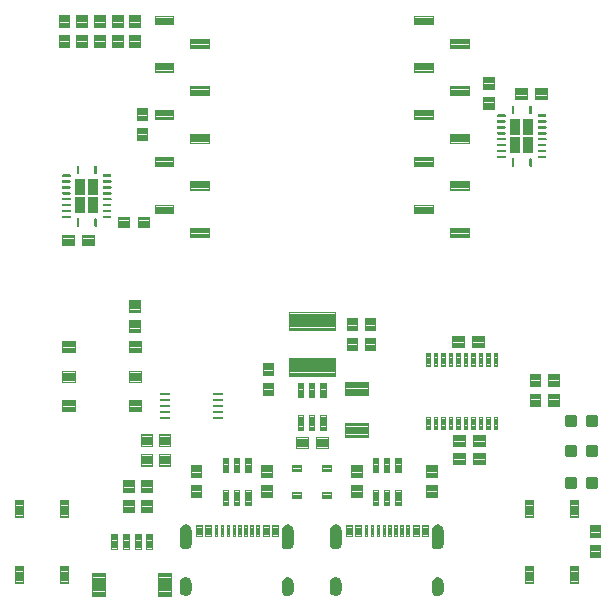
<source format=gtp>
G04 EAGLE Gerber RS-274X export*
G75*
%MOMM*%
%FSLAX34Y34*%
%LPD*%
%INSolderpaste Top*%
%IPPOS*%
%AMOC8*
5,1,8,0,0,1.08239X$1,22.5*%
G01*
%ADD10C,0.096000*%
%ADD11C,0.102000*%
%ADD12C,0.100000*%
%ADD13C,0.099059*%
%ADD14C,0.300000*%
%ADD15C,0.099000*%
%ADD16C,0.101600*%
%ADD17R,0.875000X0.250000*%
%ADD18C,0.100800*%
%ADD19C,0.102869*%
%ADD20R,0.920000X1.330000*%

G36*
X385900Y43951D02*
X385900Y43951D01*
X385901Y43951D01*
X386969Y43970D01*
X386976Y43975D01*
X386980Y43971D01*
X388017Y44227D01*
X388022Y44234D01*
X388028Y44231D01*
X388982Y44712D01*
X388986Y44719D01*
X388991Y44718D01*
X389815Y45399D01*
X389816Y45407D01*
X389822Y45407D01*
X390473Y46254D01*
X390473Y46262D01*
X390479Y46263D01*
X390926Y47234D01*
X390924Y47242D01*
X390929Y47244D01*
X391148Y48290D01*
X391145Y48297D01*
X391149Y48300D01*
X391149Y60300D01*
X391146Y60305D01*
X391149Y60308D01*
X390969Y61403D01*
X390963Y61409D01*
X390966Y61414D01*
X390547Y62442D01*
X390540Y62446D01*
X390542Y62451D01*
X389905Y63360D01*
X389897Y63363D01*
X389897Y63368D01*
X389074Y64112D01*
X389066Y64113D01*
X389065Y64119D01*
X388097Y64661D01*
X388088Y64660D01*
X388086Y64666D01*
X387022Y64979D01*
X387017Y64977D01*
X387013Y64977D01*
X387011Y64981D01*
X385903Y65049D01*
X385897Y65045D01*
X385893Y65049D01*
X384785Y64879D01*
X384779Y64873D01*
X384774Y64876D01*
X383732Y64464D01*
X383728Y64457D01*
X383723Y64459D01*
X382798Y63825D01*
X382796Y63817D01*
X382790Y63818D01*
X382030Y62995D01*
X382029Y62986D01*
X382023Y62986D01*
X381466Y62014D01*
X381467Y62006D01*
X381461Y62004D01*
X381134Y60932D01*
X381137Y60924D01*
X381132Y60921D01*
X381051Y59804D01*
X381052Y59801D01*
X381051Y59800D01*
X381051Y47800D01*
X381056Y47793D01*
X381052Y47789D01*
X381271Y46845D01*
X381277Y46839D01*
X381275Y46834D01*
X381699Y45962D01*
X381706Y45959D01*
X381704Y45953D01*
X382311Y45197D01*
X382319Y45195D01*
X382319Y45189D01*
X383079Y44588D01*
X383088Y44588D01*
X383089Y44582D01*
X383964Y44164D01*
X383972Y44166D01*
X383974Y44161D01*
X384920Y43949D01*
X384927Y43952D01*
X384931Y43947D01*
X385900Y43951D01*
G37*
G36*
X258900Y43951D02*
X258900Y43951D01*
X258901Y43951D01*
X259969Y43970D01*
X259976Y43975D01*
X259980Y43971D01*
X261017Y44227D01*
X261022Y44234D01*
X261028Y44231D01*
X261982Y44712D01*
X261986Y44719D01*
X261991Y44718D01*
X262815Y45399D01*
X262816Y45407D01*
X262822Y45407D01*
X263473Y46254D01*
X263473Y46262D01*
X263479Y46263D01*
X263926Y47234D01*
X263924Y47242D01*
X263929Y47244D01*
X264148Y48290D01*
X264145Y48297D01*
X264149Y48300D01*
X264149Y60300D01*
X264146Y60305D01*
X264149Y60308D01*
X263969Y61403D01*
X263963Y61409D01*
X263966Y61414D01*
X263547Y62442D01*
X263540Y62446D01*
X263542Y62451D01*
X262905Y63360D01*
X262897Y63363D01*
X262897Y63368D01*
X262074Y64112D01*
X262066Y64113D01*
X262065Y64119D01*
X261097Y64661D01*
X261088Y64660D01*
X261086Y64666D01*
X260022Y64979D01*
X260017Y64977D01*
X260013Y64977D01*
X260011Y64981D01*
X258903Y65049D01*
X258897Y65045D01*
X258893Y65049D01*
X257785Y64879D01*
X257779Y64873D01*
X257774Y64876D01*
X256732Y64464D01*
X256728Y64457D01*
X256723Y64459D01*
X255798Y63825D01*
X255796Y63817D01*
X255790Y63818D01*
X255030Y62995D01*
X255029Y62986D01*
X255023Y62986D01*
X254466Y62014D01*
X254467Y62006D01*
X254461Y62004D01*
X254134Y60932D01*
X254137Y60924D01*
X254132Y60921D01*
X254051Y59804D01*
X254052Y59801D01*
X254051Y59800D01*
X254051Y47800D01*
X254056Y47793D01*
X254052Y47789D01*
X254271Y46845D01*
X254277Y46839D01*
X254275Y46834D01*
X254699Y45962D01*
X254706Y45959D01*
X254704Y45953D01*
X255311Y45197D01*
X255319Y45195D01*
X255319Y45189D01*
X256079Y44588D01*
X256088Y44588D01*
X256089Y44582D01*
X256964Y44164D01*
X256972Y44166D01*
X256974Y44161D01*
X257920Y43949D01*
X257927Y43952D01*
X257931Y43947D01*
X258900Y43951D01*
G37*
G36*
X300481Y43960D02*
X300481Y43960D01*
X300488Y43965D01*
X300492Y43961D01*
X301544Y44211D01*
X301549Y44217D01*
X301554Y44214D01*
X302524Y44691D01*
X302527Y44699D01*
X302533Y44697D01*
X303372Y45378D01*
X303374Y45386D01*
X303380Y45386D01*
X304046Y46237D01*
X304047Y46245D01*
X304052Y46246D01*
X304513Y47223D01*
X304511Y47231D01*
X304517Y47234D01*
X304748Y48289D01*
X304745Y48297D01*
X304749Y48300D01*
X304749Y60300D01*
X304745Y60305D01*
X304749Y60308D01*
X304556Y61414D01*
X304550Y61419D01*
X304553Y61424D01*
X304120Y62459D01*
X304113Y62463D01*
X304115Y62468D01*
X303462Y63381D01*
X303454Y63383D01*
X303455Y63389D01*
X302616Y64133D01*
X302607Y64134D01*
X302607Y64139D01*
X301623Y64678D01*
X301615Y64677D01*
X301613Y64682D01*
X300534Y64989D01*
X300526Y64986D01*
X300523Y64991D01*
X299403Y65049D01*
X299398Y65046D01*
X299395Y65049D01*
X298349Y64931D01*
X298343Y64925D01*
X298338Y64929D01*
X297344Y64581D01*
X297340Y64574D01*
X297335Y64576D01*
X296443Y64016D01*
X296441Y64009D01*
X296435Y64009D01*
X295691Y63265D01*
X295689Y63257D01*
X295684Y63257D01*
X295124Y62365D01*
X295124Y62357D01*
X295119Y62356D01*
X294771Y61362D01*
X294774Y61354D01*
X294769Y61351D01*
X294651Y60306D01*
X294653Y60302D01*
X294651Y60300D01*
X294651Y48300D01*
X294654Y48295D01*
X294651Y48292D01*
X294809Y47296D01*
X294815Y47290D01*
X294812Y47285D01*
X295187Y46349D01*
X295194Y46345D01*
X295192Y46339D01*
X295766Y45510D01*
X295774Y45507D01*
X295773Y45502D01*
X296517Y44821D01*
X296526Y44820D01*
X296526Y44814D01*
X297403Y44316D01*
X297412Y44317D01*
X297414Y44312D01*
X298379Y44021D01*
X298387Y44024D01*
X298390Y44019D01*
X299397Y43951D01*
X299399Y43952D01*
X299400Y43951D01*
X300481Y43960D01*
G37*
G36*
X173481Y43960D02*
X173481Y43960D01*
X173488Y43965D01*
X173492Y43961D01*
X174544Y44211D01*
X174549Y44217D01*
X174554Y44214D01*
X175524Y44691D01*
X175527Y44699D01*
X175533Y44697D01*
X176372Y45378D01*
X176374Y45386D01*
X176380Y45386D01*
X177046Y46237D01*
X177047Y46245D01*
X177052Y46246D01*
X177513Y47223D01*
X177511Y47231D01*
X177517Y47234D01*
X177748Y48289D01*
X177745Y48297D01*
X177749Y48300D01*
X177749Y60300D01*
X177745Y60305D01*
X177749Y60308D01*
X177556Y61414D01*
X177550Y61419D01*
X177553Y61424D01*
X177120Y62459D01*
X177113Y62463D01*
X177115Y62468D01*
X176462Y63381D01*
X176454Y63383D01*
X176455Y63389D01*
X175616Y64133D01*
X175607Y64134D01*
X175607Y64139D01*
X174623Y64678D01*
X174615Y64677D01*
X174613Y64682D01*
X173534Y64989D01*
X173526Y64986D01*
X173523Y64991D01*
X172403Y65049D01*
X172398Y65046D01*
X172395Y65049D01*
X171349Y64931D01*
X171343Y64925D01*
X171338Y64929D01*
X170344Y64581D01*
X170340Y64574D01*
X170335Y64576D01*
X169443Y64016D01*
X169441Y64009D01*
X169435Y64009D01*
X168691Y63265D01*
X168689Y63257D01*
X168684Y63257D01*
X168124Y62365D01*
X168124Y62357D01*
X168119Y62356D01*
X167771Y61362D01*
X167774Y61354D01*
X167769Y61351D01*
X167651Y60306D01*
X167653Y60302D01*
X167651Y60300D01*
X167651Y48300D01*
X167654Y48295D01*
X167651Y48292D01*
X167809Y47296D01*
X167815Y47290D01*
X167812Y47285D01*
X168187Y46349D01*
X168194Y46345D01*
X168192Y46339D01*
X168766Y45510D01*
X168774Y45507D01*
X168773Y45502D01*
X169517Y44821D01*
X169526Y44820D01*
X169526Y44814D01*
X170403Y44316D01*
X170412Y44317D01*
X170414Y44312D01*
X171379Y44021D01*
X171387Y44024D01*
X171390Y44019D01*
X172397Y43951D01*
X172399Y43952D01*
X172400Y43951D01*
X173481Y43960D01*
G37*
G36*
X259404Y4455D02*
X259404Y4455D01*
X259407Y4451D01*
X260483Y4606D01*
X260488Y4612D01*
X260493Y4609D01*
X261507Y4999D01*
X261511Y5006D01*
X261517Y5005D01*
X262419Y5611D01*
X262421Y5619D01*
X262427Y5618D01*
X263171Y6410D01*
X263172Y6418D01*
X263178Y6418D01*
X263727Y7356D01*
X263726Y7364D01*
X263732Y7366D01*
X264059Y8402D01*
X264056Y8410D01*
X264061Y8413D01*
X264149Y9496D01*
X264147Y9499D01*
X264149Y9500D01*
X264149Y15500D01*
X264146Y15504D01*
X264149Y15506D01*
X263999Y16639D01*
X263993Y16645D01*
X263996Y16650D01*
X263598Y17720D01*
X263591Y17724D01*
X263593Y17730D01*
X262966Y18685D01*
X262958Y18688D01*
X262959Y18693D01*
X262136Y19485D01*
X262128Y19486D01*
X262127Y19492D01*
X261148Y20081D01*
X261140Y20080D01*
X261138Y20085D01*
X260053Y20441D01*
X260045Y20439D01*
X260042Y20443D01*
X258905Y20549D01*
X258896Y20544D01*
X258891Y20548D01*
X257754Y20341D01*
X257748Y20335D01*
X257743Y20338D01*
X256681Y19883D01*
X256677Y19876D01*
X256671Y19878D01*
X255736Y19198D01*
X255734Y19190D01*
X255728Y19191D01*
X254968Y18320D01*
X254968Y18312D01*
X254962Y18311D01*
X254415Y17292D01*
X254416Y17284D01*
X254411Y17282D01*
X254407Y17269D01*
X254394Y17220D01*
X254393Y17220D01*
X254394Y17220D01*
X254380Y17171D01*
X254366Y17121D01*
X254353Y17072D01*
X254339Y17023D01*
X254326Y16974D01*
X254312Y16924D01*
X254299Y16875D01*
X254285Y16826D01*
X254271Y16777D01*
X254258Y16727D01*
X254244Y16678D01*
X254231Y16629D01*
X254217Y16580D01*
X254204Y16530D01*
X254190Y16481D01*
X254177Y16432D01*
X254176Y16432D01*
X254163Y16383D01*
X254149Y16333D01*
X254104Y16168D01*
X254107Y16160D01*
X254102Y16157D01*
X254051Y15002D01*
X254052Y15001D01*
X254051Y15000D01*
X254051Y9000D01*
X254055Y8994D01*
X254052Y8991D01*
X254264Y7910D01*
X254270Y7905D01*
X254267Y7900D01*
X254714Y6894D01*
X254721Y6890D01*
X254719Y6884D01*
X255379Y6003D01*
X255387Y6000D01*
X255387Y5995D01*
X256226Y5282D01*
X256234Y5282D01*
X256235Y5276D01*
X257212Y4768D01*
X257220Y4769D01*
X257222Y4764D01*
X258287Y4486D01*
X258295Y4489D01*
X258298Y4485D01*
X259399Y4451D01*
X259404Y4455D01*
G37*
G36*
X386404Y4455D02*
X386404Y4455D01*
X386407Y4451D01*
X387483Y4606D01*
X387488Y4612D01*
X387493Y4609D01*
X388507Y4999D01*
X388511Y5006D01*
X388517Y5005D01*
X389419Y5611D01*
X389421Y5619D01*
X389427Y5618D01*
X390171Y6410D01*
X390172Y6418D01*
X390178Y6418D01*
X390727Y7356D01*
X390726Y7364D01*
X390732Y7366D01*
X391059Y8402D01*
X391056Y8410D01*
X391061Y8413D01*
X391149Y9496D01*
X391147Y9499D01*
X391149Y9500D01*
X391149Y15500D01*
X391146Y15504D01*
X391149Y15506D01*
X390999Y16639D01*
X390993Y16645D01*
X390996Y16650D01*
X390598Y17720D01*
X390591Y17724D01*
X390593Y17730D01*
X389966Y18685D01*
X389958Y18688D01*
X389959Y18693D01*
X389136Y19485D01*
X389128Y19486D01*
X389127Y19492D01*
X388148Y20081D01*
X388140Y20080D01*
X388138Y20085D01*
X387053Y20441D01*
X387045Y20439D01*
X387042Y20443D01*
X385905Y20549D01*
X385896Y20544D01*
X385891Y20548D01*
X384754Y20341D01*
X384748Y20335D01*
X384743Y20338D01*
X383681Y19883D01*
X383677Y19876D01*
X383671Y19878D01*
X382736Y19198D01*
X382734Y19190D01*
X382728Y19191D01*
X381968Y18320D01*
X381968Y18312D01*
X381962Y18311D01*
X381415Y17292D01*
X381416Y17284D01*
X381411Y17282D01*
X381407Y17269D01*
X381394Y17220D01*
X381393Y17220D01*
X381394Y17220D01*
X381380Y17171D01*
X381366Y17121D01*
X381353Y17072D01*
X381339Y17023D01*
X381326Y16974D01*
X381312Y16924D01*
X381299Y16875D01*
X381285Y16826D01*
X381271Y16777D01*
X381258Y16727D01*
X381244Y16678D01*
X381231Y16629D01*
X381217Y16580D01*
X381204Y16530D01*
X381190Y16481D01*
X381177Y16432D01*
X381176Y16432D01*
X381163Y16383D01*
X381149Y16333D01*
X381104Y16168D01*
X381107Y16160D01*
X381102Y16157D01*
X381051Y15002D01*
X381052Y15001D01*
X381051Y15000D01*
X381051Y9000D01*
X381055Y8994D01*
X381052Y8991D01*
X381264Y7910D01*
X381270Y7905D01*
X381267Y7900D01*
X381714Y6894D01*
X381721Y6890D01*
X381719Y6884D01*
X382379Y6003D01*
X382387Y6000D01*
X382387Y5995D01*
X383226Y5282D01*
X383234Y5282D01*
X383235Y5276D01*
X384212Y4768D01*
X384220Y4769D01*
X384222Y4764D01*
X385287Y4486D01*
X385295Y4489D01*
X385298Y4485D01*
X386399Y4451D01*
X386404Y4455D01*
G37*
G36*
X299902Y4455D02*
X299902Y4455D01*
X299907Y4451D01*
X300994Y4596D01*
X301000Y4602D01*
X301005Y4599D01*
X302033Y4983D01*
X302038Y4989D01*
X302043Y4988D01*
X302960Y5590D01*
X302963Y5598D01*
X302969Y5597D01*
X303729Y6389D01*
X303730Y6397D01*
X303736Y6398D01*
X304300Y7339D01*
X304300Y7342D01*
X304301Y7343D01*
X304300Y7345D01*
X304299Y7347D01*
X304305Y7349D01*
X304646Y8392D01*
X304644Y8400D01*
X304648Y8403D01*
X304749Y9496D01*
X304747Y9498D01*
X304749Y9500D01*
X304749Y15500D01*
X304747Y15503D01*
X304749Y15505D01*
X304648Y16597D01*
X304643Y16603D01*
X304646Y16608D01*
X304305Y17651D01*
X304298Y17656D01*
X304300Y17661D01*
X303736Y18602D01*
X303728Y18605D01*
X303729Y18611D01*
X302969Y19403D01*
X302961Y19404D01*
X302960Y19410D01*
X302043Y20013D01*
X302035Y20012D01*
X302033Y20018D01*
X301005Y20401D01*
X300997Y20399D01*
X300994Y20404D01*
X299907Y20549D01*
X299899Y20545D01*
X299895Y20549D01*
X298758Y20443D01*
X298752Y20438D01*
X298747Y20441D01*
X297662Y20085D01*
X297657Y20078D01*
X297652Y20081D01*
X296673Y19492D01*
X296670Y19484D01*
X296664Y19485D01*
X295841Y18693D01*
X295840Y18685D01*
X295834Y18685D01*
X295207Y17730D01*
X295208Y17722D01*
X295202Y17720D01*
X294804Y16650D01*
X294806Y16642D01*
X294801Y16639D01*
X294651Y15506D01*
X294654Y15502D01*
X294651Y15500D01*
X294651Y9500D01*
X294654Y9496D01*
X294651Y9494D01*
X294801Y8361D01*
X294807Y8355D01*
X294804Y8350D01*
X295202Y7280D01*
X295209Y7276D01*
X295207Y7270D01*
X295834Y6315D01*
X295842Y6312D01*
X295841Y6307D01*
X296664Y5515D01*
X296672Y5514D01*
X296673Y5508D01*
X297652Y4919D01*
X297660Y4920D01*
X297662Y4915D01*
X298747Y4559D01*
X298755Y4562D01*
X298758Y4557D01*
X299895Y4451D01*
X299902Y4455D01*
G37*
G36*
X172902Y4455D02*
X172902Y4455D01*
X172907Y4451D01*
X173994Y4596D01*
X174000Y4602D01*
X174005Y4599D01*
X175033Y4983D01*
X175038Y4989D01*
X175043Y4988D01*
X175960Y5590D01*
X175963Y5598D01*
X175969Y5597D01*
X176729Y6389D01*
X176730Y6397D01*
X176736Y6398D01*
X177300Y7339D01*
X177300Y7342D01*
X177301Y7343D01*
X177300Y7345D01*
X177299Y7347D01*
X177305Y7349D01*
X177646Y8392D01*
X177644Y8400D01*
X177648Y8403D01*
X177749Y9496D01*
X177747Y9498D01*
X177749Y9500D01*
X177749Y15500D01*
X177747Y15503D01*
X177749Y15505D01*
X177648Y16597D01*
X177643Y16603D01*
X177646Y16608D01*
X177305Y17651D01*
X177298Y17656D01*
X177300Y17661D01*
X176736Y18602D01*
X176728Y18605D01*
X176729Y18611D01*
X175969Y19403D01*
X175961Y19404D01*
X175960Y19410D01*
X175043Y20013D01*
X175035Y20012D01*
X175033Y20018D01*
X174005Y20401D01*
X173997Y20399D01*
X173994Y20404D01*
X172907Y20549D01*
X172899Y20545D01*
X172895Y20549D01*
X171758Y20443D01*
X171752Y20438D01*
X171747Y20441D01*
X170662Y20085D01*
X170657Y20078D01*
X170652Y20081D01*
X169673Y19492D01*
X169670Y19484D01*
X169664Y19485D01*
X168841Y18693D01*
X168840Y18685D01*
X168834Y18685D01*
X168207Y17730D01*
X168208Y17722D01*
X168202Y17720D01*
X167804Y16650D01*
X167806Y16642D01*
X167801Y16639D01*
X167651Y15506D01*
X167654Y15502D01*
X167651Y15500D01*
X167651Y9500D01*
X167654Y9496D01*
X167651Y9494D01*
X167801Y8361D01*
X167807Y8355D01*
X167804Y8350D01*
X168202Y7280D01*
X168209Y7276D01*
X168207Y7270D01*
X168834Y6315D01*
X168842Y6312D01*
X168841Y6307D01*
X169664Y5515D01*
X169672Y5514D01*
X169673Y5508D01*
X170652Y4919D01*
X170660Y4920D01*
X170662Y4915D01*
X171747Y4559D01*
X171755Y4562D01*
X171758Y4557D01*
X172895Y4451D01*
X172902Y4455D01*
G37*
G36*
X477205Y400154D02*
X477205Y400154D01*
X477208Y400151D01*
X477517Y400200D01*
X477525Y400208D01*
X477531Y400205D01*
X477810Y400347D01*
X477815Y400357D01*
X477823Y400356D01*
X478044Y400577D01*
X478045Y400589D01*
X478053Y400590D01*
X478195Y400869D01*
X478194Y400873D01*
X478198Y400876D01*
X478195Y400880D01*
X478200Y400883D01*
X478249Y401192D01*
X478243Y401202D01*
X478249Y401208D01*
X478200Y401517D01*
X478192Y401525D01*
X478195Y401531D01*
X478053Y401810D01*
X478043Y401815D01*
X478044Y401823D01*
X477823Y402044D01*
X477811Y402045D01*
X477810Y402053D01*
X477531Y402195D01*
X477520Y402193D01*
X477517Y402200D01*
X477208Y402249D01*
X477203Y402246D01*
X477200Y402249D01*
X471700Y402249D01*
X471695Y402246D01*
X471692Y402249D01*
X471383Y402200D01*
X471375Y402192D01*
X471369Y402195D01*
X471090Y402053D01*
X471085Y402043D01*
X471077Y402044D01*
X470856Y401823D01*
X470855Y401811D01*
X470847Y401810D01*
X470705Y401531D01*
X470707Y401520D01*
X470700Y401517D01*
X470651Y401208D01*
X470656Y401199D01*
X470655Y401198D01*
X470656Y401197D01*
X470651Y401192D01*
X470700Y400883D01*
X470708Y400875D01*
X470705Y400869D01*
X470847Y400590D01*
X470857Y400585D01*
X470856Y400577D01*
X471077Y400356D01*
X471089Y400355D01*
X471090Y400347D01*
X471369Y400205D01*
X471380Y400207D01*
X471383Y400200D01*
X471692Y400151D01*
X471697Y400154D01*
X471700Y400151D01*
X477200Y400151D01*
X477205Y400154D01*
G37*
G36*
X442705Y410154D02*
X442705Y410154D01*
X442708Y410151D01*
X443017Y410200D01*
X443025Y410208D01*
X443031Y410205D01*
X443310Y410347D01*
X443315Y410357D01*
X443323Y410356D01*
X443544Y410577D01*
X443545Y410589D01*
X443553Y410590D01*
X443695Y410869D01*
X443694Y410873D01*
X443698Y410876D01*
X443695Y410880D01*
X443700Y410883D01*
X443749Y411192D01*
X443743Y411202D01*
X443749Y411208D01*
X443700Y411517D01*
X443692Y411525D01*
X443695Y411531D01*
X443553Y411810D01*
X443543Y411815D01*
X443544Y411823D01*
X443323Y412044D01*
X443311Y412045D01*
X443310Y412053D01*
X443031Y412195D01*
X443020Y412193D01*
X443017Y412200D01*
X442708Y412249D01*
X442703Y412246D01*
X442700Y412249D01*
X437200Y412249D01*
X437195Y412246D01*
X437192Y412249D01*
X436883Y412200D01*
X436875Y412192D01*
X436869Y412195D01*
X436590Y412053D01*
X436585Y412043D01*
X436577Y412044D01*
X436356Y411823D01*
X436355Y411811D01*
X436347Y411810D01*
X436205Y411531D01*
X436207Y411520D01*
X436200Y411517D01*
X436151Y411208D01*
X436156Y411199D01*
X436155Y411198D01*
X436156Y411197D01*
X436151Y411192D01*
X436200Y410883D01*
X436208Y410875D01*
X436205Y410869D01*
X436347Y410590D01*
X436357Y410585D01*
X436356Y410577D01*
X436577Y410356D01*
X436589Y410355D01*
X436590Y410347D01*
X436869Y410205D01*
X436880Y410207D01*
X436883Y410200D01*
X437192Y410151D01*
X437197Y410154D01*
X437200Y410151D01*
X442700Y410151D01*
X442705Y410154D01*
G37*
G36*
X477205Y410154D02*
X477205Y410154D01*
X477208Y410151D01*
X477517Y410200D01*
X477525Y410208D01*
X477531Y410205D01*
X477810Y410347D01*
X477815Y410357D01*
X477823Y410356D01*
X478044Y410577D01*
X478045Y410589D01*
X478053Y410590D01*
X478195Y410869D01*
X478194Y410873D01*
X478198Y410876D01*
X478195Y410880D01*
X478200Y410883D01*
X478249Y411192D01*
X478243Y411202D01*
X478249Y411208D01*
X478200Y411517D01*
X478192Y411525D01*
X478195Y411531D01*
X478053Y411810D01*
X478043Y411815D01*
X478044Y411823D01*
X477823Y412044D01*
X477811Y412045D01*
X477810Y412053D01*
X477531Y412195D01*
X477520Y412193D01*
X477517Y412200D01*
X477208Y412249D01*
X477203Y412246D01*
X477200Y412249D01*
X471700Y412249D01*
X471695Y412246D01*
X471692Y412249D01*
X471383Y412200D01*
X471375Y412192D01*
X471369Y412195D01*
X471090Y412053D01*
X471085Y412043D01*
X471077Y412044D01*
X470856Y411823D01*
X470855Y411811D01*
X470847Y411810D01*
X470705Y411531D01*
X470707Y411520D01*
X470700Y411517D01*
X470651Y411208D01*
X470656Y411199D01*
X470655Y411198D01*
X470656Y411197D01*
X470651Y411192D01*
X470700Y410883D01*
X470708Y410875D01*
X470705Y410869D01*
X470847Y410590D01*
X470857Y410585D01*
X470856Y410577D01*
X471077Y410356D01*
X471089Y410355D01*
X471090Y410347D01*
X471369Y410205D01*
X471380Y410207D01*
X471383Y410200D01*
X471692Y410151D01*
X471697Y410154D01*
X471700Y410151D01*
X477200Y410151D01*
X477205Y410154D01*
G37*
G36*
X442705Y400154D02*
X442705Y400154D01*
X442708Y400151D01*
X443017Y400200D01*
X443025Y400208D01*
X443031Y400205D01*
X443310Y400347D01*
X443315Y400357D01*
X443323Y400356D01*
X443544Y400577D01*
X443545Y400589D01*
X443553Y400590D01*
X443695Y400869D01*
X443694Y400873D01*
X443698Y400876D01*
X443695Y400880D01*
X443700Y400883D01*
X443749Y401192D01*
X443743Y401202D01*
X443749Y401208D01*
X443700Y401517D01*
X443692Y401525D01*
X443695Y401531D01*
X443553Y401810D01*
X443543Y401815D01*
X443544Y401823D01*
X443323Y402044D01*
X443311Y402045D01*
X443310Y402053D01*
X443031Y402195D01*
X443020Y402193D01*
X443017Y402200D01*
X442708Y402249D01*
X442703Y402246D01*
X442700Y402249D01*
X437200Y402249D01*
X437195Y402246D01*
X437192Y402249D01*
X436883Y402200D01*
X436875Y402192D01*
X436869Y402195D01*
X436590Y402053D01*
X436585Y402043D01*
X436577Y402044D01*
X436356Y401823D01*
X436355Y401811D01*
X436347Y401810D01*
X436205Y401531D01*
X436207Y401520D01*
X436200Y401517D01*
X436151Y401208D01*
X436156Y401199D01*
X436155Y401198D01*
X436156Y401197D01*
X436151Y401192D01*
X436200Y400883D01*
X436208Y400875D01*
X436205Y400869D01*
X436347Y400590D01*
X436357Y400585D01*
X436356Y400577D01*
X436577Y400356D01*
X436589Y400355D01*
X436590Y400347D01*
X436869Y400205D01*
X436880Y400207D01*
X436883Y400200D01*
X437192Y400151D01*
X437197Y400154D01*
X437200Y400151D01*
X442700Y400151D01*
X442705Y400154D01*
G37*
G36*
X477205Y395154D02*
X477205Y395154D01*
X477208Y395151D01*
X477517Y395200D01*
X477525Y395208D01*
X477531Y395205D01*
X477810Y395347D01*
X477815Y395357D01*
X477823Y395356D01*
X478044Y395577D01*
X478045Y395589D01*
X478053Y395590D01*
X478195Y395869D01*
X478194Y395873D01*
X478198Y395876D01*
X478195Y395880D01*
X478200Y395883D01*
X478249Y396192D01*
X478243Y396202D01*
X478249Y396208D01*
X478200Y396517D01*
X478192Y396525D01*
X478195Y396531D01*
X478053Y396810D01*
X478043Y396815D01*
X478044Y396823D01*
X477823Y397044D01*
X477811Y397045D01*
X477810Y397053D01*
X477531Y397195D01*
X477520Y397193D01*
X477517Y397200D01*
X477208Y397249D01*
X477203Y397246D01*
X477200Y397249D01*
X471700Y397249D01*
X471695Y397246D01*
X471692Y397249D01*
X471383Y397200D01*
X471375Y397192D01*
X471369Y397195D01*
X471090Y397053D01*
X471085Y397043D01*
X471077Y397044D01*
X470856Y396823D01*
X470855Y396811D01*
X470847Y396810D01*
X470705Y396531D01*
X470707Y396520D01*
X470700Y396517D01*
X470651Y396208D01*
X470656Y396199D01*
X470655Y396198D01*
X470656Y396197D01*
X470651Y396192D01*
X470700Y395883D01*
X470708Y395875D01*
X470705Y395869D01*
X470847Y395590D01*
X470857Y395585D01*
X470856Y395577D01*
X471077Y395356D01*
X471089Y395355D01*
X471090Y395347D01*
X471369Y395205D01*
X471380Y395207D01*
X471383Y395200D01*
X471692Y395151D01*
X471697Y395154D01*
X471700Y395151D01*
X477200Y395151D01*
X477205Y395154D01*
G37*
G36*
X442705Y395154D02*
X442705Y395154D01*
X442708Y395151D01*
X443017Y395200D01*
X443025Y395208D01*
X443031Y395205D01*
X443310Y395347D01*
X443315Y395357D01*
X443323Y395356D01*
X443544Y395577D01*
X443545Y395589D01*
X443553Y395590D01*
X443695Y395869D01*
X443694Y395873D01*
X443698Y395876D01*
X443695Y395880D01*
X443700Y395883D01*
X443749Y396192D01*
X443743Y396202D01*
X443749Y396208D01*
X443700Y396517D01*
X443692Y396525D01*
X443695Y396531D01*
X443553Y396810D01*
X443543Y396815D01*
X443544Y396823D01*
X443323Y397044D01*
X443311Y397045D01*
X443310Y397053D01*
X443031Y397195D01*
X443020Y397193D01*
X443017Y397200D01*
X442708Y397249D01*
X442703Y397246D01*
X442700Y397249D01*
X437200Y397249D01*
X437195Y397246D01*
X437192Y397249D01*
X436883Y397200D01*
X436875Y397192D01*
X436869Y397195D01*
X436590Y397053D01*
X436585Y397043D01*
X436577Y397044D01*
X436356Y396823D01*
X436355Y396811D01*
X436347Y396810D01*
X436205Y396531D01*
X436207Y396520D01*
X436200Y396517D01*
X436151Y396208D01*
X436156Y396199D01*
X436155Y396198D01*
X436156Y396197D01*
X436151Y396192D01*
X436200Y395883D01*
X436208Y395875D01*
X436205Y395869D01*
X436347Y395590D01*
X436357Y395585D01*
X436356Y395577D01*
X436577Y395356D01*
X436589Y395355D01*
X436590Y395347D01*
X436869Y395205D01*
X436880Y395207D01*
X436883Y395200D01*
X437192Y395151D01*
X437197Y395154D01*
X437200Y395151D01*
X442700Y395151D01*
X442705Y395154D01*
G37*
G36*
X442705Y390154D02*
X442705Y390154D01*
X442708Y390151D01*
X443017Y390200D01*
X443025Y390208D01*
X443031Y390205D01*
X443310Y390347D01*
X443315Y390357D01*
X443323Y390356D01*
X443544Y390577D01*
X443545Y390589D01*
X443553Y390590D01*
X443695Y390869D01*
X443694Y390873D01*
X443698Y390876D01*
X443695Y390880D01*
X443700Y390883D01*
X443749Y391192D01*
X443743Y391202D01*
X443749Y391208D01*
X443700Y391517D01*
X443692Y391525D01*
X443695Y391531D01*
X443553Y391810D01*
X443543Y391815D01*
X443544Y391823D01*
X443323Y392044D01*
X443311Y392045D01*
X443310Y392053D01*
X443031Y392195D01*
X443020Y392193D01*
X443017Y392200D01*
X442708Y392249D01*
X442703Y392246D01*
X442700Y392249D01*
X437200Y392249D01*
X437195Y392246D01*
X437192Y392249D01*
X436883Y392200D01*
X436875Y392192D01*
X436869Y392195D01*
X436590Y392053D01*
X436585Y392043D01*
X436577Y392044D01*
X436356Y391823D01*
X436355Y391811D01*
X436347Y391810D01*
X436205Y391531D01*
X436207Y391520D01*
X436200Y391517D01*
X436151Y391208D01*
X436156Y391199D01*
X436155Y391198D01*
X436156Y391197D01*
X436151Y391192D01*
X436200Y390883D01*
X436208Y390875D01*
X436205Y390869D01*
X436347Y390590D01*
X436357Y390585D01*
X436356Y390577D01*
X436577Y390356D01*
X436589Y390355D01*
X436590Y390347D01*
X436869Y390205D01*
X436880Y390207D01*
X436883Y390200D01*
X437192Y390151D01*
X437197Y390154D01*
X437200Y390151D01*
X442700Y390151D01*
X442705Y390154D01*
G37*
G36*
X477205Y390154D02*
X477205Y390154D01*
X477208Y390151D01*
X477517Y390200D01*
X477525Y390208D01*
X477531Y390205D01*
X477810Y390347D01*
X477815Y390357D01*
X477823Y390356D01*
X478044Y390577D01*
X478045Y390589D01*
X478053Y390590D01*
X478195Y390869D01*
X478194Y390873D01*
X478198Y390876D01*
X478195Y390880D01*
X478200Y390883D01*
X478249Y391192D01*
X478243Y391202D01*
X478249Y391208D01*
X478200Y391517D01*
X478192Y391525D01*
X478195Y391531D01*
X478053Y391810D01*
X478043Y391815D01*
X478044Y391823D01*
X477823Y392044D01*
X477811Y392045D01*
X477810Y392053D01*
X477531Y392195D01*
X477520Y392193D01*
X477517Y392200D01*
X477208Y392249D01*
X477203Y392246D01*
X477200Y392249D01*
X471700Y392249D01*
X471695Y392246D01*
X471692Y392249D01*
X471383Y392200D01*
X471375Y392192D01*
X471369Y392195D01*
X471090Y392053D01*
X471085Y392043D01*
X471077Y392044D01*
X470856Y391823D01*
X470855Y391811D01*
X470847Y391810D01*
X470705Y391531D01*
X470707Y391520D01*
X470700Y391517D01*
X470651Y391208D01*
X470656Y391199D01*
X470655Y391198D01*
X470656Y391197D01*
X470651Y391192D01*
X470700Y390883D01*
X470708Y390875D01*
X470705Y390869D01*
X470847Y390590D01*
X470857Y390585D01*
X470856Y390577D01*
X471077Y390356D01*
X471089Y390355D01*
X471090Y390347D01*
X471369Y390205D01*
X471380Y390207D01*
X471383Y390200D01*
X471692Y390151D01*
X471697Y390154D01*
X471700Y390151D01*
X477200Y390151D01*
X477205Y390154D01*
G37*
G36*
X442705Y385154D02*
X442705Y385154D01*
X442708Y385151D01*
X443017Y385200D01*
X443025Y385208D01*
X443031Y385205D01*
X443310Y385347D01*
X443315Y385357D01*
X443323Y385356D01*
X443544Y385577D01*
X443545Y385589D01*
X443553Y385590D01*
X443695Y385869D01*
X443694Y385873D01*
X443698Y385876D01*
X443695Y385880D01*
X443700Y385883D01*
X443749Y386192D01*
X443743Y386202D01*
X443749Y386208D01*
X443700Y386517D01*
X443692Y386525D01*
X443695Y386531D01*
X443553Y386810D01*
X443543Y386815D01*
X443544Y386823D01*
X443323Y387044D01*
X443311Y387045D01*
X443310Y387053D01*
X443031Y387195D01*
X443020Y387193D01*
X443017Y387200D01*
X442708Y387249D01*
X442703Y387246D01*
X442700Y387249D01*
X437200Y387249D01*
X437195Y387246D01*
X437192Y387249D01*
X436883Y387200D01*
X436875Y387192D01*
X436869Y387195D01*
X436590Y387053D01*
X436585Y387043D01*
X436577Y387044D01*
X436356Y386823D01*
X436355Y386811D01*
X436347Y386810D01*
X436205Y386531D01*
X436207Y386520D01*
X436200Y386517D01*
X436151Y386208D01*
X436156Y386199D01*
X436155Y386198D01*
X436156Y386197D01*
X436151Y386192D01*
X436200Y385883D01*
X436208Y385875D01*
X436205Y385869D01*
X436347Y385590D01*
X436357Y385585D01*
X436356Y385577D01*
X436577Y385356D01*
X436589Y385355D01*
X436590Y385347D01*
X436869Y385205D01*
X436880Y385207D01*
X436883Y385200D01*
X437192Y385151D01*
X437197Y385154D01*
X437200Y385151D01*
X442700Y385151D01*
X442705Y385154D01*
G37*
G36*
X477205Y380154D02*
X477205Y380154D01*
X477208Y380151D01*
X477517Y380200D01*
X477525Y380208D01*
X477531Y380205D01*
X477810Y380347D01*
X477815Y380357D01*
X477823Y380356D01*
X478044Y380577D01*
X478045Y380589D01*
X478053Y380590D01*
X478195Y380869D01*
X478194Y380873D01*
X478198Y380876D01*
X478195Y380880D01*
X478200Y380883D01*
X478249Y381192D01*
X478243Y381202D01*
X478249Y381208D01*
X478200Y381517D01*
X478192Y381525D01*
X478195Y381531D01*
X478053Y381810D01*
X478043Y381815D01*
X478044Y381823D01*
X477823Y382044D01*
X477811Y382045D01*
X477810Y382053D01*
X477531Y382195D01*
X477520Y382193D01*
X477517Y382200D01*
X477208Y382249D01*
X477203Y382246D01*
X477200Y382249D01*
X471700Y382249D01*
X471695Y382246D01*
X471692Y382249D01*
X471383Y382200D01*
X471375Y382192D01*
X471369Y382195D01*
X471090Y382053D01*
X471085Y382043D01*
X471077Y382044D01*
X470856Y381823D01*
X470855Y381811D01*
X470847Y381810D01*
X470705Y381531D01*
X470707Y381520D01*
X470700Y381517D01*
X470651Y381208D01*
X470656Y381199D01*
X470655Y381198D01*
X470656Y381197D01*
X470651Y381192D01*
X470700Y380883D01*
X470708Y380875D01*
X470705Y380869D01*
X470847Y380590D01*
X470857Y380585D01*
X470856Y380577D01*
X471077Y380356D01*
X471089Y380355D01*
X471090Y380347D01*
X471369Y380205D01*
X471380Y380207D01*
X471383Y380200D01*
X471692Y380151D01*
X471697Y380154D01*
X471700Y380151D01*
X477200Y380151D01*
X477205Y380154D01*
G37*
G36*
X442705Y380154D02*
X442705Y380154D01*
X442708Y380151D01*
X443017Y380200D01*
X443025Y380208D01*
X443031Y380205D01*
X443310Y380347D01*
X443315Y380357D01*
X443323Y380356D01*
X443544Y380577D01*
X443545Y380589D01*
X443553Y380590D01*
X443695Y380869D01*
X443694Y380873D01*
X443698Y380876D01*
X443695Y380880D01*
X443700Y380883D01*
X443749Y381192D01*
X443743Y381202D01*
X443749Y381208D01*
X443700Y381517D01*
X443692Y381525D01*
X443695Y381531D01*
X443553Y381810D01*
X443543Y381815D01*
X443544Y381823D01*
X443323Y382044D01*
X443311Y382045D01*
X443310Y382053D01*
X443031Y382195D01*
X443020Y382193D01*
X443017Y382200D01*
X442708Y382249D01*
X442703Y382246D01*
X442700Y382249D01*
X437200Y382249D01*
X437195Y382246D01*
X437192Y382249D01*
X436883Y382200D01*
X436875Y382192D01*
X436869Y382195D01*
X436590Y382053D01*
X436585Y382043D01*
X436577Y382044D01*
X436356Y381823D01*
X436355Y381811D01*
X436347Y381810D01*
X436205Y381531D01*
X436207Y381520D01*
X436200Y381517D01*
X436151Y381208D01*
X436156Y381199D01*
X436155Y381198D01*
X436156Y381197D01*
X436151Y381192D01*
X436200Y380883D01*
X436208Y380875D01*
X436205Y380869D01*
X436347Y380590D01*
X436357Y380585D01*
X436356Y380577D01*
X436577Y380356D01*
X436589Y380355D01*
X436590Y380347D01*
X436869Y380205D01*
X436880Y380207D01*
X436883Y380200D01*
X437192Y380151D01*
X437197Y380154D01*
X437200Y380151D01*
X442700Y380151D01*
X442705Y380154D01*
G37*
G36*
X442705Y375154D02*
X442705Y375154D01*
X442708Y375151D01*
X443017Y375200D01*
X443025Y375208D01*
X443031Y375205D01*
X443310Y375347D01*
X443315Y375357D01*
X443323Y375356D01*
X443544Y375577D01*
X443545Y375589D01*
X443553Y375590D01*
X443695Y375869D01*
X443694Y375873D01*
X443698Y375876D01*
X443695Y375880D01*
X443700Y375883D01*
X443749Y376192D01*
X443743Y376202D01*
X443749Y376208D01*
X443700Y376517D01*
X443692Y376525D01*
X443695Y376531D01*
X443553Y376810D01*
X443543Y376815D01*
X443544Y376823D01*
X443323Y377044D01*
X443311Y377045D01*
X443310Y377053D01*
X443031Y377195D01*
X443020Y377193D01*
X443017Y377200D01*
X442708Y377249D01*
X442703Y377246D01*
X442700Y377249D01*
X437200Y377249D01*
X437195Y377246D01*
X437192Y377249D01*
X436883Y377200D01*
X436875Y377192D01*
X436869Y377195D01*
X436590Y377053D01*
X436585Y377043D01*
X436577Y377044D01*
X436356Y376823D01*
X436355Y376811D01*
X436347Y376810D01*
X436205Y376531D01*
X436207Y376520D01*
X436200Y376517D01*
X436151Y376208D01*
X436156Y376199D01*
X436155Y376198D01*
X436156Y376197D01*
X436151Y376192D01*
X436200Y375883D01*
X436208Y375875D01*
X436205Y375869D01*
X436347Y375590D01*
X436357Y375585D01*
X436356Y375577D01*
X436577Y375356D01*
X436589Y375355D01*
X436590Y375347D01*
X436869Y375205D01*
X436880Y375207D01*
X436883Y375200D01*
X437192Y375151D01*
X437197Y375154D01*
X437200Y375151D01*
X442700Y375151D01*
X442705Y375154D01*
G37*
G36*
X477205Y375154D02*
X477205Y375154D01*
X477208Y375151D01*
X477517Y375200D01*
X477525Y375208D01*
X477531Y375205D01*
X477810Y375347D01*
X477815Y375357D01*
X477823Y375356D01*
X478044Y375577D01*
X478045Y375589D01*
X478053Y375590D01*
X478195Y375869D01*
X478194Y375873D01*
X478198Y375876D01*
X478195Y375880D01*
X478200Y375883D01*
X478249Y376192D01*
X478243Y376202D01*
X478249Y376208D01*
X478200Y376517D01*
X478192Y376525D01*
X478195Y376531D01*
X478053Y376810D01*
X478043Y376815D01*
X478044Y376823D01*
X477823Y377044D01*
X477811Y377045D01*
X477810Y377053D01*
X477531Y377195D01*
X477520Y377193D01*
X477517Y377200D01*
X477208Y377249D01*
X477203Y377246D01*
X477200Y377249D01*
X471700Y377249D01*
X471695Y377246D01*
X471692Y377249D01*
X471383Y377200D01*
X471375Y377192D01*
X471369Y377195D01*
X471090Y377053D01*
X471085Y377043D01*
X471077Y377044D01*
X470856Y376823D01*
X470855Y376811D01*
X470847Y376810D01*
X470705Y376531D01*
X470707Y376520D01*
X470700Y376517D01*
X470651Y376208D01*
X470656Y376199D01*
X470655Y376198D01*
X470656Y376197D01*
X470651Y376192D01*
X470700Y375883D01*
X470708Y375875D01*
X470705Y375869D01*
X470847Y375590D01*
X470857Y375585D01*
X470856Y375577D01*
X471077Y375356D01*
X471089Y375355D01*
X471090Y375347D01*
X471369Y375205D01*
X471380Y375207D01*
X471383Y375200D01*
X471692Y375151D01*
X471697Y375154D01*
X471700Y375151D01*
X477200Y375151D01*
X477205Y375154D01*
G37*
G36*
X108905Y354354D02*
X108905Y354354D01*
X108908Y354351D01*
X109217Y354400D01*
X109225Y354408D01*
X109231Y354405D01*
X109510Y354547D01*
X109515Y354557D01*
X109523Y354556D01*
X109744Y354777D01*
X109745Y354789D01*
X109753Y354790D01*
X109895Y355069D01*
X109894Y355073D01*
X109898Y355076D01*
X109895Y355080D01*
X109900Y355083D01*
X109949Y355392D01*
X109943Y355402D01*
X109949Y355408D01*
X109900Y355717D01*
X109892Y355725D01*
X109895Y355731D01*
X109753Y356010D01*
X109743Y356015D01*
X109744Y356023D01*
X109523Y356244D01*
X109511Y356245D01*
X109510Y356253D01*
X109231Y356395D01*
X109220Y356393D01*
X109217Y356400D01*
X108908Y356449D01*
X108903Y356446D01*
X108900Y356449D01*
X103400Y356449D01*
X103395Y356446D01*
X103392Y356449D01*
X103083Y356400D01*
X103075Y356392D01*
X103069Y356395D01*
X102790Y356253D01*
X102785Y356243D01*
X102777Y356244D01*
X102556Y356023D01*
X102555Y356011D01*
X102547Y356010D01*
X102405Y355731D01*
X102407Y355720D01*
X102400Y355717D01*
X102351Y355408D01*
X102356Y355399D01*
X102355Y355398D01*
X102356Y355397D01*
X102351Y355392D01*
X102400Y355083D01*
X102408Y355075D01*
X102405Y355069D01*
X102547Y354790D01*
X102557Y354785D01*
X102556Y354777D01*
X102777Y354556D01*
X102789Y354555D01*
X102790Y354547D01*
X103069Y354405D01*
X103080Y354407D01*
X103083Y354400D01*
X103392Y354351D01*
X103397Y354354D01*
X103400Y354351D01*
X108900Y354351D01*
X108905Y354354D01*
G37*
G36*
X108905Y359354D02*
X108905Y359354D01*
X108908Y359351D01*
X109217Y359400D01*
X109225Y359408D01*
X109231Y359405D01*
X109510Y359547D01*
X109515Y359557D01*
X109523Y359556D01*
X109744Y359777D01*
X109745Y359789D01*
X109753Y359790D01*
X109895Y360069D01*
X109894Y360073D01*
X109898Y360076D01*
X109895Y360080D01*
X109900Y360083D01*
X109949Y360392D01*
X109943Y360402D01*
X109949Y360408D01*
X109900Y360717D01*
X109892Y360725D01*
X109895Y360731D01*
X109753Y361010D01*
X109743Y361015D01*
X109744Y361023D01*
X109523Y361244D01*
X109511Y361245D01*
X109510Y361253D01*
X109231Y361395D01*
X109220Y361393D01*
X109217Y361400D01*
X108908Y361449D01*
X108903Y361446D01*
X108900Y361449D01*
X103400Y361449D01*
X103395Y361446D01*
X103392Y361449D01*
X103083Y361400D01*
X103075Y361392D01*
X103069Y361395D01*
X102790Y361253D01*
X102785Y361243D01*
X102777Y361244D01*
X102556Y361023D01*
X102555Y361011D01*
X102547Y361010D01*
X102405Y360731D01*
X102407Y360720D01*
X102400Y360717D01*
X102351Y360408D01*
X102356Y360399D01*
X102355Y360398D01*
X102356Y360397D01*
X102351Y360392D01*
X102400Y360083D01*
X102408Y360075D01*
X102405Y360069D01*
X102547Y359790D01*
X102557Y359785D01*
X102556Y359777D01*
X102777Y359556D01*
X102789Y359555D01*
X102790Y359547D01*
X103069Y359405D01*
X103080Y359407D01*
X103083Y359400D01*
X103392Y359351D01*
X103397Y359354D01*
X103400Y359351D01*
X108900Y359351D01*
X108905Y359354D01*
G37*
G36*
X74405Y359354D02*
X74405Y359354D01*
X74408Y359351D01*
X74717Y359400D01*
X74725Y359408D01*
X74731Y359405D01*
X75010Y359547D01*
X75015Y359557D01*
X75023Y359556D01*
X75244Y359777D01*
X75245Y359789D01*
X75253Y359790D01*
X75395Y360069D01*
X75394Y360073D01*
X75398Y360076D01*
X75395Y360080D01*
X75400Y360083D01*
X75449Y360392D01*
X75443Y360402D01*
X75449Y360408D01*
X75400Y360717D01*
X75392Y360725D01*
X75395Y360731D01*
X75253Y361010D01*
X75243Y361015D01*
X75244Y361023D01*
X75023Y361244D01*
X75011Y361245D01*
X75010Y361253D01*
X74731Y361395D01*
X74720Y361393D01*
X74717Y361400D01*
X74408Y361449D01*
X74403Y361446D01*
X74400Y361449D01*
X68900Y361449D01*
X68895Y361446D01*
X68892Y361449D01*
X68583Y361400D01*
X68575Y361392D01*
X68569Y361395D01*
X68290Y361253D01*
X68285Y361243D01*
X68277Y361244D01*
X68056Y361023D01*
X68055Y361011D01*
X68047Y361010D01*
X67905Y360731D01*
X67907Y360720D01*
X67900Y360717D01*
X67851Y360408D01*
X67856Y360399D01*
X67855Y360398D01*
X67856Y360397D01*
X67851Y360392D01*
X67900Y360083D01*
X67908Y360075D01*
X67905Y360069D01*
X68047Y359790D01*
X68057Y359785D01*
X68056Y359777D01*
X68277Y359556D01*
X68289Y359555D01*
X68290Y359547D01*
X68569Y359405D01*
X68580Y359407D01*
X68583Y359400D01*
X68892Y359351D01*
X68897Y359354D01*
X68900Y359351D01*
X74400Y359351D01*
X74405Y359354D01*
G37*
G36*
X477205Y385154D02*
X477205Y385154D01*
X477208Y385151D01*
X477517Y385200D01*
X477525Y385208D01*
X477531Y385205D01*
X477810Y385347D01*
X477815Y385357D01*
X477823Y385356D01*
X478044Y385577D01*
X478045Y385589D01*
X478053Y385590D01*
X478195Y385869D01*
X478194Y385873D01*
X478198Y385876D01*
X478195Y385880D01*
X478200Y385883D01*
X478249Y386192D01*
X478243Y386202D01*
X478249Y386208D01*
X478200Y386517D01*
X478192Y386525D01*
X478195Y386531D01*
X478053Y386810D01*
X478043Y386815D01*
X478044Y386823D01*
X477823Y387044D01*
X477811Y387045D01*
X477810Y387053D01*
X477531Y387195D01*
X477520Y387193D01*
X477517Y387200D01*
X477208Y387249D01*
X477203Y387246D01*
X477200Y387249D01*
X471700Y387249D01*
X471695Y387246D01*
X471692Y387249D01*
X471383Y387200D01*
X471375Y387192D01*
X471369Y387195D01*
X471090Y387053D01*
X471085Y387043D01*
X471077Y387044D01*
X470856Y386823D01*
X470855Y386811D01*
X470847Y386810D01*
X470705Y386531D01*
X470707Y386520D01*
X470700Y386517D01*
X470651Y386208D01*
X470656Y386199D01*
X470655Y386198D01*
X470656Y386197D01*
X470651Y386192D01*
X470700Y385883D01*
X470708Y385875D01*
X470705Y385869D01*
X470847Y385590D01*
X470857Y385585D01*
X470856Y385577D01*
X471077Y385356D01*
X471089Y385355D01*
X471090Y385347D01*
X471369Y385205D01*
X471380Y385207D01*
X471383Y385200D01*
X471692Y385151D01*
X471697Y385154D01*
X471700Y385151D01*
X477200Y385151D01*
X477205Y385154D01*
G37*
G36*
X74405Y354354D02*
X74405Y354354D01*
X74408Y354351D01*
X74717Y354400D01*
X74725Y354408D01*
X74731Y354405D01*
X75010Y354547D01*
X75015Y354557D01*
X75023Y354556D01*
X75244Y354777D01*
X75245Y354789D01*
X75253Y354790D01*
X75395Y355069D01*
X75394Y355073D01*
X75398Y355076D01*
X75395Y355080D01*
X75400Y355083D01*
X75449Y355392D01*
X75443Y355402D01*
X75449Y355408D01*
X75400Y355717D01*
X75392Y355725D01*
X75395Y355731D01*
X75253Y356010D01*
X75243Y356015D01*
X75244Y356023D01*
X75023Y356244D01*
X75011Y356245D01*
X75010Y356253D01*
X74731Y356395D01*
X74720Y356393D01*
X74717Y356400D01*
X74408Y356449D01*
X74403Y356446D01*
X74400Y356449D01*
X68900Y356449D01*
X68895Y356446D01*
X68892Y356449D01*
X68583Y356400D01*
X68575Y356392D01*
X68569Y356395D01*
X68290Y356253D01*
X68285Y356243D01*
X68277Y356244D01*
X68056Y356023D01*
X68055Y356011D01*
X68047Y356010D01*
X67905Y355731D01*
X67907Y355720D01*
X67900Y355717D01*
X67851Y355408D01*
X67856Y355399D01*
X67855Y355398D01*
X67856Y355397D01*
X67851Y355392D01*
X67900Y355083D01*
X67908Y355075D01*
X67905Y355069D01*
X68047Y354790D01*
X68057Y354785D01*
X68056Y354777D01*
X68277Y354556D01*
X68289Y354555D01*
X68290Y354547D01*
X68569Y354405D01*
X68580Y354407D01*
X68583Y354400D01*
X68892Y354351D01*
X68897Y354354D01*
X68900Y354351D01*
X74400Y354351D01*
X74405Y354354D01*
G37*
G36*
X108905Y349354D02*
X108905Y349354D01*
X108908Y349351D01*
X109217Y349400D01*
X109225Y349408D01*
X109231Y349405D01*
X109510Y349547D01*
X109515Y349557D01*
X109523Y349556D01*
X109744Y349777D01*
X109745Y349789D01*
X109753Y349790D01*
X109895Y350069D01*
X109894Y350073D01*
X109898Y350076D01*
X109895Y350080D01*
X109900Y350083D01*
X109949Y350392D01*
X109943Y350402D01*
X109949Y350408D01*
X109900Y350717D01*
X109892Y350725D01*
X109895Y350731D01*
X109753Y351010D01*
X109743Y351015D01*
X109744Y351023D01*
X109523Y351244D01*
X109511Y351245D01*
X109510Y351253D01*
X109231Y351395D01*
X109220Y351393D01*
X109217Y351400D01*
X108908Y351449D01*
X108903Y351446D01*
X108900Y351449D01*
X103400Y351449D01*
X103395Y351446D01*
X103392Y351449D01*
X103083Y351400D01*
X103075Y351392D01*
X103069Y351395D01*
X102790Y351253D01*
X102785Y351243D01*
X102777Y351244D01*
X102556Y351023D01*
X102555Y351011D01*
X102547Y351010D01*
X102405Y350731D01*
X102407Y350720D01*
X102400Y350717D01*
X102351Y350408D01*
X102356Y350399D01*
X102355Y350398D01*
X102356Y350397D01*
X102351Y350392D01*
X102400Y350083D01*
X102408Y350075D01*
X102405Y350069D01*
X102547Y349790D01*
X102557Y349785D01*
X102556Y349777D01*
X102777Y349556D01*
X102789Y349555D01*
X102790Y349547D01*
X103069Y349405D01*
X103080Y349407D01*
X103083Y349400D01*
X103392Y349351D01*
X103397Y349354D01*
X103400Y349351D01*
X108900Y349351D01*
X108905Y349354D01*
G37*
G36*
X74405Y349354D02*
X74405Y349354D01*
X74408Y349351D01*
X74717Y349400D01*
X74725Y349408D01*
X74731Y349405D01*
X75010Y349547D01*
X75015Y349557D01*
X75023Y349556D01*
X75244Y349777D01*
X75245Y349789D01*
X75253Y349790D01*
X75395Y350069D01*
X75394Y350073D01*
X75398Y350076D01*
X75395Y350080D01*
X75400Y350083D01*
X75449Y350392D01*
X75443Y350402D01*
X75449Y350408D01*
X75400Y350717D01*
X75392Y350725D01*
X75395Y350731D01*
X75253Y351010D01*
X75243Y351015D01*
X75244Y351023D01*
X75023Y351244D01*
X75011Y351245D01*
X75010Y351253D01*
X74731Y351395D01*
X74720Y351393D01*
X74717Y351400D01*
X74408Y351449D01*
X74403Y351446D01*
X74400Y351449D01*
X68900Y351449D01*
X68895Y351446D01*
X68892Y351449D01*
X68583Y351400D01*
X68575Y351392D01*
X68569Y351395D01*
X68290Y351253D01*
X68285Y351243D01*
X68277Y351244D01*
X68056Y351023D01*
X68055Y351011D01*
X68047Y351010D01*
X67905Y350731D01*
X67907Y350720D01*
X67900Y350717D01*
X67851Y350408D01*
X67856Y350399D01*
X67855Y350398D01*
X67856Y350397D01*
X67851Y350392D01*
X67900Y350083D01*
X67908Y350075D01*
X67905Y350069D01*
X68047Y349790D01*
X68057Y349785D01*
X68056Y349777D01*
X68277Y349556D01*
X68289Y349555D01*
X68290Y349547D01*
X68569Y349405D01*
X68580Y349407D01*
X68583Y349400D01*
X68892Y349351D01*
X68897Y349354D01*
X68900Y349351D01*
X74400Y349351D01*
X74405Y349354D01*
G37*
G36*
X108905Y344354D02*
X108905Y344354D01*
X108908Y344351D01*
X109217Y344400D01*
X109225Y344408D01*
X109231Y344405D01*
X109510Y344547D01*
X109515Y344557D01*
X109523Y344556D01*
X109744Y344777D01*
X109745Y344789D01*
X109753Y344790D01*
X109895Y345069D01*
X109894Y345073D01*
X109898Y345076D01*
X109895Y345080D01*
X109900Y345083D01*
X109949Y345392D01*
X109943Y345402D01*
X109949Y345408D01*
X109900Y345717D01*
X109892Y345725D01*
X109895Y345731D01*
X109753Y346010D01*
X109743Y346015D01*
X109744Y346023D01*
X109523Y346244D01*
X109511Y346245D01*
X109510Y346253D01*
X109231Y346395D01*
X109220Y346393D01*
X109217Y346400D01*
X108908Y346449D01*
X108903Y346446D01*
X108900Y346449D01*
X103400Y346449D01*
X103395Y346446D01*
X103392Y346449D01*
X103083Y346400D01*
X103075Y346392D01*
X103069Y346395D01*
X102790Y346253D01*
X102785Y346243D01*
X102777Y346244D01*
X102556Y346023D01*
X102555Y346011D01*
X102547Y346010D01*
X102405Y345731D01*
X102407Y345720D01*
X102400Y345717D01*
X102351Y345408D01*
X102356Y345399D01*
X102355Y345398D01*
X102356Y345397D01*
X102351Y345392D01*
X102400Y345083D01*
X102408Y345075D01*
X102405Y345069D01*
X102547Y344790D01*
X102557Y344785D01*
X102556Y344777D01*
X102777Y344556D01*
X102789Y344555D01*
X102790Y344547D01*
X103069Y344405D01*
X103080Y344407D01*
X103083Y344400D01*
X103392Y344351D01*
X103397Y344354D01*
X103400Y344351D01*
X108900Y344351D01*
X108905Y344354D01*
G37*
G36*
X74405Y344354D02*
X74405Y344354D01*
X74408Y344351D01*
X74717Y344400D01*
X74725Y344408D01*
X74731Y344405D01*
X75010Y344547D01*
X75015Y344557D01*
X75023Y344556D01*
X75244Y344777D01*
X75245Y344789D01*
X75253Y344790D01*
X75395Y345069D01*
X75394Y345073D01*
X75398Y345076D01*
X75395Y345080D01*
X75400Y345083D01*
X75449Y345392D01*
X75443Y345402D01*
X75449Y345408D01*
X75400Y345717D01*
X75392Y345725D01*
X75395Y345731D01*
X75253Y346010D01*
X75243Y346015D01*
X75244Y346023D01*
X75023Y346244D01*
X75011Y346245D01*
X75010Y346253D01*
X74731Y346395D01*
X74720Y346393D01*
X74717Y346400D01*
X74408Y346449D01*
X74403Y346446D01*
X74400Y346449D01*
X68900Y346449D01*
X68895Y346446D01*
X68892Y346449D01*
X68583Y346400D01*
X68575Y346392D01*
X68569Y346395D01*
X68290Y346253D01*
X68285Y346243D01*
X68277Y346244D01*
X68056Y346023D01*
X68055Y346011D01*
X68047Y346010D01*
X67905Y345731D01*
X67907Y345720D01*
X67900Y345717D01*
X67851Y345408D01*
X67856Y345399D01*
X67855Y345398D01*
X67856Y345397D01*
X67851Y345392D01*
X67900Y345083D01*
X67908Y345075D01*
X67905Y345069D01*
X68047Y344790D01*
X68057Y344785D01*
X68056Y344777D01*
X68277Y344556D01*
X68289Y344555D01*
X68290Y344547D01*
X68569Y344405D01*
X68580Y344407D01*
X68583Y344400D01*
X68892Y344351D01*
X68897Y344354D01*
X68900Y344351D01*
X74400Y344351D01*
X74405Y344354D01*
G37*
G36*
X74405Y339354D02*
X74405Y339354D01*
X74408Y339351D01*
X74717Y339400D01*
X74725Y339408D01*
X74731Y339405D01*
X75010Y339547D01*
X75015Y339557D01*
X75023Y339556D01*
X75244Y339777D01*
X75245Y339789D01*
X75253Y339790D01*
X75395Y340069D01*
X75394Y340073D01*
X75398Y340076D01*
X75395Y340080D01*
X75400Y340083D01*
X75449Y340392D01*
X75443Y340402D01*
X75449Y340408D01*
X75400Y340717D01*
X75392Y340725D01*
X75395Y340731D01*
X75253Y341010D01*
X75243Y341015D01*
X75244Y341023D01*
X75023Y341244D01*
X75011Y341245D01*
X75010Y341253D01*
X74731Y341395D01*
X74720Y341393D01*
X74717Y341400D01*
X74408Y341449D01*
X74403Y341446D01*
X74400Y341449D01*
X68900Y341449D01*
X68895Y341446D01*
X68892Y341449D01*
X68583Y341400D01*
X68575Y341392D01*
X68569Y341395D01*
X68290Y341253D01*
X68285Y341243D01*
X68277Y341244D01*
X68056Y341023D01*
X68055Y341011D01*
X68047Y341010D01*
X67905Y340731D01*
X67907Y340720D01*
X67900Y340717D01*
X67851Y340408D01*
X67856Y340399D01*
X67855Y340398D01*
X67856Y340397D01*
X67851Y340392D01*
X67900Y340083D01*
X67908Y340075D01*
X67905Y340069D01*
X68047Y339790D01*
X68057Y339785D01*
X68056Y339777D01*
X68277Y339556D01*
X68289Y339555D01*
X68290Y339547D01*
X68569Y339405D01*
X68580Y339407D01*
X68583Y339400D01*
X68892Y339351D01*
X68897Y339354D01*
X68900Y339351D01*
X74400Y339351D01*
X74405Y339354D01*
G37*
G36*
X74405Y334354D02*
X74405Y334354D01*
X74408Y334351D01*
X74717Y334400D01*
X74725Y334408D01*
X74731Y334405D01*
X75010Y334547D01*
X75015Y334557D01*
X75023Y334556D01*
X75244Y334777D01*
X75245Y334789D01*
X75253Y334790D01*
X75395Y335069D01*
X75394Y335073D01*
X75398Y335076D01*
X75395Y335080D01*
X75400Y335083D01*
X75449Y335392D01*
X75443Y335402D01*
X75449Y335408D01*
X75400Y335717D01*
X75392Y335725D01*
X75395Y335731D01*
X75253Y336010D01*
X75243Y336015D01*
X75244Y336023D01*
X75023Y336244D01*
X75011Y336245D01*
X75010Y336253D01*
X74731Y336395D01*
X74720Y336393D01*
X74717Y336400D01*
X74408Y336449D01*
X74403Y336446D01*
X74400Y336449D01*
X68900Y336449D01*
X68895Y336446D01*
X68892Y336449D01*
X68583Y336400D01*
X68575Y336392D01*
X68569Y336395D01*
X68290Y336253D01*
X68285Y336243D01*
X68277Y336244D01*
X68056Y336023D01*
X68055Y336011D01*
X68047Y336010D01*
X67905Y335731D01*
X67907Y335720D01*
X67900Y335717D01*
X67851Y335408D01*
X67856Y335399D01*
X67855Y335398D01*
X67856Y335397D01*
X67851Y335392D01*
X67900Y335083D01*
X67908Y335075D01*
X67905Y335069D01*
X68047Y334790D01*
X68057Y334785D01*
X68056Y334777D01*
X68277Y334556D01*
X68289Y334555D01*
X68290Y334547D01*
X68569Y334405D01*
X68580Y334407D01*
X68583Y334400D01*
X68892Y334351D01*
X68897Y334354D01*
X68900Y334351D01*
X74400Y334351D01*
X74405Y334354D01*
G37*
G36*
X108905Y334354D02*
X108905Y334354D01*
X108908Y334351D01*
X109217Y334400D01*
X109225Y334408D01*
X109231Y334405D01*
X109510Y334547D01*
X109515Y334557D01*
X109523Y334556D01*
X109744Y334777D01*
X109745Y334789D01*
X109753Y334790D01*
X109895Y335069D01*
X109894Y335073D01*
X109898Y335076D01*
X109895Y335080D01*
X109900Y335083D01*
X109949Y335392D01*
X109943Y335402D01*
X109949Y335408D01*
X109900Y335717D01*
X109892Y335725D01*
X109895Y335731D01*
X109753Y336010D01*
X109743Y336015D01*
X109744Y336023D01*
X109523Y336244D01*
X109511Y336245D01*
X109510Y336253D01*
X109231Y336395D01*
X109220Y336393D01*
X109217Y336400D01*
X108908Y336449D01*
X108903Y336446D01*
X108900Y336449D01*
X103400Y336449D01*
X103395Y336446D01*
X103392Y336449D01*
X103083Y336400D01*
X103075Y336392D01*
X103069Y336395D01*
X102790Y336253D01*
X102785Y336243D01*
X102777Y336244D01*
X102556Y336023D01*
X102555Y336011D01*
X102547Y336010D01*
X102405Y335731D01*
X102407Y335720D01*
X102400Y335717D01*
X102351Y335408D01*
X102356Y335399D01*
X102355Y335398D01*
X102356Y335397D01*
X102351Y335392D01*
X102400Y335083D01*
X102408Y335075D01*
X102405Y335069D01*
X102547Y334790D01*
X102557Y334785D01*
X102556Y334777D01*
X102777Y334556D01*
X102789Y334555D01*
X102790Y334547D01*
X103069Y334405D01*
X103080Y334407D01*
X103083Y334400D01*
X103392Y334351D01*
X103397Y334354D01*
X103400Y334351D01*
X108900Y334351D01*
X108905Y334354D01*
G37*
G36*
X108905Y329354D02*
X108905Y329354D01*
X108908Y329351D01*
X109217Y329400D01*
X109225Y329408D01*
X109231Y329405D01*
X109510Y329547D01*
X109515Y329557D01*
X109523Y329556D01*
X109744Y329777D01*
X109745Y329789D01*
X109753Y329790D01*
X109895Y330069D01*
X109894Y330073D01*
X109898Y330076D01*
X109895Y330080D01*
X109900Y330083D01*
X109949Y330392D01*
X109943Y330402D01*
X109949Y330408D01*
X109900Y330717D01*
X109892Y330725D01*
X109895Y330731D01*
X109753Y331010D01*
X109743Y331015D01*
X109744Y331023D01*
X109523Y331244D01*
X109511Y331245D01*
X109510Y331253D01*
X109231Y331395D01*
X109220Y331393D01*
X109217Y331400D01*
X108908Y331449D01*
X108903Y331446D01*
X108900Y331449D01*
X103400Y331449D01*
X103395Y331446D01*
X103392Y331449D01*
X103083Y331400D01*
X103075Y331392D01*
X103069Y331395D01*
X102790Y331253D01*
X102785Y331243D01*
X102777Y331244D01*
X102556Y331023D01*
X102555Y331011D01*
X102547Y331010D01*
X102405Y330731D01*
X102407Y330720D01*
X102400Y330717D01*
X102351Y330408D01*
X102356Y330399D01*
X102355Y330398D01*
X102356Y330397D01*
X102351Y330392D01*
X102400Y330083D01*
X102408Y330075D01*
X102405Y330069D01*
X102547Y329790D01*
X102557Y329785D01*
X102556Y329777D01*
X102777Y329556D01*
X102789Y329555D01*
X102790Y329547D01*
X103069Y329405D01*
X103080Y329407D01*
X103083Y329400D01*
X103392Y329351D01*
X103397Y329354D01*
X103400Y329351D01*
X108900Y329351D01*
X108905Y329354D01*
G37*
G36*
X108905Y324354D02*
X108905Y324354D01*
X108908Y324351D01*
X109217Y324400D01*
X109225Y324408D01*
X109231Y324405D01*
X109510Y324547D01*
X109515Y324557D01*
X109523Y324556D01*
X109744Y324777D01*
X109745Y324789D01*
X109753Y324790D01*
X109895Y325069D01*
X109894Y325073D01*
X109898Y325076D01*
X109895Y325080D01*
X109900Y325083D01*
X109949Y325392D01*
X109943Y325402D01*
X109949Y325408D01*
X109900Y325717D01*
X109892Y325725D01*
X109895Y325731D01*
X109753Y326010D01*
X109743Y326015D01*
X109744Y326023D01*
X109523Y326244D01*
X109511Y326245D01*
X109510Y326253D01*
X109231Y326395D01*
X109220Y326393D01*
X109217Y326400D01*
X108908Y326449D01*
X108903Y326446D01*
X108900Y326449D01*
X103400Y326449D01*
X103395Y326446D01*
X103392Y326449D01*
X103083Y326400D01*
X103075Y326392D01*
X103069Y326395D01*
X102790Y326253D01*
X102785Y326243D01*
X102777Y326244D01*
X102556Y326023D01*
X102555Y326011D01*
X102547Y326010D01*
X102405Y325731D01*
X102407Y325720D01*
X102400Y325717D01*
X102351Y325408D01*
X102356Y325399D01*
X102355Y325398D01*
X102356Y325397D01*
X102351Y325392D01*
X102400Y325083D01*
X102408Y325075D01*
X102405Y325069D01*
X102547Y324790D01*
X102557Y324785D01*
X102556Y324777D01*
X102777Y324556D01*
X102789Y324555D01*
X102790Y324547D01*
X103069Y324405D01*
X103080Y324407D01*
X103083Y324400D01*
X103392Y324351D01*
X103397Y324354D01*
X103400Y324351D01*
X108900Y324351D01*
X108905Y324354D01*
G37*
G36*
X74405Y324354D02*
X74405Y324354D01*
X74408Y324351D01*
X74717Y324400D01*
X74725Y324408D01*
X74731Y324405D01*
X75010Y324547D01*
X75015Y324557D01*
X75023Y324556D01*
X75244Y324777D01*
X75245Y324789D01*
X75253Y324790D01*
X75395Y325069D01*
X75394Y325073D01*
X75398Y325076D01*
X75395Y325080D01*
X75400Y325083D01*
X75449Y325392D01*
X75443Y325402D01*
X75449Y325408D01*
X75400Y325717D01*
X75392Y325725D01*
X75395Y325731D01*
X75253Y326010D01*
X75243Y326015D01*
X75244Y326023D01*
X75023Y326244D01*
X75011Y326245D01*
X75010Y326253D01*
X74731Y326395D01*
X74720Y326393D01*
X74717Y326400D01*
X74408Y326449D01*
X74403Y326446D01*
X74400Y326449D01*
X68900Y326449D01*
X68895Y326446D01*
X68892Y326449D01*
X68583Y326400D01*
X68575Y326392D01*
X68569Y326395D01*
X68290Y326253D01*
X68285Y326243D01*
X68277Y326244D01*
X68056Y326023D01*
X68055Y326011D01*
X68047Y326010D01*
X67905Y325731D01*
X67907Y325720D01*
X67900Y325717D01*
X67851Y325408D01*
X67856Y325399D01*
X67855Y325398D01*
X67856Y325397D01*
X67851Y325392D01*
X67900Y325083D01*
X67908Y325075D01*
X67905Y325069D01*
X68047Y324790D01*
X68057Y324785D01*
X68056Y324777D01*
X68277Y324556D01*
X68289Y324555D01*
X68290Y324547D01*
X68569Y324405D01*
X68580Y324407D01*
X68583Y324400D01*
X68892Y324351D01*
X68897Y324354D01*
X68900Y324351D01*
X74400Y324351D01*
X74405Y324354D01*
G37*
G36*
X108905Y339354D02*
X108905Y339354D01*
X108908Y339351D01*
X109217Y339400D01*
X109225Y339408D01*
X109231Y339405D01*
X109510Y339547D01*
X109515Y339557D01*
X109523Y339556D01*
X109744Y339777D01*
X109745Y339789D01*
X109753Y339790D01*
X109895Y340069D01*
X109894Y340073D01*
X109898Y340076D01*
X109895Y340080D01*
X109900Y340083D01*
X109949Y340392D01*
X109943Y340402D01*
X109949Y340408D01*
X109900Y340717D01*
X109892Y340725D01*
X109895Y340731D01*
X109753Y341010D01*
X109743Y341015D01*
X109744Y341023D01*
X109523Y341244D01*
X109511Y341245D01*
X109510Y341253D01*
X109231Y341395D01*
X109220Y341393D01*
X109217Y341400D01*
X108908Y341449D01*
X108903Y341446D01*
X108900Y341449D01*
X103400Y341449D01*
X103395Y341446D01*
X103392Y341449D01*
X103083Y341400D01*
X103075Y341392D01*
X103069Y341395D01*
X102790Y341253D01*
X102785Y341243D01*
X102777Y341244D01*
X102556Y341023D01*
X102555Y341011D01*
X102547Y341010D01*
X102405Y340731D01*
X102407Y340720D01*
X102400Y340717D01*
X102351Y340408D01*
X102356Y340399D01*
X102355Y340398D01*
X102356Y340397D01*
X102351Y340392D01*
X102400Y340083D01*
X102408Y340075D01*
X102405Y340069D01*
X102547Y339790D01*
X102557Y339785D01*
X102556Y339777D01*
X102777Y339556D01*
X102789Y339555D01*
X102790Y339547D01*
X103069Y339405D01*
X103080Y339407D01*
X103083Y339400D01*
X103392Y339351D01*
X103397Y339354D01*
X103400Y339351D01*
X108900Y339351D01*
X108905Y339354D01*
G37*
G36*
X74405Y329354D02*
X74405Y329354D01*
X74408Y329351D01*
X74717Y329400D01*
X74725Y329408D01*
X74731Y329405D01*
X75010Y329547D01*
X75015Y329557D01*
X75023Y329556D01*
X75244Y329777D01*
X75245Y329789D01*
X75253Y329790D01*
X75395Y330069D01*
X75394Y330073D01*
X75398Y330076D01*
X75395Y330080D01*
X75400Y330083D01*
X75449Y330392D01*
X75443Y330402D01*
X75449Y330408D01*
X75400Y330717D01*
X75392Y330725D01*
X75395Y330731D01*
X75253Y331010D01*
X75243Y331015D01*
X75244Y331023D01*
X75023Y331244D01*
X75011Y331245D01*
X75010Y331253D01*
X74731Y331395D01*
X74720Y331393D01*
X74717Y331400D01*
X74408Y331449D01*
X74403Y331446D01*
X74400Y331449D01*
X68900Y331449D01*
X68895Y331446D01*
X68892Y331449D01*
X68583Y331400D01*
X68575Y331392D01*
X68569Y331395D01*
X68290Y331253D01*
X68285Y331243D01*
X68277Y331244D01*
X68056Y331023D01*
X68055Y331011D01*
X68047Y331010D01*
X67905Y330731D01*
X67907Y330720D01*
X67900Y330717D01*
X67851Y330408D01*
X67856Y330399D01*
X67855Y330398D01*
X67856Y330397D01*
X67851Y330392D01*
X67900Y330083D01*
X67908Y330075D01*
X67905Y330069D01*
X68047Y329790D01*
X68057Y329785D01*
X68056Y329777D01*
X68277Y329556D01*
X68289Y329555D01*
X68290Y329547D01*
X68569Y329405D01*
X68580Y329407D01*
X68583Y329400D01*
X68892Y329351D01*
X68897Y329354D01*
X68900Y329351D01*
X74400Y329351D01*
X74405Y329354D01*
G37*
G36*
X442705Y405154D02*
X442705Y405154D01*
X442708Y405151D01*
X443017Y405200D01*
X443025Y405208D01*
X443031Y405205D01*
X443310Y405347D01*
X443315Y405357D01*
X443323Y405356D01*
X443544Y405577D01*
X443545Y405589D01*
X443553Y405590D01*
X443695Y405869D01*
X443694Y405873D01*
X443698Y405876D01*
X443694Y405880D01*
X443700Y405883D01*
X443749Y406192D01*
X443743Y406202D01*
X443749Y406208D01*
X443700Y406517D01*
X443692Y406525D01*
X443695Y406531D01*
X443553Y406810D01*
X443543Y406815D01*
X443544Y406823D01*
X443323Y407044D01*
X443311Y407045D01*
X443310Y407053D01*
X443031Y407195D01*
X443020Y407193D01*
X443017Y407200D01*
X442708Y407249D01*
X442703Y407246D01*
X442700Y407249D01*
X437200Y407249D01*
X437195Y407246D01*
X437192Y407249D01*
X436883Y407200D01*
X436875Y407192D01*
X436869Y407195D01*
X436590Y407053D01*
X436585Y407043D01*
X436577Y407044D01*
X436356Y406823D01*
X436355Y406811D01*
X436347Y406810D01*
X436205Y406531D01*
X436207Y406520D01*
X436200Y406517D01*
X436151Y406208D01*
X436156Y406199D01*
X436155Y406198D01*
X436156Y406197D01*
X436151Y406192D01*
X436200Y405883D01*
X436208Y405875D01*
X436205Y405869D01*
X436347Y405590D01*
X436357Y405585D01*
X436356Y405577D01*
X436577Y405356D01*
X436589Y405355D01*
X436590Y405347D01*
X436869Y405205D01*
X436880Y405207D01*
X436883Y405200D01*
X437192Y405151D01*
X437197Y405154D01*
X437200Y405151D01*
X442700Y405151D01*
X442705Y405154D01*
G37*
G36*
X477205Y405154D02*
X477205Y405154D01*
X477208Y405151D01*
X477517Y405200D01*
X477525Y405208D01*
X477531Y405205D01*
X477810Y405347D01*
X477815Y405357D01*
X477823Y405356D01*
X478044Y405577D01*
X478045Y405589D01*
X478053Y405590D01*
X478195Y405869D01*
X478194Y405873D01*
X478198Y405876D01*
X478194Y405880D01*
X478200Y405883D01*
X478249Y406192D01*
X478243Y406202D01*
X478249Y406208D01*
X478200Y406517D01*
X478192Y406525D01*
X478195Y406531D01*
X478053Y406810D01*
X478043Y406815D01*
X478044Y406823D01*
X477823Y407044D01*
X477811Y407045D01*
X477810Y407053D01*
X477531Y407195D01*
X477520Y407193D01*
X477517Y407200D01*
X477208Y407249D01*
X477203Y407246D01*
X477200Y407249D01*
X471700Y407249D01*
X471695Y407246D01*
X471692Y407249D01*
X471383Y407200D01*
X471375Y407192D01*
X471369Y407195D01*
X471090Y407053D01*
X471085Y407043D01*
X471077Y407044D01*
X470856Y406823D01*
X470855Y406811D01*
X470847Y406810D01*
X470705Y406531D01*
X470707Y406520D01*
X470700Y406517D01*
X470651Y406208D01*
X470656Y406199D01*
X470655Y406198D01*
X470656Y406197D01*
X470651Y406192D01*
X470700Y405883D01*
X470708Y405875D01*
X470705Y405869D01*
X470847Y405590D01*
X470857Y405585D01*
X470856Y405577D01*
X471077Y405356D01*
X471089Y405355D01*
X471090Y405347D01*
X471369Y405205D01*
X471380Y405207D01*
X471383Y405200D01*
X471692Y405151D01*
X471697Y405154D01*
X471700Y405151D01*
X477200Y405151D01*
X477205Y405154D01*
G37*
G36*
X96717Y316900D02*
X96717Y316900D01*
X96725Y316908D01*
X96731Y316905D01*
X97010Y317047D01*
X97015Y317057D01*
X97023Y317056D01*
X97244Y317277D01*
X97245Y317289D01*
X97253Y317290D01*
X97395Y317569D01*
X97394Y317573D01*
X97398Y317576D01*
X97395Y317580D01*
X97400Y317583D01*
X97449Y317892D01*
X97446Y317897D01*
X97449Y317900D01*
X97449Y323400D01*
X97446Y323405D01*
X97449Y323408D01*
X97400Y323717D01*
X97392Y323725D01*
X97395Y323731D01*
X97253Y324010D01*
X97243Y324015D01*
X97244Y324023D01*
X97023Y324244D01*
X97011Y324245D01*
X97010Y324253D01*
X96731Y324395D01*
X96720Y324393D01*
X96717Y324400D01*
X96408Y324449D01*
X96398Y324443D01*
X96392Y324449D01*
X96083Y324400D01*
X96075Y324392D01*
X96069Y324395D01*
X95790Y324253D01*
X95785Y324243D01*
X95777Y324244D01*
X95556Y324023D01*
X95555Y324011D01*
X95547Y324010D01*
X95405Y323731D01*
X95407Y323720D01*
X95400Y323717D01*
X95351Y323408D01*
X95354Y323403D01*
X95351Y323400D01*
X95351Y317900D01*
X95354Y317895D01*
X95351Y317892D01*
X95400Y317583D01*
X95408Y317575D01*
X95405Y317569D01*
X95547Y317290D01*
X95557Y317285D01*
X95556Y317277D01*
X95777Y317056D01*
X95789Y317055D01*
X95790Y317047D01*
X96069Y316905D01*
X96080Y316907D01*
X96083Y316900D01*
X96392Y316851D01*
X96402Y316857D01*
X96408Y316851D01*
X96717Y316900D01*
G37*
G36*
X81717Y316900D02*
X81717Y316900D01*
X81725Y316908D01*
X81731Y316905D01*
X82010Y317047D01*
X82015Y317057D01*
X82023Y317056D01*
X82244Y317277D01*
X82245Y317289D01*
X82253Y317290D01*
X82395Y317569D01*
X82394Y317573D01*
X82398Y317576D01*
X82395Y317580D01*
X82400Y317583D01*
X82449Y317892D01*
X82446Y317897D01*
X82449Y317900D01*
X82449Y323400D01*
X82446Y323405D01*
X82449Y323408D01*
X82400Y323717D01*
X82392Y323725D01*
X82395Y323731D01*
X82253Y324010D01*
X82243Y324015D01*
X82244Y324023D01*
X82023Y324244D01*
X82011Y324245D01*
X82010Y324253D01*
X81731Y324395D01*
X81720Y324393D01*
X81717Y324400D01*
X81408Y324449D01*
X81398Y324443D01*
X81392Y324449D01*
X81083Y324400D01*
X81075Y324392D01*
X81069Y324395D01*
X80790Y324253D01*
X80785Y324243D01*
X80777Y324244D01*
X80556Y324023D01*
X80555Y324011D01*
X80547Y324010D01*
X80405Y323731D01*
X80407Y323720D01*
X80400Y323717D01*
X80351Y323408D01*
X80354Y323403D01*
X80351Y323400D01*
X80351Y317900D01*
X80354Y317895D01*
X80351Y317892D01*
X80400Y317583D01*
X80408Y317575D01*
X80405Y317569D01*
X80547Y317290D01*
X80557Y317285D01*
X80556Y317277D01*
X80777Y317056D01*
X80789Y317055D01*
X80790Y317047D01*
X81069Y316905D01*
X81080Y316907D01*
X81083Y316900D01*
X81392Y316851D01*
X81402Y316857D01*
X81408Y316851D01*
X81717Y316900D01*
G37*
G36*
X96717Y361400D02*
X96717Y361400D01*
X96725Y361408D01*
X96731Y361405D01*
X97010Y361547D01*
X97015Y361557D01*
X97023Y361556D01*
X97244Y361777D01*
X97245Y361789D01*
X97253Y361790D01*
X97395Y362069D01*
X97394Y362073D01*
X97398Y362076D01*
X97395Y362080D01*
X97400Y362083D01*
X97449Y362392D01*
X97446Y362397D01*
X97449Y362400D01*
X97449Y367900D01*
X97446Y367905D01*
X97449Y367908D01*
X97400Y368217D01*
X97392Y368225D01*
X97395Y368231D01*
X97253Y368510D01*
X97243Y368515D01*
X97244Y368523D01*
X97023Y368744D01*
X97011Y368745D01*
X97010Y368753D01*
X96731Y368895D01*
X96720Y368893D01*
X96717Y368900D01*
X96408Y368949D01*
X96398Y368943D01*
X96392Y368949D01*
X96083Y368900D01*
X96075Y368892D01*
X96069Y368895D01*
X95790Y368753D01*
X95785Y368743D01*
X95777Y368744D01*
X95556Y368523D01*
X95555Y368511D01*
X95547Y368510D01*
X95405Y368231D01*
X95407Y368220D01*
X95400Y368217D01*
X95351Y367908D01*
X95354Y367903D01*
X95351Y367900D01*
X95351Y362400D01*
X95354Y362395D01*
X95351Y362392D01*
X95400Y362083D01*
X95408Y362075D01*
X95405Y362069D01*
X95547Y361790D01*
X95557Y361785D01*
X95556Y361777D01*
X95777Y361556D01*
X95789Y361555D01*
X95790Y361547D01*
X96069Y361405D01*
X96080Y361407D01*
X96083Y361400D01*
X96392Y361351D01*
X96402Y361357D01*
X96408Y361351D01*
X96717Y361400D01*
G37*
G36*
X450017Y367700D02*
X450017Y367700D01*
X450025Y367708D01*
X450031Y367705D01*
X450310Y367847D01*
X450315Y367857D01*
X450323Y367856D01*
X450544Y368077D01*
X450545Y368089D01*
X450553Y368090D01*
X450695Y368369D01*
X450694Y368373D01*
X450698Y368376D01*
X450695Y368380D01*
X450700Y368383D01*
X450749Y368692D01*
X450746Y368697D01*
X450749Y368700D01*
X450749Y374200D01*
X450746Y374205D01*
X450749Y374208D01*
X450700Y374517D01*
X450692Y374525D01*
X450695Y374531D01*
X450553Y374810D01*
X450543Y374815D01*
X450544Y374823D01*
X450323Y375044D01*
X450311Y375045D01*
X450310Y375053D01*
X450031Y375195D01*
X450020Y375193D01*
X450017Y375200D01*
X449708Y375249D01*
X449698Y375243D01*
X449692Y375249D01*
X449383Y375200D01*
X449375Y375192D01*
X449369Y375195D01*
X449090Y375053D01*
X449085Y375043D01*
X449077Y375044D01*
X448856Y374823D01*
X448855Y374811D01*
X448847Y374810D01*
X448705Y374531D01*
X448707Y374520D01*
X448700Y374517D01*
X448651Y374208D01*
X448654Y374203D01*
X448651Y374200D01*
X448651Y368700D01*
X448654Y368695D01*
X448651Y368692D01*
X448700Y368383D01*
X448708Y368375D01*
X448705Y368369D01*
X448847Y368090D01*
X448857Y368085D01*
X448856Y368077D01*
X449077Y367856D01*
X449089Y367855D01*
X449090Y367847D01*
X449369Y367705D01*
X449380Y367707D01*
X449383Y367700D01*
X449692Y367651D01*
X449702Y367657D01*
X449708Y367651D01*
X450017Y367700D01*
G37*
G36*
X465017Y367700D02*
X465017Y367700D01*
X465025Y367708D01*
X465031Y367705D01*
X465310Y367847D01*
X465315Y367857D01*
X465323Y367856D01*
X465544Y368077D01*
X465545Y368089D01*
X465553Y368090D01*
X465695Y368369D01*
X465694Y368373D01*
X465698Y368376D01*
X465695Y368380D01*
X465700Y368383D01*
X465749Y368692D01*
X465746Y368697D01*
X465749Y368700D01*
X465749Y374200D01*
X465746Y374205D01*
X465749Y374208D01*
X465700Y374517D01*
X465692Y374525D01*
X465695Y374531D01*
X465553Y374810D01*
X465543Y374815D01*
X465544Y374823D01*
X465323Y375044D01*
X465311Y375045D01*
X465310Y375053D01*
X465031Y375195D01*
X465020Y375193D01*
X465017Y375200D01*
X464708Y375249D01*
X464698Y375243D01*
X464692Y375249D01*
X464383Y375200D01*
X464375Y375192D01*
X464369Y375195D01*
X464090Y375053D01*
X464085Y375043D01*
X464077Y375044D01*
X463856Y374823D01*
X463855Y374811D01*
X463847Y374810D01*
X463705Y374531D01*
X463707Y374520D01*
X463700Y374517D01*
X463651Y374208D01*
X463654Y374203D01*
X463651Y374200D01*
X463651Y368700D01*
X463654Y368695D01*
X463651Y368692D01*
X463700Y368383D01*
X463708Y368375D01*
X463705Y368369D01*
X463847Y368090D01*
X463857Y368085D01*
X463856Y368077D01*
X464077Y367856D01*
X464089Y367855D01*
X464090Y367847D01*
X464369Y367705D01*
X464380Y367707D01*
X464383Y367700D01*
X464692Y367651D01*
X464702Y367657D01*
X464708Y367651D01*
X465017Y367700D01*
G37*
G36*
X450017Y412200D02*
X450017Y412200D01*
X450025Y412208D01*
X450031Y412205D01*
X450310Y412347D01*
X450315Y412357D01*
X450323Y412356D01*
X450544Y412577D01*
X450545Y412589D01*
X450553Y412590D01*
X450695Y412869D01*
X450694Y412873D01*
X450698Y412876D01*
X450695Y412880D01*
X450700Y412883D01*
X450749Y413192D01*
X450746Y413197D01*
X450749Y413200D01*
X450749Y418700D01*
X450746Y418705D01*
X450749Y418708D01*
X450700Y419017D01*
X450692Y419025D01*
X450695Y419031D01*
X450553Y419310D01*
X450543Y419315D01*
X450544Y419323D01*
X450323Y419544D01*
X450311Y419545D01*
X450310Y419553D01*
X450031Y419695D01*
X450020Y419693D01*
X450017Y419700D01*
X449708Y419749D01*
X449698Y419743D01*
X449692Y419749D01*
X449383Y419700D01*
X449375Y419692D01*
X449369Y419695D01*
X449090Y419553D01*
X449085Y419543D01*
X449077Y419544D01*
X448856Y419323D01*
X448855Y419311D01*
X448847Y419310D01*
X448705Y419031D01*
X448707Y419020D01*
X448700Y419017D01*
X448651Y418708D01*
X448654Y418703D01*
X448651Y418700D01*
X448651Y413200D01*
X448654Y413195D01*
X448651Y413192D01*
X448700Y412883D01*
X448708Y412875D01*
X448705Y412869D01*
X448847Y412590D01*
X448857Y412585D01*
X448856Y412577D01*
X449077Y412356D01*
X449089Y412355D01*
X449090Y412347D01*
X449369Y412205D01*
X449380Y412207D01*
X449383Y412200D01*
X449692Y412151D01*
X449702Y412157D01*
X449708Y412151D01*
X450017Y412200D01*
G37*
G36*
X465017Y412200D02*
X465017Y412200D01*
X465025Y412208D01*
X465031Y412205D01*
X465310Y412347D01*
X465315Y412357D01*
X465323Y412356D01*
X465544Y412577D01*
X465545Y412589D01*
X465553Y412590D01*
X465695Y412869D01*
X465694Y412873D01*
X465698Y412876D01*
X465695Y412880D01*
X465700Y412883D01*
X465749Y413192D01*
X465746Y413197D01*
X465749Y413200D01*
X465749Y418700D01*
X465746Y418705D01*
X465749Y418708D01*
X465700Y419017D01*
X465692Y419025D01*
X465695Y419031D01*
X465553Y419310D01*
X465543Y419315D01*
X465544Y419323D01*
X465323Y419544D01*
X465311Y419545D01*
X465310Y419553D01*
X465031Y419695D01*
X465020Y419693D01*
X465017Y419700D01*
X464708Y419749D01*
X464698Y419743D01*
X464692Y419749D01*
X464383Y419700D01*
X464375Y419692D01*
X464369Y419695D01*
X464090Y419553D01*
X464085Y419543D01*
X464077Y419544D01*
X463856Y419323D01*
X463855Y419311D01*
X463847Y419310D01*
X463705Y419031D01*
X463707Y419020D01*
X463700Y419017D01*
X463651Y418708D01*
X463654Y418703D01*
X463651Y418700D01*
X463651Y413200D01*
X463654Y413195D01*
X463651Y413192D01*
X463700Y412883D01*
X463708Y412875D01*
X463705Y412869D01*
X463847Y412590D01*
X463857Y412585D01*
X463856Y412577D01*
X464077Y412356D01*
X464089Y412355D01*
X464090Y412347D01*
X464369Y412205D01*
X464380Y412207D01*
X464383Y412200D01*
X464692Y412151D01*
X464702Y412157D01*
X464708Y412151D01*
X465017Y412200D01*
G37*
G36*
X81717Y361400D02*
X81717Y361400D01*
X81725Y361408D01*
X81731Y361405D01*
X82010Y361547D01*
X82015Y361557D01*
X82023Y361556D01*
X82244Y361777D01*
X82245Y361789D01*
X82253Y361790D01*
X82395Y362069D01*
X82394Y362073D01*
X82398Y362076D01*
X82395Y362080D01*
X82400Y362083D01*
X82449Y362392D01*
X82446Y362397D01*
X82449Y362400D01*
X82449Y367900D01*
X82446Y367905D01*
X82449Y367908D01*
X82400Y368217D01*
X82392Y368225D01*
X82395Y368231D01*
X82253Y368510D01*
X82243Y368515D01*
X82244Y368523D01*
X82023Y368744D01*
X82011Y368745D01*
X82010Y368753D01*
X81731Y368895D01*
X81720Y368893D01*
X81717Y368900D01*
X81408Y368949D01*
X81398Y368943D01*
X81392Y368949D01*
X81083Y368900D01*
X81075Y368892D01*
X81069Y368895D01*
X80790Y368753D01*
X80785Y368743D01*
X80777Y368744D01*
X80556Y368523D01*
X80555Y368511D01*
X80547Y368510D01*
X80405Y368231D01*
X80407Y368220D01*
X80400Y368217D01*
X80351Y367908D01*
X80354Y367903D01*
X80351Y367900D01*
X80351Y362400D01*
X80354Y362395D01*
X80351Y362392D01*
X80400Y362083D01*
X80408Y362075D01*
X80405Y362069D01*
X80547Y361790D01*
X80557Y361785D01*
X80556Y361777D01*
X80777Y361556D01*
X80789Y361555D01*
X80790Y361547D01*
X81069Y361405D01*
X81080Y361407D01*
X81083Y361400D01*
X81392Y361351D01*
X81402Y361357D01*
X81408Y361351D01*
X81717Y361400D01*
G37*
D10*
X104520Y4530D02*
X93480Y4530D01*
X93480Y23570D01*
X104520Y23570D01*
X104520Y4530D01*
X104520Y5442D02*
X93480Y5442D01*
X93480Y6354D02*
X104520Y6354D01*
X104520Y7266D02*
X93480Y7266D01*
X93480Y8178D02*
X104520Y8178D01*
X104520Y9090D02*
X93480Y9090D01*
X93480Y10002D02*
X104520Y10002D01*
X104520Y10914D02*
X93480Y10914D01*
X93480Y11826D02*
X104520Y11826D01*
X104520Y12738D02*
X93480Y12738D01*
X93480Y13650D02*
X104520Y13650D01*
X104520Y14562D02*
X93480Y14562D01*
X93480Y15474D02*
X104520Y15474D01*
X104520Y16386D02*
X93480Y16386D01*
X93480Y17298D02*
X104520Y17298D01*
X104520Y18210D02*
X93480Y18210D01*
X93480Y19122D02*
X104520Y19122D01*
X104520Y20034D02*
X93480Y20034D01*
X93480Y20946D02*
X104520Y20946D01*
X104520Y21858D02*
X93480Y21858D01*
X93480Y22770D02*
X104520Y22770D01*
X149480Y4530D02*
X160520Y4530D01*
X149480Y4530D02*
X149480Y23570D01*
X160520Y23570D01*
X160520Y4530D01*
X160520Y5442D02*
X149480Y5442D01*
X149480Y6354D02*
X160520Y6354D01*
X160520Y7266D02*
X149480Y7266D01*
X149480Y8178D02*
X160520Y8178D01*
X160520Y9090D02*
X149480Y9090D01*
X149480Y10002D02*
X160520Y10002D01*
X160520Y10914D02*
X149480Y10914D01*
X149480Y11826D02*
X160520Y11826D01*
X160520Y12738D02*
X149480Y12738D01*
X149480Y13650D02*
X160520Y13650D01*
X160520Y14562D02*
X149480Y14562D01*
X149480Y15474D02*
X160520Y15474D01*
X160520Y16386D02*
X149480Y16386D01*
X149480Y17298D02*
X160520Y17298D01*
X160520Y18210D02*
X149480Y18210D01*
X149480Y19122D02*
X160520Y19122D01*
X160520Y20034D02*
X149480Y20034D01*
X149480Y20946D02*
X160520Y20946D01*
X160520Y21858D02*
X149480Y21858D01*
X149480Y22770D02*
X160520Y22770D01*
D11*
X114490Y44560D02*
X109510Y44560D01*
X109510Y57040D01*
X114490Y57040D01*
X114490Y44560D01*
X114490Y45529D02*
X109510Y45529D01*
X109510Y46498D02*
X114490Y46498D01*
X114490Y47467D02*
X109510Y47467D01*
X109510Y48436D02*
X114490Y48436D01*
X114490Y49405D02*
X109510Y49405D01*
X109510Y50374D02*
X114490Y50374D01*
X114490Y51343D02*
X109510Y51343D01*
X109510Y52312D02*
X114490Y52312D01*
X114490Y53281D02*
X109510Y53281D01*
X109510Y54250D02*
X114490Y54250D01*
X114490Y55219D02*
X109510Y55219D01*
X109510Y56188D02*
X114490Y56188D01*
X119510Y44560D02*
X124490Y44560D01*
X119510Y44560D02*
X119510Y57040D01*
X124490Y57040D01*
X124490Y44560D01*
X124490Y45529D02*
X119510Y45529D01*
X119510Y46498D02*
X124490Y46498D01*
X124490Y47467D02*
X119510Y47467D01*
X119510Y48436D02*
X124490Y48436D01*
X124490Y49405D02*
X119510Y49405D01*
X119510Y50374D02*
X124490Y50374D01*
X124490Y51343D02*
X119510Y51343D01*
X119510Y52312D02*
X124490Y52312D01*
X124490Y53281D02*
X119510Y53281D01*
X119510Y54250D02*
X124490Y54250D01*
X124490Y55219D02*
X119510Y55219D01*
X119510Y56188D02*
X124490Y56188D01*
X129510Y44560D02*
X134490Y44560D01*
X129510Y44560D02*
X129510Y57040D01*
X134490Y57040D01*
X134490Y44560D01*
X134490Y45529D02*
X129510Y45529D01*
X129510Y46498D02*
X134490Y46498D01*
X134490Y47467D02*
X129510Y47467D01*
X129510Y48436D02*
X134490Y48436D01*
X134490Y49405D02*
X129510Y49405D01*
X129510Y50374D02*
X134490Y50374D01*
X134490Y51343D02*
X129510Y51343D01*
X129510Y52312D02*
X134490Y52312D01*
X134490Y53281D02*
X129510Y53281D01*
X129510Y54250D02*
X134490Y54250D01*
X134490Y55219D02*
X129510Y55219D01*
X129510Y56188D02*
X134490Y56188D01*
X139510Y44560D02*
X144490Y44560D01*
X139510Y44560D02*
X139510Y57040D01*
X144490Y57040D01*
X144490Y44560D01*
X144490Y45529D02*
X139510Y45529D01*
X139510Y46498D02*
X144490Y46498D01*
X144490Y47467D02*
X139510Y47467D01*
X139510Y48436D02*
X144490Y48436D01*
X144490Y49405D02*
X139510Y49405D01*
X139510Y50374D02*
X144490Y50374D01*
X144490Y51343D02*
X139510Y51343D01*
X139510Y52312D02*
X144490Y52312D01*
X144490Y53281D02*
X139510Y53281D01*
X139510Y54250D02*
X144490Y54250D01*
X144490Y55219D02*
X139510Y55219D01*
X139510Y56188D02*
X144490Y56188D01*
D12*
X128960Y75400D02*
X128960Y85400D01*
X128960Y75400D02*
X119960Y75400D01*
X119960Y85400D01*
X128960Y85400D01*
X128960Y76350D02*
X119960Y76350D01*
X119960Y77300D02*
X128960Y77300D01*
X128960Y78250D02*
X119960Y78250D01*
X119960Y79200D02*
X128960Y79200D01*
X128960Y80150D02*
X119960Y80150D01*
X119960Y81100D02*
X128960Y81100D01*
X128960Y82050D02*
X119960Y82050D01*
X119960Y83000D02*
X128960Y83000D01*
X128960Y83950D02*
X119960Y83950D01*
X119960Y84900D02*
X128960Y84900D01*
X128960Y92400D02*
X128960Y102400D01*
X128960Y92400D02*
X119960Y92400D01*
X119960Y102400D01*
X128960Y102400D01*
X128960Y93350D02*
X119960Y93350D01*
X119960Y94300D02*
X128960Y94300D01*
X128960Y95250D02*
X119960Y95250D01*
X119960Y96200D02*
X128960Y96200D01*
X128960Y97150D02*
X119960Y97150D01*
X119960Y98100D02*
X128960Y98100D01*
X128960Y99050D02*
X119960Y99050D01*
X119960Y100000D02*
X128960Y100000D01*
X128960Y100950D02*
X119960Y100950D01*
X119960Y101900D02*
X128960Y101900D01*
X144200Y85400D02*
X144200Y75400D01*
X135200Y75400D01*
X135200Y85400D01*
X144200Y85400D01*
X144200Y76350D02*
X135200Y76350D01*
X135200Y77300D02*
X144200Y77300D01*
X144200Y78250D02*
X135200Y78250D01*
X135200Y79200D02*
X144200Y79200D01*
X144200Y80150D02*
X135200Y80150D01*
X135200Y81100D02*
X144200Y81100D01*
X144200Y82050D02*
X135200Y82050D01*
X135200Y83000D02*
X144200Y83000D01*
X144200Y83950D02*
X135200Y83950D01*
X135200Y84900D02*
X144200Y84900D01*
X144200Y92400D02*
X144200Y102400D01*
X144200Y92400D02*
X135200Y92400D01*
X135200Y102400D01*
X144200Y102400D01*
X144200Y93350D02*
X135200Y93350D01*
X135200Y94300D02*
X144200Y94300D01*
X144200Y95250D02*
X135200Y95250D01*
X135200Y96200D02*
X144200Y96200D01*
X144200Y97150D02*
X135200Y97150D01*
X135200Y98100D02*
X144200Y98100D01*
X144200Y99050D02*
X135200Y99050D01*
X135200Y100000D02*
X144200Y100000D01*
X144200Y100950D02*
X135200Y100950D01*
X135200Y101900D02*
X144200Y101900D01*
D13*
X73165Y71615D02*
X66535Y71615D01*
X66535Y85865D01*
X73165Y85865D01*
X73165Y71615D01*
X73165Y72556D02*
X66535Y72556D01*
X66535Y73497D02*
X73165Y73497D01*
X73165Y74438D02*
X66535Y74438D01*
X66535Y75379D02*
X73165Y75379D01*
X73165Y76320D02*
X66535Y76320D01*
X66535Y77261D02*
X73165Y77261D01*
X73165Y78202D02*
X66535Y78202D01*
X66535Y79143D02*
X73165Y79143D01*
X73165Y80084D02*
X66535Y80084D01*
X66535Y81025D02*
X73165Y81025D01*
X73165Y81966D02*
X66535Y81966D01*
X66535Y82907D02*
X73165Y82907D01*
X73165Y83848D02*
X66535Y83848D01*
X66535Y84789D02*
X73165Y84789D01*
X73165Y85730D02*
X66535Y85730D01*
X66535Y15735D02*
X73165Y15735D01*
X66535Y15735D02*
X66535Y29985D01*
X73165Y29985D01*
X73165Y15735D01*
X73165Y16676D02*
X66535Y16676D01*
X66535Y17617D02*
X73165Y17617D01*
X73165Y18558D02*
X66535Y18558D01*
X66535Y19499D02*
X73165Y19499D01*
X73165Y20440D02*
X66535Y20440D01*
X66535Y21381D02*
X73165Y21381D01*
X73165Y22322D02*
X66535Y22322D01*
X66535Y23263D02*
X73165Y23263D01*
X73165Y24204D02*
X66535Y24204D01*
X66535Y25145D02*
X73165Y25145D01*
X73165Y26086D02*
X66535Y26086D01*
X66535Y27027D02*
X73165Y27027D01*
X73165Y27968D02*
X66535Y27968D01*
X66535Y28909D02*
X73165Y28909D01*
X73165Y29850D02*
X66535Y29850D01*
X35065Y71615D02*
X28435Y71615D01*
X28435Y85865D01*
X35065Y85865D01*
X35065Y71615D01*
X35065Y72556D02*
X28435Y72556D01*
X28435Y73497D02*
X35065Y73497D01*
X35065Y74438D02*
X28435Y74438D01*
X28435Y75379D02*
X35065Y75379D01*
X35065Y76320D02*
X28435Y76320D01*
X28435Y77261D02*
X35065Y77261D01*
X35065Y78202D02*
X28435Y78202D01*
X28435Y79143D02*
X35065Y79143D01*
X35065Y80084D02*
X28435Y80084D01*
X28435Y81025D02*
X35065Y81025D01*
X35065Y81966D02*
X28435Y81966D01*
X28435Y82907D02*
X35065Y82907D01*
X35065Y83848D02*
X28435Y83848D01*
X28435Y84789D02*
X35065Y84789D01*
X35065Y85730D02*
X28435Y85730D01*
X28435Y15735D02*
X35065Y15735D01*
X28435Y15735D02*
X28435Y29985D01*
X35065Y29985D01*
X35065Y15735D01*
X35065Y16676D02*
X28435Y16676D01*
X28435Y17617D02*
X35065Y17617D01*
X35065Y18558D02*
X28435Y18558D01*
X28435Y19499D02*
X35065Y19499D01*
X35065Y20440D02*
X28435Y20440D01*
X28435Y21381D02*
X35065Y21381D01*
X35065Y22322D02*
X28435Y22322D01*
X28435Y23263D02*
X35065Y23263D01*
X35065Y24204D02*
X28435Y24204D01*
X28435Y25145D02*
X35065Y25145D01*
X35065Y26086D02*
X28435Y26086D01*
X28435Y27027D02*
X35065Y27027D01*
X35065Y27968D02*
X28435Y27968D01*
X28435Y28909D02*
X35065Y28909D01*
X35065Y29850D02*
X28435Y29850D01*
X460235Y29985D02*
X466865Y29985D01*
X466865Y15735D01*
X460235Y15735D01*
X460235Y29985D01*
X460235Y16676D02*
X466865Y16676D01*
X466865Y17617D02*
X460235Y17617D01*
X460235Y18558D02*
X466865Y18558D01*
X466865Y19499D02*
X460235Y19499D01*
X460235Y20440D02*
X466865Y20440D01*
X466865Y21381D02*
X460235Y21381D01*
X460235Y22322D02*
X466865Y22322D01*
X466865Y23263D02*
X460235Y23263D01*
X460235Y24204D02*
X466865Y24204D01*
X466865Y25145D02*
X460235Y25145D01*
X460235Y26086D02*
X466865Y26086D01*
X466865Y27027D02*
X460235Y27027D01*
X460235Y27968D02*
X466865Y27968D01*
X466865Y28909D02*
X460235Y28909D01*
X460235Y29850D02*
X466865Y29850D01*
X466865Y85865D02*
X460235Y85865D01*
X466865Y85865D02*
X466865Y71615D01*
X460235Y71615D01*
X460235Y85865D01*
X460235Y72556D02*
X466865Y72556D01*
X466865Y73497D02*
X460235Y73497D01*
X460235Y74438D02*
X466865Y74438D01*
X466865Y75379D02*
X460235Y75379D01*
X460235Y76320D02*
X466865Y76320D01*
X466865Y77261D02*
X460235Y77261D01*
X460235Y78202D02*
X466865Y78202D01*
X466865Y79143D02*
X460235Y79143D01*
X460235Y80084D02*
X466865Y80084D01*
X466865Y81025D02*
X460235Y81025D01*
X460235Y81966D02*
X466865Y81966D01*
X466865Y82907D02*
X460235Y82907D01*
X460235Y83848D02*
X466865Y83848D01*
X466865Y84789D02*
X460235Y84789D01*
X460235Y85730D02*
X466865Y85730D01*
X498335Y29985D02*
X504965Y29985D01*
X504965Y15735D01*
X498335Y15735D01*
X498335Y29985D01*
X498335Y16676D02*
X504965Y16676D01*
X504965Y17617D02*
X498335Y17617D01*
X498335Y18558D02*
X504965Y18558D01*
X504965Y19499D02*
X498335Y19499D01*
X498335Y20440D02*
X504965Y20440D01*
X504965Y21381D02*
X498335Y21381D01*
X498335Y22322D02*
X504965Y22322D01*
X504965Y23263D02*
X498335Y23263D01*
X498335Y24204D02*
X504965Y24204D01*
X504965Y25145D02*
X498335Y25145D01*
X498335Y26086D02*
X504965Y26086D01*
X504965Y27027D02*
X498335Y27027D01*
X498335Y27968D02*
X504965Y27968D01*
X504965Y28909D02*
X498335Y28909D01*
X498335Y29850D02*
X504965Y29850D01*
X504965Y85865D02*
X498335Y85865D01*
X504965Y85865D02*
X504965Y71615D01*
X498335Y71615D01*
X498335Y85865D01*
X498335Y72556D02*
X504965Y72556D01*
X504965Y73497D02*
X498335Y73497D01*
X498335Y74438D02*
X504965Y74438D01*
X504965Y75379D02*
X498335Y75379D01*
X498335Y76320D02*
X504965Y76320D01*
X504965Y77261D02*
X498335Y77261D01*
X498335Y78202D02*
X504965Y78202D01*
X504965Y79143D02*
X498335Y79143D01*
X498335Y80084D02*
X504965Y80084D01*
X504965Y81025D02*
X498335Y81025D01*
X498335Y81966D02*
X504965Y81966D01*
X504965Y82907D02*
X498335Y82907D01*
X498335Y83848D02*
X504965Y83848D01*
X504965Y84789D02*
X498335Y84789D01*
X498335Y85730D02*
X504965Y85730D01*
D12*
X523930Y47300D02*
X523930Y37300D01*
X514930Y37300D01*
X514930Y47300D01*
X523930Y47300D01*
X523930Y38250D02*
X514930Y38250D01*
X514930Y39200D02*
X523930Y39200D01*
X523930Y40150D02*
X514930Y40150D01*
X514930Y41100D02*
X523930Y41100D01*
X523930Y42050D02*
X514930Y42050D01*
X514930Y43000D02*
X523930Y43000D01*
X523930Y43950D02*
X514930Y43950D01*
X514930Y44900D02*
X523930Y44900D01*
X523930Y45850D02*
X514930Y45850D01*
X514930Y46800D02*
X523930Y46800D01*
X523930Y54300D02*
X523930Y64300D01*
X523930Y54300D02*
X514930Y54300D01*
X514930Y64300D01*
X523930Y64300D01*
X523930Y55250D02*
X514930Y55250D01*
X514930Y56200D02*
X523930Y56200D01*
X523930Y57150D02*
X514930Y57150D01*
X514930Y58100D02*
X523930Y58100D01*
X523930Y59050D02*
X514930Y59050D01*
X514930Y60000D02*
X523930Y60000D01*
X523930Y60950D02*
X514930Y60950D01*
X514930Y61900D02*
X523930Y61900D01*
X523930Y62850D02*
X514930Y62850D01*
X514930Y63800D02*
X523930Y63800D01*
D14*
X502730Y96830D02*
X502730Y103830D01*
X502730Y96830D02*
X495730Y96830D01*
X495730Y103830D01*
X502730Y103830D01*
X502730Y99680D02*
X495730Y99680D01*
X495730Y102530D02*
X502730Y102530D01*
X520270Y103830D02*
X520270Y96830D01*
X513270Y96830D01*
X513270Y103830D01*
X520270Y103830D01*
X520270Y99680D02*
X513270Y99680D01*
X513270Y102530D02*
X520270Y102530D01*
X502730Y148900D02*
X502730Y155900D01*
X502730Y148900D02*
X495730Y148900D01*
X495730Y155900D01*
X502730Y155900D01*
X502730Y151750D02*
X495730Y151750D01*
X495730Y154600D02*
X502730Y154600D01*
X520270Y155900D02*
X520270Y148900D01*
X513270Y148900D01*
X513270Y155900D01*
X520270Y155900D01*
X520270Y151750D02*
X513270Y151750D01*
X513270Y154600D02*
X520270Y154600D01*
D12*
X479878Y182062D02*
X479878Y192062D01*
X488878Y192062D01*
X488878Y182062D01*
X479878Y182062D01*
X479878Y183012D02*
X488878Y183012D01*
X488878Y183962D02*
X479878Y183962D01*
X479878Y184912D02*
X488878Y184912D01*
X488878Y185862D02*
X479878Y185862D01*
X479878Y186812D02*
X488878Y186812D01*
X488878Y187762D02*
X479878Y187762D01*
X479878Y188712D02*
X488878Y188712D01*
X488878Y189662D02*
X479878Y189662D01*
X479878Y190612D02*
X488878Y190612D01*
X488878Y191562D02*
X479878Y191562D01*
X479878Y175062D02*
X479878Y165062D01*
X479878Y175062D02*
X488878Y175062D01*
X488878Y165062D01*
X479878Y165062D01*
X479878Y166012D02*
X488878Y166012D01*
X488878Y166962D02*
X479878Y166962D01*
X479878Y167912D02*
X488878Y167912D01*
X488878Y168862D02*
X479878Y168862D01*
X479878Y169812D02*
X488878Y169812D01*
X488878Y170762D02*
X479878Y170762D01*
X479878Y171712D02*
X488878Y171712D01*
X488878Y172662D02*
X479878Y172662D01*
X479878Y173612D02*
X488878Y173612D01*
X488878Y174562D02*
X479878Y174562D01*
D15*
X272155Y145094D02*
X267645Y145094D01*
X267645Y157604D01*
X272155Y157604D01*
X272155Y145094D01*
X272155Y146034D02*
X267645Y146034D01*
X267645Y146974D02*
X272155Y146974D01*
X272155Y147914D02*
X267645Y147914D01*
X267645Y148854D02*
X272155Y148854D01*
X272155Y149794D02*
X267645Y149794D01*
X267645Y150734D02*
X272155Y150734D01*
X272155Y151674D02*
X267645Y151674D01*
X267645Y152614D02*
X272155Y152614D01*
X272155Y153554D02*
X267645Y153554D01*
X267645Y154494D02*
X272155Y154494D01*
X272155Y155434D02*
X267645Y155434D01*
X267645Y156374D02*
X272155Y156374D01*
X272155Y157314D02*
X267645Y157314D01*
X277145Y145094D02*
X281655Y145094D01*
X277145Y145094D02*
X277145Y157604D01*
X281655Y157604D01*
X281655Y145094D01*
X281655Y146034D02*
X277145Y146034D01*
X277145Y146974D02*
X281655Y146974D01*
X281655Y147914D02*
X277145Y147914D01*
X277145Y148854D02*
X281655Y148854D01*
X281655Y149794D02*
X277145Y149794D01*
X277145Y150734D02*
X281655Y150734D01*
X281655Y151674D02*
X277145Y151674D01*
X277145Y152614D02*
X281655Y152614D01*
X281655Y153554D02*
X277145Y153554D01*
X277145Y154494D02*
X281655Y154494D01*
X281655Y155434D02*
X277145Y155434D01*
X277145Y156374D02*
X281655Y156374D01*
X281655Y157314D02*
X277145Y157314D01*
X286645Y145094D02*
X291155Y145094D01*
X286645Y145094D02*
X286645Y157604D01*
X291155Y157604D01*
X291155Y145094D01*
X291155Y146034D02*
X286645Y146034D01*
X286645Y146974D02*
X291155Y146974D01*
X291155Y147914D02*
X286645Y147914D01*
X286645Y148854D02*
X291155Y148854D01*
X291155Y149794D02*
X286645Y149794D01*
X286645Y150734D02*
X291155Y150734D01*
X291155Y151674D02*
X286645Y151674D01*
X286645Y152614D02*
X291155Y152614D01*
X291155Y153554D02*
X286645Y153554D01*
X286645Y154494D02*
X291155Y154494D01*
X291155Y155434D02*
X286645Y155434D01*
X286645Y156374D02*
X291155Y156374D01*
X291155Y157314D02*
X286645Y157314D01*
X286645Y172596D02*
X291155Y172596D01*
X286645Y172596D02*
X286645Y185106D01*
X291155Y185106D01*
X291155Y172596D01*
X291155Y173536D02*
X286645Y173536D01*
X286645Y174476D02*
X291155Y174476D01*
X291155Y175416D02*
X286645Y175416D01*
X286645Y176356D02*
X291155Y176356D01*
X291155Y177296D02*
X286645Y177296D01*
X286645Y178236D02*
X291155Y178236D01*
X291155Y179176D02*
X286645Y179176D01*
X286645Y180116D02*
X291155Y180116D01*
X291155Y181056D02*
X286645Y181056D01*
X286645Y181996D02*
X291155Y181996D01*
X291155Y182936D02*
X286645Y182936D01*
X286645Y183876D02*
X291155Y183876D01*
X291155Y184816D02*
X286645Y184816D01*
X281655Y172596D02*
X277145Y172596D01*
X277145Y185106D01*
X281655Y185106D01*
X281655Y172596D01*
X281655Y173536D02*
X277145Y173536D01*
X277145Y174476D02*
X281655Y174476D01*
X281655Y175416D02*
X277145Y175416D01*
X277145Y176356D02*
X281655Y176356D01*
X281655Y177296D02*
X277145Y177296D01*
X277145Y178236D02*
X281655Y178236D01*
X281655Y179176D02*
X277145Y179176D01*
X277145Y180116D02*
X281655Y180116D01*
X281655Y181056D02*
X277145Y181056D01*
X277145Y181996D02*
X281655Y181996D01*
X281655Y182936D02*
X277145Y182936D01*
X277145Y183876D02*
X281655Y183876D01*
X281655Y184816D02*
X277145Y184816D01*
X272155Y172596D02*
X267645Y172596D01*
X267645Y185106D01*
X272155Y185106D01*
X272155Y172596D01*
X272155Y173536D02*
X267645Y173536D01*
X267645Y174476D02*
X272155Y174476D01*
X272155Y175416D02*
X267645Y175416D01*
X267645Y176356D02*
X272155Y176356D01*
X272155Y177296D02*
X267645Y177296D01*
X267645Y178236D02*
X272155Y178236D01*
X272155Y179176D02*
X267645Y179176D01*
X267645Y180116D02*
X272155Y180116D01*
X272155Y181056D02*
X267645Y181056D01*
X267645Y181996D02*
X272155Y181996D01*
X272155Y182936D02*
X267645Y182936D01*
X267645Y183876D02*
X272155Y183876D01*
X272155Y184816D02*
X267645Y184816D01*
D10*
X259880Y190920D02*
X298920Y190920D01*
X259880Y190920D02*
X259880Y205960D01*
X298920Y205960D01*
X298920Y190920D01*
X298920Y191832D02*
X259880Y191832D01*
X259880Y192744D02*
X298920Y192744D01*
X298920Y193656D02*
X259880Y193656D01*
X259880Y194568D02*
X298920Y194568D01*
X298920Y195480D02*
X259880Y195480D01*
X259880Y196392D02*
X298920Y196392D01*
X298920Y197304D02*
X259880Y197304D01*
X259880Y198216D02*
X298920Y198216D01*
X298920Y199128D02*
X259880Y199128D01*
X259880Y200040D02*
X298920Y200040D01*
X298920Y200952D02*
X259880Y200952D01*
X259880Y201864D02*
X298920Y201864D01*
X298920Y202776D02*
X259880Y202776D01*
X259880Y203688D02*
X298920Y203688D01*
X298920Y204600D02*
X259880Y204600D01*
X259880Y205512D02*
X298920Y205512D01*
X298920Y229920D02*
X259880Y229920D01*
X259880Y244960D01*
X298920Y244960D01*
X298920Y229920D01*
X298920Y230832D02*
X259880Y230832D01*
X259880Y231744D02*
X298920Y231744D01*
X298920Y232656D02*
X259880Y232656D01*
X259880Y233568D02*
X298920Y233568D01*
X298920Y234480D02*
X259880Y234480D01*
X259880Y235392D02*
X298920Y235392D01*
X298920Y236304D02*
X259880Y236304D01*
X259880Y237216D02*
X298920Y237216D01*
X298920Y238128D02*
X259880Y238128D01*
X259880Y239040D02*
X298920Y239040D01*
X298920Y239952D02*
X259880Y239952D01*
X259880Y240864D02*
X298920Y240864D01*
X298920Y241776D02*
X259880Y241776D01*
X259880Y242688D02*
X298920Y242688D01*
X298920Y243600D02*
X259880Y243600D01*
X259880Y244512D02*
X298920Y244512D01*
D12*
X247070Y184460D02*
X247070Y174460D01*
X238070Y174460D01*
X238070Y184460D01*
X247070Y184460D01*
X247070Y175410D02*
X238070Y175410D01*
X238070Y176360D02*
X247070Y176360D01*
X247070Y177310D02*
X238070Y177310D01*
X238070Y178260D02*
X247070Y178260D01*
X247070Y179210D02*
X238070Y179210D01*
X238070Y180160D02*
X247070Y180160D01*
X247070Y181110D02*
X238070Y181110D01*
X238070Y182060D02*
X247070Y182060D01*
X247070Y183010D02*
X238070Y183010D01*
X238070Y183960D02*
X247070Y183960D01*
X247070Y191460D02*
X247070Y201460D01*
X247070Y191460D02*
X238070Y191460D01*
X238070Y201460D01*
X247070Y201460D01*
X247070Y192410D02*
X238070Y192410D01*
X238070Y193360D02*
X247070Y193360D01*
X247070Y194310D02*
X238070Y194310D01*
X238070Y195260D02*
X247070Y195260D01*
X247070Y196210D02*
X238070Y196210D01*
X238070Y197160D02*
X247070Y197160D01*
X247070Y198110D02*
X238070Y198110D01*
X238070Y199060D02*
X247070Y199060D01*
X247070Y200010D02*
X238070Y200010D01*
X238070Y200960D02*
X247070Y200960D01*
X324430Y229560D02*
X324430Y239560D01*
X333430Y239560D01*
X333430Y229560D01*
X324430Y229560D01*
X324430Y230510D02*
X333430Y230510D01*
X333430Y231460D02*
X324430Y231460D01*
X324430Y232410D02*
X333430Y232410D01*
X333430Y233360D02*
X324430Y233360D01*
X324430Y234310D02*
X333430Y234310D01*
X333430Y235260D02*
X324430Y235260D01*
X324430Y236210D02*
X333430Y236210D01*
X333430Y237160D02*
X324430Y237160D01*
X324430Y238110D02*
X333430Y238110D01*
X333430Y239060D02*
X324430Y239060D01*
X324430Y222560D02*
X324430Y212560D01*
X324430Y222560D02*
X333430Y222560D01*
X333430Y212560D01*
X324430Y212560D01*
X324430Y213510D02*
X333430Y213510D01*
X333430Y214460D02*
X324430Y214460D01*
X324430Y215410D02*
X333430Y215410D01*
X333430Y216360D02*
X324430Y216360D01*
X324430Y217310D02*
X333430Y217310D01*
X333430Y218260D02*
X324430Y218260D01*
X324430Y219210D02*
X333430Y219210D01*
X333430Y220160D02*
X324430Y220160D01*
X324430Y221110D02*
X333430Y221110D01*
X333430Y222060D02*
X324430Y222060D01*
X309190Y229560D02*
X309190Y239560D01*
X318190Y239560D01*
X318190Y229560D01*
X309190Y229560D01*
X309190Y230510D02*
X318190Y230510D01*
X318190Y231460D02*
X309190Y231460D01*
X309190Y232410D02*
X318190Y232410D01*
X318190Y233360D02*
X309190Y233360D01*
X309190Y234310D02*
X318190Y234310D01*
X318190Y235260D02*
X309190Y235260D01*
X309190Y236210D02*
X318190Y236210D01*
X318190Y237160D02*
X309190Y237160D01*
X309190Y238110D02*
X318190Y238110D01*
X318190Y239060D02*
X309190Y239060D01*
X309190Y222560D02*
X309190Y212560D01*
X309190Y222560D02*
X318190Y222560D01*
X318190Y212560D01*
X309190Y212560D01*
X309190Y213510D02*
X318190Y213510D01*
X318190Y214460D02*
X309190Y214460D01*
X309190Y215410D02*
X318190Y215410D01*
X318190Y216360D02*
X309190Y216360D01*
X309190Y217310D02*
X318190Y217310D01*
X318190Y218260D02*
X309190Y218260D01*
X309190Y219210D02*
X318190Y219210D01*
X318190Y220160D02*
X309190Y220160D01*
X309190Y221110D02*
X318190Y221110D01*
X318190Y222060D02*
X309190Y222060D01*
D16*
X327292Y150852D02*
X327292Y139168D01*
X307708Y139168D01*
X307708Y150852D01*
X327292Y150852D01*
X327292Y140133D02*
X307708Y140133D01*
X307708Y141098D02*
X327292Y141098D01*
X327292Y142063D02*
X307708Y142063D01*
X307708Y143028D02*
X327292Y143028D01*
X327292Y143993D02*
X307708Y143993D01*
X307708Y144958D02*
X327292Y144958D01*
X327292Y145923D02*
X307708Y145923D01*
X307708Y146888D02*
X327292Y146888D01*
X327292Y147853D02*
X307708Y147853D01*
X307708Y148818D02*
X327292Y148818D01*
X327292Y149783D02*
X307708Y149783D01*
X307708Y150748D02*
X327292Y150748D01*
X327292Y174268D02*
X327292Y185952D01*
X327292Y174268D02*
X307708Y174268D01*
X307708Y185952D01*
X327292Y185952D01*
X327292Y175233D02*
X307708Y175233D01*
X307708Y176198D02*
X327292Y176198D01*
X327292Y177163D02*
X307708Y177163D01*
X307708Y178128D02*
X327292Y178128D01*
X327292Y179093D02*
X307708Y179093D01*
X307708Y180058D02*
X327292Y180058D01*
X327292Y181023D02*
X307708Y181023D01*
X307708Y181988D02*
X327292Y181988D01*
X327292Y182953D02*
X307708Y182953D01*
X307708Y183918D02*
X327292Y183918D01*
X327292Y184883D02*
X307708Y184883D01*
X307708Y185848D02*
X327292Y185848D01*
D12*
X275900Y130120D02*
X265900Y130120D01*
X265900Y139120D01*
X275900Y139120D01*
X275900Y130120D01*
X275900Y131070D02*
X265900Y131070D01*
X265900Y132020D02*
X275900Y132020D01*
X275900Y132970D02*
X265900Y132970D01*
X265900Y133920D02*
X275900Y133920D01*
X275900Y134870D02*
X265900Y134870D01*
X265900Y135820D02*
X275900Y135820D01*
X275900Y136770D02*
X265900Y136770D01*
X265900Y137720D02*
X275900Y137720D01*
X275900Y138670D02*
X265900Y138670D01*
X282900Y130120D02*
X292900Y130120D01*
X282900Y130120D02*
X282900Y139120D01*
X292900Y139120D01*
X292900Y130120D01*
X292900Y131070D02*
X282900Y131070D01*
X282900Y132020D02*
X292900Y132020D01*
X292900Y132970D02*
X282900Y132970D01*
X282900Y133920D02*
X292900Y133920D01*
X292900Y134870D02*
X282900Y134870D01*
X282900Y135820D02*
X292900Y135820D01*
X292900Y136770D02*
X282900Y136770D01*
X282900Y137720D02*
X292900Y137720D01*
X292900Y138670D02*
X282900Y138670D01*
D11*
X162390Y488360D02*
X162390Y495840D01*
X162390Y488360D02*
X146410Y488360D01*
X146410Y495840D01*
X162390Y495840D01*
X162390Y489329D02*
X146410Y489329D01*
X146410Y490298D02*
X162390Y490298D01*
X162390Y491267D02*
X146410Y491267D01*
X146410Y492236D02*
X162390Y492236D01*
X162390Y493205D02*
X146410Y493205D01*
X146410Y494174D02*
X162390Y494174D01*
X162390Y495143D02*
X146410Y495143D01*
X192390Y475840D02*
X192390Y468360D01*
X176410Y468360D01*
X176410Y475840D01*
X192390Y475840D01*
X192390Y469329D02*
X176410Y469329D01*
X176410Y470298D02*
X192390Y470298D01*
X192390Y471267D02*
X176410Y471267D01*
X176410Y472236D02*
X192390Y472236D01*
X192390Y473205D02*
X176410Y473205D01*
X176410Y474174D02*
X192390Y474174D01*
X192390Y475143D02*
X176410Y475143D01*
X162390Y455840D02*
X162390Y448360D01*
X146410Y448360D01*
X146410Y455840D01*
X162390Y455840D01*
X162390Y449329D02*
X146410Y449329D01*
X146410Y450298D02*
X162390Y450298D01*
X162390Y451267D02*
X146410Y451267D01*
X146410Y452236D02*
X162390Y452236D01*
X162390Y453205D02*
X146410Y453205D01*
X146410Y454174D02*
X162390Y454174D01*
X162390Y455143D02*
X146410Y455143D01*
X192390Y435840D02*
X192390Y428360D01*
X176410Y428360D01*
X176410Y435840D01*
X192390Y435840D01*
X192390Y429329D02*
X176410Y429329D01*
X176410Y430298D02*
X192390Y430298D01*
X192390Y431267D02*
X176410Y431267D01*
X176410Y432236D02*
X192390Y432236D01*
X192390Y433205D02*
X176410Y433205D01*
X176410Y434174D02*
X192390Y434174D01*
X192390Y435143D02*
X176410Y435143D01*
X162390Y415840D02*
X162390Y408360D01*
X146410Y408360D01*
X146410Y415840D01*
X162390Y415840D01*
X162390Y409329D02*
X146410Y409329D01*
X146410Y410298D02*
X162390Y410298D01*
X162390Y411267D02*
X146410Y411267D01*
X146410Y412236D02*
X162390Y412236D01*
X162390Y413205D02*
X146410Y413205D01*
X146410Y414174D02*
X162390Y414174D01*
X162390Y415143D02*
X146410Y415143D01*
X192390Y395840D02*
X192390Y388360D01*
X176410Y388360D01*
X176410Y395840D01*
X192390Y395840D01*
X192390Y389329D02*
X176410Y389329D01*
X176410Y390298D02*
X192390Y390298D01*
X192390Y391267D02*
X176410Y391267D01*
X176410Y392236D02*
X192390Y392236D01*
X192390Y393205D02*
X176410Y393205D01*
X176410Y394174D02*
X192390Y394174D01*
X192390Y395143D02*
X176410Y395143D01*
X162390Y375840D02*
X162390Y368360D01*
X146410Y368360D01*
X146410Y375840D01*
X162390Y375840D01*
X162390Y369329D02*
X146410Y369329D01*
X146410Y370298D02*
X162390Y370298D01*
X162390Y371267D02*
X146410Y371267D01*
X146410Y372236D02*
X162390Y372236D01*
X162390Y373205D02*
X146410Y373205D01*
X146410Y374174D02*
X162390Y374174D01*
X162390Y375143D02*
X146410Y375143D01*
X192390Y355840D02*
X192390Y348360D01*
X176410Y348360D01*
X176410Y355840D01*
X192390Y355840D01*
X192390Y349329D02*
X176410Y349329D01*
X176410Y350298D02*
X192390Y350298D01*
X192390Y351267D02*
X176410Y351267D01*
X176410Y352236D02*
X192390Y352236D01*
X192390Y353205D02*
X176410Y353205D01*
X176410Y354174D02*
X192390Y354174D01*
X192390Y355143D02*
X176410Y355143D01*
X162390Y335840D02*
X162390Y328360D01*
X146410Y328360D01*
X146410Y335840D01*
X162390Y335840D01*
X162390Y329329D02*
X146410Y329329D01*
X146410Y330298D02*
X162390Y330298D01*
X162390Y331267D02*
X146410Y331267D01*
X146410Y332236D02*
X162390Y332236D01*
X162390Y333205D02*
X146410Y333205D01*
X146410Y334174D02*
X162390Y334174D01*
X162390Y335143D02*
X146410Y335143D01*
X192390Y315840D02*
X192390Y308360D01*
X176410Y308360D01*
X176410Y315840D01*
X192390Y315840D01*
X192390Y309329D02*
X176410Y309329D01*
X176410Y310298D02*
X192390Y310298D01*
X192390Y311267D02*
X176410Y311267D01*
X176410Y312236D02*
X192390Y312236D01*
X192390Y313205D02*
X176410Y313205D01*
X176410Y314174D02*
X192390Y314174D01*
X192390Y315143D02*
X176410Y315143D01*
X412390Y315840D02*
X412390Y308360D01*
X396410Y308360D01*
X396410Y315840D01*
X412390Y315840D01*
X412390Y309329D02*
X396410Y309329D01*
X396410Y310298D02*
X412390Y310298D01*
X412390Y311267D02*
X396410Y311267D01*
X396410Y312236D02*
X412390Y312236D01*
X412390Y313205D02*
X396410Y313205D01*
X396410Y314174D02*
X412390Y314174D01*
X412390Y315143D02*
X396410Y315143D01*
X382390Y328360D02*
X382390Y335840D01*
X382390Y328360D02*
X366410Y328360D01*
X366410Y335840D01*
X382390Y335840D01*
X382390Y329329D02*
X366410Y329329D01*
X366410Y330298D02*
X382390Y330298D01*
X382390Y331267D02*
X366410Y331267D01*
X366410Y332236D02*
X382390Y332236D01*
X382390Y333205D02*
X366410Y333205D01*
X366410Y334174D02*
X382390Y334174D01*
X382390Y335143D02*
X366410Y335143D01*
X412390Y348360D02*
X412390Y355840D01*
X412390Y348360D02*
X396410Y348360D01*
X396410Y355840D01*
X412390Y355840D01*
X412390Y349329D02*
X396410Y349329D01*
X396410Y350298D02*
X412390Y350298D01*
X412390Y351267D02*
X396410Y351267D01*
X396410Y352236D02*
X412390Y352236D01*
X412390Y353205D02*
X396410Y353205D01*
X396410Y354174D02*
X412390Y354174D01*
X412390Y355143D02*
X396410Y355143D01*
X382390Y368360D02*
X382390Y375840D01*
X382390Y368360D02*
X366410Y368360D01*
X366410Y375840D01*
X382390Y375840D01*
X382390Y369329D02*
X366410Y369329D01*
X366410Y370298D02*
X382390Y370298D01*
X382390Y371267D02*
X366410Y371267D01*
X366410Y372236D02*
X382390Y372236D01*
X382390Y373205D02*
X366410Y373205D01*
X366410Y374174D02*
X382390Y374174D01*
X382390Y375143D02*
X366410Y375143D01*
X412390Y388360D02*
X412390Y395840D01*
X412390Y388360D02*
X396410Y388360D01*
X396410Y395840D01*
X412390Y395840D01*
X412390Y389329D02*
X396410Y389329D01*
X396410Y390298D02*
X412390Y390298D01*
X412390Y391267D02*
X396410Y391267D01*
X396410Y392236D02*
X412390Y392236D01*
X412390Y393205D02*
X396410Y393205D01*
X396410Y394174D02*
X412390Y394174D01*
X412390Y395143D02*
X396410Y395143D01*
X382390Y408360D02*
X382390Y415840D01*
X382390Y408360D02*
X366410Y408360D01*
X366410Y415840D01*
X382390Y415840D01*
X382390Y409329D02*
X366410Y409329D01*
X366410Y410298D02*
X382390Y410298D01*
X382390Y411267D02*
X366410Y411267D01*
X366410Y412236D02*
X382390Y412236D01*
X382390Y413205D02*
X366410Y413205D01*
X366410Y414174D02*
X382390Y414174D01*
X382390Y415143D02*
X366410Y415143D01*
X412390Y428360D02*
X412390Y435840D01*
X412390Y428360D02*
X396410Y428360D01*
X396410Y435840D01*
X412390Y435840D01*
X412390Y429329D02*
X396410Y429329D01*
X396410Y430298D02*
X412390Y430298D01*
X412390Y431267D02*
X396410Y431267D01*
X396410Y432236D02*
X412390Y432236D01*
X412390Y433205D02*
X396410Y433205D01*
X396410Y434174D02*
X412390Y434174D01*
X412390Y435143D02*
X396410Y435143D01*
X382390Y448360D02*
X382390Y455840D01*
X382390Y448360D02*
X366410Y448360D01*
X366410Y455840D01*
X382390Y455840D01*
X382390Y449329D02*
X366410Y449329D01*
X366410Y450298D02*
X382390Y450298D01*
X382390Y451267D02*
X366410Y451267D01*
X366410Y452236D02*
X382390Y452236D01*
X382390Y453205D02*
X366410Y453205D01*
X366410Y454174D02*
X382390Y454174D01*
X382390Y455143D02*
X366410Y455143D01*
X412390Y468360D02*
X412390Y475840D01*
X412390Y468360D02*
X396410Y468360D01*
X396410Y475840D01*
X412390Y475840D01*
X412390Y469329D02*
X396410Y469329D01*
X396410Y470298D02*
X412390Y470298D01*
X412390Y471267D02*
X396410Y471267D01*
X396410Y472236D02*
X412390Y472236D01*
X412390Y473205D02*
X396410Y473205D01*
X396410Y474174D02*
X412390Y474174D01*
X412390Y475143D02*
X396410Y475143D01*
X382390Y488360D02*
X382390Y495840D01*
X382390Y488360D02*
X366410Y488360D01*
X366410Y495840D01*
X382390Y495840D01*
X382390Y489329D02*
X366410Y489329D01*
X366410Y490298D02*
X382390Y490298D01*
X382390Y491267D02*
X366410Y491267D01*
X366410Y492236D02*
X382390Y492236D01*
X382390Y493205D02*
X366410Y493205D01*
X366410Y494174D02*
X382390Y494174D01*
X382390Y495143D02*
X366410Y495143D01*
D12*
X131390Y417360D02*
X131390Y407360D01*
X131390Y417360D02*
X140390Y417360D01*
X140390Y407360D01*
X131390Y407360D01*
X131390Y408310D02*
X140390Y408310D01*
X140390Y409260D02*
X131390Y409260D01*
X131390Y410210D02*
X140390Y410210D01*
X140390Y411160D02*
X131390Y411160D01*
X131390Y412110D02*
X140390Y412110D01*
X140390Y413060D02*
X131390Y413060D01*
X131390Y414010D02*
X140390Y414010D01*
X140390Y414960D02*
X131390Y414960D01*
X131390Y415910D02*
X140390Y415910D01*
X140390Y416860D02*
X131390Y416860D01*
X131390Y400360D02*
X131390Y390360D01*
X131390Y400360D02*
X140390Y400360D01*
X140390Y390360D01*
X131390Y390360D01*
X131390Y391310D02*
X140390Y391310D01*
X140390Y392260D02*
X131390Y392260D01*
X131390Y393210D02*
X140390Y393210D01*
X140390Y394160D02*
X131390Y394160D01*
X131390Y395110D02*
X140390Y395110D01*
X140390Y396060D02*
X131390Y396060D01*
X131390Y397010D02*
X140390Y397010D01*
X140390Y397960D02*
X131390Y397960D01*
X131390Y398910D02*
X140390Y398910D01*
X140390Y399860D02*
X131390Y399860D01*
X95322Y486100D02*
X95322Y496100D01*
X104322Y496100D01*
X104322Y486100D01*
X95322Y486100D01*
X95322Y487050D02*
X104322Y487050D01*
X104322Y488000D02*
X95322Y488000D01*
X95322Y488950D02*
X104322Y488950D01*
X104322Y489900D02*
X95322Y489900D01*
X95322Y490850D02*
X104322Y490850D01*
X104322Y491800D02*
X95322Y491800D01*
X95322Y492750D02*
X104322Y492750D01*
X104322Y493700D02*
X95322Y493700D01*
X95322Y494650D02*
X104322Y494650D01*
X104322Y495600D02*
X95322Y495600D01*
X95322Y479100D02*
X95322Y469100D01*
X95322Y479100D02*
X104322Y479100D01*
X104322Y469100D01*
X95322Y469100D01*
X95322Y470050D02*
X104322Y470050D01*
X104322Y471000D02*
X95322Y471000D01*
X95322Y471950D02*
X104322Y471950D01*
X104322Y472900D02*
X95322Y472900D01*
X95322Y473850D02*
X104322Y473850D01*
X104322Y474800D02*
X95322Y474800D01*
X95322Y475750D02*
X104322Y475750D01*
X104322Y476700D02*
X95322Y476700D01*
X95322Y477650D02*
X104322Y477650D01*
X104322Y478600D02*
X95322Y478600D01*
X110308Y486100D02*
X110308Y496100D01*
X119308Y496100D01*
X119308Y486100D01*
X110308Y486100D01*
X110308Y487050D02*
X119308Y487050D01*
X119308Y488000D02*
X110308Y488000D01*
X110308Y488950D02*
X119308Y488950D01*
X119308Y489900D02*
X110308Y489900D01*
X110308Y490850D02*
X119308Y490850D01*
X119308Y491800D02*
X110308Y491800D01*
X110308Y492750D02*
X119308Y492750D01*
X119308Y493700D02*
X110308Y493700D01*
X110308Y494650D02*
X119308Y494650D01*
X119308Y495600D02*
X110308Y495600D01*
X110308Y479100D02*
X110308Y469100D01*
X110308Y479100D02*
X119308Y479100D01*
X119308Y469100D01*
X110308Y469100D01*
X110308Y470050D02*
X119308Y470050D01*
X119308Y471000D02*
X110308Y471000D01*
X110308Y471950D02*
X119308Y471950D01*
X119308Y472900D02*
X110308Y472900D01*
X110308Y473850D02*
X119308Y473850D01*
X119308Y474800D02*
X110308Y474800D01*
X110308Y475750D02*
X119308Y475750D01*
X119308Y476700D02*
X110308Y476700D01*
X110308Y477650D02*
X119308Y477650D01*
X119308Y478600D02*
X110308Y478600D01*
X125040Y486100D02*
X125040Y496100D01*
X134040Y496100D01*
X134040Y486100D01*
X125040Y486100D01*
X125040Y487050D02*
X134040Y487050D01*
X134040Y488000D02*
X125040Y488000D01*
X125040Y488950D02*
X134040Y488950D01*
X134040Y489900D02*
X125040Y489900D01*
X125040Y490850D02*
X134040Y490850D01*
X134040Y491800D02*
X125040Y491800D01*
X125040Y492750D02*
X134040Y492750D01*
X134040Y493700D02*
X125040Y493700D01*
X125040Y494650D02*
X134040Y494650D01*
X134040Y495600D02*
X125040Y495600D01*
X125040Y479100D02*
X125040Y469100D01*
X125040Y479100D02*
X134040Y479100D01*
X134040Y469100D01*
X125040Y469100D01*
X125040Y470050D02*
X134040Y470050D01*
X134040Y471000D02*
X125040Y471000D01*
X125040Y471950D02*
X134040Y471950D01*
X134040Y472900D02*
X125040Y472900D01*
X125040Y473850D02*
X134040Y473850D01*
X134040Y474800D02*
X125040Y474800D01*
X125040Y475750D02*
X134040Y475750D01*
X134040Y476700D02*
X125040Y476700D01*
X125040Y477650D02*
X134040Y477650D01*
X134040Y478600D02*
X125040Y478600D01*
D14*
X502730Y130500D02*
X502730Y123500D01*
X495730Y123500D01*
X495730Y130500D01*
X502730Y130500D01*
X502730Y126350D02*
X495730Y126350D01*
X495730Y129200D02*
X502730Y129200D01*
X520270Y130500D02*
X520270Y123500D01*
X513270Y123500D01*
X513270Y130500D01*
X520270Y130500D01*
X520270Y126350D02*
X513270Y126350D01*
X513270Y129200D02*
X520270Y129200D01*
D12*
X464130Y182062D02*
X464130Y192062D01*
X473130Y192062D01*
X473130Y182062D01*
X464130Y182062D01*
X464130Y183012D02*
X473130Y183012D01*
X473130Y183962D02*
X464130Y183962D01*
X464130Y184912D02*
X473130Y184912D01*
X473130Y185862D02*
X464130Y185862D01*
X464130Y186812D02*
X473130Y186812D01*
X473130Y187762D02*
X464130Y187762D01*
X464130Y188712D02*
X473130Y188712D01*
X473130Y189662D02*
X464130Y189662D01*
X464130Y190612D02*
X473130Y190612D01*
X473130Y191562D02*
X464130Y191562D01*
X464130Y175062D02*
X464130Y165062D01*
X464130Y175062D02*
X473130Y175062D01*
X473130Y165062D01*
X464130Y165062D01*
X464130Y166012D02*
X473130Y166012D01*
X473130Y166962D02*
X464130Y166962D01*
X464130Y167912D02*
X473130Y167912D01*
X473130Y168862D02*
X464130Y168862D01*
X464130Y169812D02*
X473130Y169812D01*
X473130Y170762D02*
X464130Y170762D01*
X464130Y171712D02*
X473130Y171712D01*
X473130Y172662D02*
X464130Y172662D01*
X464130Y173612D02*
X473130Y173612D01*
X473130Y174562D02*
X464130Y174562D01*
D11*
X351390Y55610D02*
X349410Y55610D01*
X349410Y64590D01*
X351390Y64590D01*
X351390Y55610D01*
X351390Y56579D02*
X349410Y56579D01*
X349410Y57548D02*
X351390Y57548D01*
X351390Y58517D02*
X349410Y58517D01*
X349410Y59486D02*
X351390Y59486D01*
X351390Y60455D02*
X349410Y60455D01*
X349410Y61424D02*
X351390Y61424D01*
X351390Y62393D02*
X349410Y62393D01*
X349410Y63362D02*
X351390Y63362D01*
X351390Y64331D02*
X349410Y64331D01*
X346390Y55610D02*
X344410Y55610D01*
X344410Y64590D01*
X346390Y64590D01*
X346390Y55610D01*
X346390Y56579D02*
X344410Y56579D01*
X344410Y57548D02*
X346390Y57548D01*
X346390Y58517D02*
X344410Y58517D01*
X344410Y59486D02*
X346390Y59486D01*
X346390Y60455D02*
X344410Y60455D01*
X344410Y61424D02*
X346390Y61424D01*
X346390Y62393D02*
X344410Y62393D01*
X344410Y63362D02*
X346390Y63362D01*
X346390Y64331D02*
X344410Y64331D01*
X372660Y55610D02*
X377640Y55610D01*
X372660Y55610D02*
X372660Y64590D01*
X377640Y64590D01*
X377640Y55610D01*
X377640Y56579D02*
X372660Y56579D01*
X372660Y57548D02*
X377640Y57548D01*
X377640Y58517D02*
X372660Y58517D01*
X372660Y59486D02*
X377640Y59486D01*
X377640Y60455D02*
X372660Y60455D01*
X372660Y61424D02*
X377640Y61424D01*
X377640Y62393D02*
X372660Y62393D01*
X372660Y63362D02*
X377640Y63362D01*
X377640Y64331D02*
X372660Y64331D01*
X369890Y55610D02*
X364910Y55610D01*
X364910Y64590D01*
X369890Y64590D01*
X369890Y55610D01*
X369890Y56579D02*
X364910Y56579D01*
X364910Y57548D02*
X369890Y57548D01*
X369890Y58517D02*
X364910Y58517D01*
X364910Y59486D02*
X369890Y59486D01*
X369890Y60455D02*
X364910Y60455D01*
X364910Y61424D02*
X369890Y61424D01*
X369890Y62393D02*
X364910Y62393D01*
X364910Y63362D02*
X369890Y63362D01*
X369890Y64331D02*
X364910Y64331D01*
X361390Y55610D02*
X359410Y55610D01*
X359410Y64590D01*
X361390Y64590D01*
X361390Y55610D01*
X361390Y56579D02*
X359410Y56579D01*
X359410Y57548D02*
X361390Y57548D01*
X361390Y58517D02*
X359410Y58517D01*
X359410Y59486D02*
X361390Y59486D01*
X361390Y60455D02*
X359410Y60455D01*
X359410Y61424D02*
X361390Y61424D01*
X361390Y62393D02*
X359410Y62393D01*
X359410Y63362D02*
X361390Y63362D01*
X361390Y64331D02*
X359410Y64331D01*
X356390Y55610D02*
X354410Y55610D01*
X354410Y64590D01*
X356390Y64590D01*
X356390Y55610D01*
X356390Y56579D02*
X354410Y56579D01*
X354410Y57548D02*
X356390Y57548D01*
X356390Y58517D02*
X354410Y58517D01*
X354410Y59486D02*
X356390Y59486D01*
X356390Y60455D02*
X354410Y60455D01*
X354410Y61424D02*
X356390Y61424D01*
X356390Y62393D02*
X354410Y62393D01*
X354410Y63362D02*
X356390Y63362D01*
X356390Y64331D02*
X354410Y64331D01*
X336390Y64590D02*
X334410Y64590D01*
X336390Y64590D02*
X336390Y55610D01*
X334410Y55610D01*
X334410Y64590D01*
X334410Y56579D02*
X336390Y56579D01*
X336390Y57548D02*
X334410Y57548D01*
X334410Y58517D02*
X336390Y58517D01*
X336390Y59486D02*
X334410Y59486D01*
X334410Y60455D02*
X336390Y60455D01*
X336390Y61424D02*
X334410Y61424D01*
X334410Y62393D02*
X336390Y62393D01*
X336390Y63362D02*
X334410Y63362D01*
X334410Y64331D02*
X336390Y64331D01*
X339410Y64590D02*
X341390Y64590D01*
X341390Y55610D01*
X339410Y55610D01*
X339410Y64590D01*
X339410Y56579D02*
X341390Y56579D01*
X341390Y57548D02*
X339410Y57548D01*
X339410Y58517D02*
X341390Y58517D01*
X341390Y59486D02*
X339410Y59486D01*
X339410Y60455D02*
X341390Y60455D01*
X341390Y61424D02*
X339410Y61424D01*
X339410Y62393D02*
X341390Y62393D01*
X341390Y63362D02*
X339410Y63362D01*
X339410Y64331D02*
X341390Y64331D01*
X313140Y64590D02*
X308160Y64590D01*
X313140Y64590D02*
X313140Y55610D01*
X308160Y55610D01*
X308160Y64590D01*
X308160Y56579D02*
X313140Y56579D01*
X313140Y57548D02*
X308160Y57548D01*
X308160Y58517D02*
X313140Y58517D01*
X313140Y59486D02*
X308160Y59486D01*
X308160Y60455D02*
X313140Y60455D01*
X313140Y61424D02*
X308160Y61424D01*
X308160Y62393D02*
X313140Y62393D01*
X313140Y63362D02*
X308160Y63362D01*
X308160Y64331D02*
X313140Y64331D01*
X315910Y64590D02*
X320890Y64590D01*
X320890Y55610D01*
X315910Y55610D01*
X315910Y64590D01*
X315910Y56579D02*
X320890Y56579D01*
X320890Y57548D02*
X315910Y57548D01*
X315910Y58517D02*
X320890Y58517D01*
X320890Y59486D02*
X315910Y59486D01*
X315910Y60455D02*
X320890Y60455D01*
X320890Y61424D02*
X315910Y61424D01*
X315910Y62393D02*
X320890Y62393D01*
X320890Y63362D02*
X315910Y63362D01*
X315910Y64331D02*
X320890Y64331D01*
X324410Y64590D02*
X326390Y64590D01*
X326390Y55610D01*
X324410Y55610D01*
X324410Y64590D01*
X324410Y56579D02*
X326390Y56579D01*
X326390Y57548D02*
X324410Y57548D01*
X324410Y58517D02*
X326390Y58517D01*
X326390Y59486D02*
X324410Y59486D01*
X324410Y60455D02*
X326390Y60455D01*
X326390Y61424D02*
X324410Y61424D01*
X324410Y62393D02*
X326390Y62393D01*
X326390Y63362D02*
X324410Y63362D01*
X324410Y64331D02*
X326390Y64331D01*
X329410Y64590D02*
X331390Y64590D01*
X331390Y55610D01*
X329410Y55610D01*
X329410Y64590D01*
X329410Y56579D02*
X331390Y56579D01*
X331390Y57548D02*
X329410Y57548D01*
X329410Y58517D02*
X331390Y58517D01*
X331390Y59486D02*
X329410Y59486D01*
X329410Y60455D02*
X331390Y60455D01*
X331390Y61424D02*
X329410Y61424D01*
X329410Y62393D02*
X331390Y62393D01*
X331390Y63362D02*
X329410Y63362D01*
X329410Y64331D02*
X331390Y64331D01*
D12*
X313000Y105100D02*
X313000Y115100D01*
X322000Y115100D01*
X322000Y105100D01*
X313000Y105100D01*
X313000Y106050D02*
X322000Y106050D01*
X322000Y107000D02*
X313000Y107000D01*
X313000Y107950D02*
X322000Y107950D01*
X322000Y108900D02*
X313000Y108900D01*
X313000Y109850D02*
X322000Y109850D01*
X322000Y110800D02*
X313000Y110800D01*
X313000Y111750D02*
X322000Y111750D01*
X322000Y112700D02*
X313000Y112700D01*
X313000Y113650D02*
X322000Y113650D01*
X322000Y114600D02*
X313000Y114600D01*
X313000Y98100D02*
X313000Y88100D01*
X313000Y98100D02*
X322000Y98100D01*
X322000Y88100D01*
X313000Y88100D01*
X313000Y89050D02*
X322000Y89050D01*
X322000Y90000D02*
X313000Y90000D01*
X313000Y90950D02*
X322000Y90950D01*
X322000Y91900D02*
X313000Y91900D01*
X313000Y92850D02*
X322000Y92850D01*
X322000Y93800D02*
X313000Y93800D01*
X313000Y94750D02*
X322000Y94750D01*
X322000Y95700D02*
X313000Y95700D01*
X313000Y96650D02*
X322000Y96650D01*
X322000Y97600D02*
X313000Y97600D01*
X376500Y105100D02*
X376500Y115100D01*
X385500Y115100D01*
X385500Y105100D01*
X376500Y105100D01*
X376500Y106050D02*
X385500Y106050D01*
X385500Y107000D02*
X376500Y107000D01*
X376500Y107950D02*
X385500Y107950D01*
X385500Y108900D02*
X376500Y108900D01*
X376500Y109850D02*
X385500Y109850D01*
X385500Y110800D02*
X376500Y110800D01*
X376500Y111750D02*
X385500Y111750D01*
X385500Y112700D02*
X376500Y112700D01*
X376500Y113650D02*
X385500Y113650D01*
X385500Y114600D02*
X376500Y114600D01*
X376500Y98100D02*
X376500Y88100D01*
X376500Y98100D02*
X385500Y98100D01*
X385500Y88100D01*
X376500Y88100D01*
X376500Y89050D02*
X385500Y89050D01*
X385500Y90000D02*
X376500Y90000D01*
X376500Y90950D02*
X385500Y90950D01*
X385500Y91900D02*
X376500Y91900D01*
X376500Y92850D02*
X385500Y92850D01*
X385500Y93800D02*
X376500Y93800D01*
X376500Y94750D02*
X385500Y94750D01*
X385500Y95700D02*
X376500Y95700D01*
X376500Y96650D02*
X385500Y96650D01*
X385500Y97600D02*
X376500Y97600D01*
D15*
X354655Y121606D02*
X350145Y121606D01*
X354655Y121606D02*
X354655Y109096D01*
X350145Y109096D01*
X350145Y121606D01*
X350145Y110036D02*
X354655Y110036D01*
X354655Y110976D02*
X350145Y110976D01*
X350145Y111916D02*
X354655Y111916D01*
X354655Y112856D02*
X350145Y112856D01*
X350145Y113796D02*
X354655Y113796D01*
X354655Y114736D02*
X350145Y114736D01*
X350145Y115676D02*
X354655Y115676D01*
X354655Y116616D02*
X350145Y116616D01*
X350145Y117556D02*
X354655Y117556D01*
X354655Y118496D02*
X350145Y118496D01*
X350145Y119436D02*
X354655Y119436D01*
X354655Y120376D02*
X350145Y120376D01*
X350145Y121316D02*
X354655Y121316D01*
X345155Y121606D02*
X340645Y121606D01*
X345155Y121606D02*
X345155Y109096D01*
X340645Y109096D01*
X340645Y121606D01*
X340645Y110036D02*
X345155Y110036D01*
X345155Y110976D02*
X340645Y110976D01*
X340645Y111916D02*
X345155Y111916D01*
X345155Y112856D02*
X340645Y112856D01*
X340645Y113796D02*
X345155Y113796D01*
X345155Y114736D02*
X340645Y114736D01*
X340645Y115676D02*
X345155Y115676D01*
X345155Y116616D02*
X340645Y116616D01*
X340645Y117556D02*
X345155Y117556D01*
X345155Y118496D02*
X340645Y118496D01*
X340645Y119436D02*
X345155Y119436D01*
X345155Y120376D02*
X340645Y120376D01*
X340645Y121316D02*
X345155Y121316D01*
X335655Y121606D02*
X331145Y121606D01*
X335655Y121606D02*
X335655Y109096D01*
X331145Y109096D01*
X331145Y121606D01*
X331145Y110036D02*
X335655Y110036D01*
X335655Y110976D02*
X331145Y110976D01*
X331145Y111916D02*
X335655Y111916D01*
X335655Y112856D02*
X331145Y112856D01*
X331145Y113796D02*
X335655Y113796D01*
X335655Y114736D02*
X331145Y114736D01*
X331145Y115676D02*
X335655Y115676D01*
X335655Y116616D02*
X331145Y116616D01*
X331145Y117556D02*
X335655Y117556D01*
X335655Y118496D02*
X331145Y118496D01*
X331145Y119436D02*
X335655Y119436D01*
X335655Y120376D02*
X331145Y120376D01*
X331145Y121316D02*
X335655Y121316D01*
X335655Y94104D02*
X331145Y94104D01*
X335655Y94104D02*
X335655Y81594D01*
X331145Y81594D01*
X331145Y94104D01*
X331145Y82534D02*
X335655Y82534D01*
X335655Y83474D02*
X331145Y83474D01*
X331145Y84414D02*
X335655Y84414D01*
X335655Y85354D02*
X331145Y85354D01*
X331145Y86294D02*
X335655Y86294D01*
X335655Y87234D02*
X331145Y87234D01*
X331145Y88174D02*
X335655Y88174D01*
X335655Y89114D02*
X331145Y89114D01*
X331145Y90054D02*
X335655Y90054D01*
X335655Y90994D02*
X331145Y90994D01*
X331145Y91934D02*
X335655Y91934D01*
X335655Y92874D02*
X331145Y92874D01*
X331145Y93814D02*
X335655Y93814D01*
X340645Y94104D02*
X345155Y94104D01*
X345155Y81594D01*
X340645Y81594D01*
X340645Y94104D01*
X340645Y82534D02*
X345155Y82534D01*
X345155Y83474D02*
X340645Y83474D01*
X340645Y84414D02*
X345155Y84414D01*
X345155Y85354D02*
X340645Y85354D01*
X340645Y86294D02*
X345155Y86294D01*
X345155Y87234D02*
X340645Y87234D01*
X340645Y88174D02*
X345155Y88174D01*
X345155Y89114D02*
X340645Y89114D01*
X340645Y90054D02*
X345155Y90054D01*
X345155Y90994D02*
X340645Y90994D01*
X340645Y91934D02*
X345155Y91934D01*
X345155Y92874D02*
X340645Y92874D01*
X340645Y93814D02*
X345155Y93814D01*
X350145Y94104D02*
X354655Y94104D01*
X354655Y81594D01*
X350145Y81594D01*
X350145Y94104D01*
X350145Y82534D02*
X354655Y82534D01*
X354655Y83474D02*
X350145Y83474D01*
X350145Y84414D02*
X354655Y84414D01*
X354655Y85354D02*
X350145Y85354D01*
X350145Y86294D02*
X354655Y86294D01*
X354655Y87234D02*
X350145Y87234D01*
X350145Y88174D02*
X354655Y88174D01*
X354655Y89114D02*
X350145Y89114D01*
X350145Y90054D02*
X354655Y90054D01*
X354655Y90994D02*
X350145Y90994D01*
X350145Y91934D02*
X354655Y91934D01*
X354655Y92874D02*
X350145Y92874D01*
X350145Y93814D02*
X354655Y93814D01*
D17*
X200425Y155100D03*
X200425Y160100D03*
X200425Y165100D03*
X200425Y170100D03*
X200425Y175100D03*
X155175Y175100D03*
X155175Y170100D03*
X155175Y165100D03*
X155175Y160100D03*
X155175Y155100D03*
D12*
X124600Y161000D02*
X124600Y170000D01*
X135100Y170000D01*
X135100Y161000D01*
X124600Y161000D01*
X124600Y161950D02*
X135100Y161950D01*
X135100Y162900D02*
X124600Y162900D01*
X124600Y163850D02*
X135100Y163850D01*
X135100Y164800D02*
X124600Y164800D01*
X124600Y165750D02*
X135100Y165750D01*
X135100Y166700D02*
X124600Y166700D01*
X124600Y167650D02*
X135100Y167650D01*
X135100Y168600D02*
X124600Y168600D01*
X124600Y169550D02*
X135100Y169550D01*
X124600Y186000D02*
X124600Y195000D01*
X135100Y195000D01*
X135100Y186000D01*
X124600Y186000D01*
X124600Y186950D02*
X135100Y186950D01*
X135100Y187900D02*
X124600Y187900D01*
X124600Y188850D02*
X135100Y188850D01*
X135100Y189800D02*
X124600Y189800D01*
X124600Y190750D02*
X135100Y190750D01*
X135100Y191700D02*
X124600Y191700D01*
X124600Y192650D02*
X135100Y192650D01*
X135100Y193600D02*
X124600Y193600D01*
X124600Y194550D02*
X135100Y194550D01*
X124600Y211000D02*
X124600Y220000D01*
X135100Y220000D01*
X135100Y211000D01*
X124600Y211000D01*
X124600Y211950D02*
X135100Y211950D01*
X135100Y212900D02*
X124600Y212900D01*
X124600Y213850D02*
X135100Y213850D01*
X135100Y214800D02*
X124600Y214800D01*
X124600Y215750D02*
X135100Y215750D01*
X135100Y216700D02*
X124600Y216700D01*
X124600Y217650D02*
X135100Y217650D01*
X135100Y218600D02*
X124600Y218600D01*
X124600Y219550D02*
X135100Y219550D01*
X68100Y170000D02*
X68100Y161000D01*
X68100Y170000D02*
X78600Y170000D01*
X78600Y161000D01*
X68100Y161000D01*
X68100Y161950D02*
X78600Y161950D01*
X78600Y162900D02*
X68100Y162900D01*
X68100Y163850D02*
X78600Y163850D01*
X78600Y164800D02*
X68100Y164800D01*
X68100Y165750D02*
X78600Y165750D01*
X78600Y166700D02*
X68100Y166700D01*
X68100Y167650D02*
X78600Y167650D01*
X78600Y168600D02*
X68100Y168600D01*
X68100Y169550D02*
X78600Y169550D01*
X68100Y186000D02*
X68100Y195000D01*
X78600Y195000D01*
X78600Y186000D01*
X68100Y186000D01*
X68100Y186950D02*
X78600Y186950D01*
X78600Y187900D02*
X68100Y187900D01*
X68100Y188850D02*
X78600Y188850D01*
X78600Y189800D02*
X68100Y189800D01*
X68100Y190750D02*
X78600Y190750D01*
X78600Y191700D02*
X68100Y191700D01*
X68100Y192650D02*
X78600Y192650D01*
X78600Y193600D02*
X68100Y193600D01*
X68100Y194550D02*
X78600Y194550D01*
X68100Y211000D02*
X68100Y220000D01*
X78600Y220000D01*
X78600Y211000D01*
X68100Y211000D01*
X68100Y211950D02*
X78600Y211950D01*
X78600Y212900D02*
X68100Y212900D01*
X68100Y213850D02*
X78600Y213850D01*
X78600Y214800D02*
X68100Y214800D01*
X68100Y215750D02*
X78600Y215750D01*
X78600Y216700D02*
X68100Y216700D01*
X68100Y217650D02*
X78600Y217650D01*
X78600Y218600D02*
X68100Y218600D01*
X68100Y219550D02*
X78600Y219550D01*
X124786Y245054D02*
X124786Y255054D01*
X133786Y255054D01*
X133786Y245054D01*
X124786Y245054D01*
X124786Y246004D02*
X133786Y246004D01*
X133786Y246954D02*
X124786Y246954D01*
X124786Y247904D02*
X133786Y247904D01*
X133786Y248854D02*
X124786Y248854D01*
X124786Y249804D02*
X133786Y249804D01*
X133786Y250754D02*
X124786Y250754D01*
X124786Y251704D02*
X133786Y251704D01*
X133786Y252654D02*
X124786Y252654D01*
X124786Y253604D02*
X133786Y253604D01*
X133786Y254554D02*
X124786Y254554D01*
X124786Y238054D02*
X124786Y228054D01*
X124786Y238054D02*
X133786Y238054D01*
X133786Y228054D01*
X124786Y228054D01*
X124786Y229004D02*
X133786Y229004D01*
X133786Y229954D02*
X124786Y229954D01*
X124786Y230904D02*
X133786Y230904D01*
X133786Y231854D02*
X124786Y231854D01*
X124786Y232804D02*
X133786Y232804D01*
X133786Y233754D02*
X124786Y233754D01*
X124786Y234704D02*
X133786Y234704D01*
X133786Y235654D02*
X124786Y235654D01*
X124786Y236604D02*
X133786Y236604D01*
X133786Y237554D02*
X124786Y237554D01*
D11*
X222410Y55610D02*
X224390Y55610D01*
X222410Y55610D02*
X222410Y64590D01*
X224390Y64590D01*
X224390Y55610D01*
X224390Y56579D02*
X222410Y56579D01*
X222410Y57548D02*
X224390Y57548D01*
X224390Y58517D02*
X222410Y58517D01*
X222410Y59486D02*
X224390Y59486D01*
X224390Y60455D02*
X222410Y60455D01*
X222410Y61424D02*
X224390Y61424D01*
X224390Y62393D02*
X222410Y62393D01*
X222410Y63362D02*
X224390Y63362D01*
X224390Y64331D02*
X222410Y64331D01*
X219390Y55610D02*
X217410Y55610D01*
X217410Y64590D01*
X219390Y64590D01*
X219390Y55610D01*
X219390Y56579D02*
X217410Y56579D01*
X217410Y57548D02*
X219390Y57548D01*
X219390Y58517D02*
X217410Y58517D01*
X217410Y59486D02*
X219390Y59486D01*
X219390Y60455D02*
X217410Y60455D01*
X217410Y61424D02*
X219390Y61424D01*
X219390Y62393D02*
X217410Y62393D01*
X217410Y63362D02*
X219390Y63362D01*
X219390Y64331D02*
X217410Y64331D01*
X245660Y55610D02*
X250640Y55610D01*
X245660Y55610D02*
X245660Y64590D01*
X250640Y64590D01*
X250640Y55610D01*
X250640Y56579D02*
X245660Y56579D01*
X245660Y57548D02*
X250640Y57548D01*
X250640Y58517D02*
X245660Y58517D01*
X245660Y59486D02*
X250640Y59486D01*
X250640Y60455D02*
X245660Y60455D01*
X245660Y61424D02*
X250640Y61424D01*
X250640Y62393D02*
X245660Y62393D01*
X245660Y63362D02*
X250640Y63362D01*
X250640Y64331D02*
X245660Y64331D01*
X242890Y55610D02*
X237910Y55610D01*
X237910Y64590D01*
X242890Y64590D01*
X242890Y55610D01*
X242890Y56579D02*
X237910Y56579D01*
X237910Y57548D02*
X242890Y57548D01*
X242890Y58517D02*
X237910Y58517D01*
X237910Y59486D02*
X242890Y59486D01*
X242890Y60455D02*
X237910Y60455D01*
X237910Y61424D02*
X242890Y61424D01*
X242890Y62393D02*
X237910Y62393D01*
X237910Y63362D02*
X242890Y63362D01*
X242890Y64331D02*
X237910Y64331D01*
X234390Y55610D02*
X232410Y55610D01*
X232410Y64590D01*
X234390Y64590D01*
X234390Y55610D01*
X234390Y56579D02*
X232410Y56579D01*
X232410Y57548D02*
X234390Y57548D01*
X234390Y58517D02*
X232410Y58517D01*
X232410Y59486D02*
X234390Y59486D01*
X234390Y60455D02*
X232410Y60455D01*
X232410Y61424D02*
X234390Y61424D01*
X234390Y62393D02*
X232410Y62393D01*
X232410Y63362D02*
X234390Y63362D01*
X234390Y64331D02*
X232410Y64331D01*
X229390Y55610D02*
X227410Y55610D01*
X227410Y64590D01*
X229390Y64590D01*
X229390Y55610D01*
X229390Y56579D02*
X227410Y56579D01*
X227410Y57548D02*
X229390Y57548D01*
X229390Y58517D02*
X227410Y58517D01*
X227410Y59486D02*
X229390Y59486D01*
X229390Y60455D02*
X227410Y60455D01*
X227410Y61424D02*
X229390Y61424D01*
X229390Y62393D02*
X227410Y62393D01*
X227410Y63362D02*
X229390Y63362D01*
X229390Y64331D02*
X227410Y64331D01*
X209390Y64590D02*
X207410Y64590D01*
X209390Y64590D02*
X209390Y55610D01*
X207410Y55610D01*
X207410Y64590D01*
X207410Y56579D02*
X209390Y56579D01*
X209390Y57548D02*
X207410Y57548D01*
X207410Y58517D02*
X209390Y58517D01*
X209390Y59486D02*
X207410Y59486D01*
X207410Y60455D02*
X209390Y60455D01*
X209390Y61424D02*
X207410Y61424D01*
X207410Y62393D02*
X209390Y62393D01*
X209390Y63362D02*
X207410Y63362D01*
X207410Y64331D02*
X209390Y64331D01*
X212410Y64590D02*
X214390Y64590D01*
X214390Y55610D01*
X212410Y55610D01*
X212410Y64590D01*
X212410Y56579D02*
X214390Y56579D01*
X214390Y57548D02*
X212410Y57548D01*
X212410Y58517D02*
X214390Y58517D01*
X214390Y59486D02*
X212410Y59486D01*
X212410Y60455D02*
X214390Y60455D01*
X214390Y61424D02*
X212410Y61424D01*
X212410Y62393D02*
X214390Y62393D01*
X214390Y63362D02*
X212410Y63362D01*
X212410Y64331D02*
X214390Y64331D01*
X186140Y64590D02*
X181160Y64590D01*
X186140Y64590D02*
X186140Y55610D01*
X181160Y55610D01*
X181160Y64590D01*
X181160Y56579D02*
X186140Y56579D01*
X186140Y57548D02*
X181160Y57548D01*
X181160Y58517D02*
X186140Y58517D01*
X186140Y59486D02*
X181160Y59486D01*
X181160Y60455D02*
X186140Y60455D01*
X186140Y61424D02*
X181160Y61424D01*
X181160Y62393D02*
X186140Y62393D01*
X186140Y63362D02*
X181160Y63362D01*
X181160Y64331D02*
X186140Y64331D01*
X188910Y64590D02*
X193890Y64590D01*
X193890Y55610D01*
X188910Y55610D01*
X188910Y64590D01*
X188910Y56579D02*
X193890Y56579D01*
X193890Y57548D02*
X188910Y57548D01*
X188910Y58517D02*
X193890Y58517D01*
X193890Y59486D02*
X188910Y59486D01*
X188910Y60455D02*
X193890Y60455D01*
X193890Y61424D02*
X188910Y61424D01*
X188910Y62393D02*
X193890Y62393D01*
X193890Y63362D02*
X188910Y63362D01*
X188910Y64331D02*
X193890Y64331D01*
X197410Y64590D02*
X199390Y64590D01*
X199390Y55610D01*
X197410Y55610D01*
X197410Y64590D01*
X197410Y56579D02*
X199390Y56579D01*
X199390Y57548D02*
X197410Y57548D01*
X197410Y58517D02*
X199390Y58517D01*
X199390Y59486D02*
X197410Y59486D01*
X197410Y60455D02*
X199390Y60455D01*
X199390Y61424D02*
X197410Y61424D01*
X197410Y62393D02*
X199390Y62393D01*
X199390Y63362D02*
X197410Y63362D01*
X197410Y64331D02*
X199390Y64331D01*
X202410Y64590D02*
X204390Y64590D01*
X204390Y55610D01*
X202410Y55610D01*
X202410Y64590D01*
X202410Y56579D02*
X204390Y56579D01*
X204390Y57548D02*
X202410Y57548D01*
X202410Y58517D02*
X204390Y58517D01*
X204390Y59486D02*
X202410Y59486D01*
X202410Y60455D02*
X204390Y60455D01*
X204390Y61424D02*
X202410Y61424D01*
X202410Y62393D02*
X204390Y62393D01*
X204390Y63362D02*
X202410Y63362D01*
X202410Y64331D02*
X204390Y64331D01*
D12*
X177110Y105100D02*
X177110Y115100D01*
X186110Y115100D01*
X186110Y105100D01*
X177110Y105100D01*
X177110Y106050D02*
X186110Y106050D01*
X186110Y107000D02*
X177110Y107000D01*
X177110Y107950D02*
X186110Y107950D01*
X186110Y108900D02*
X177110Y108900D01*
X177110Y109850D02*
X186110Y109850D01*
X186110Y110800D02*
X177110Y110800D01*
X177110Y111750D02*
X186110Y111750D01*
X186110Y112700D02*
X177110Y112700D01*
X177110Y113650D02*
X186110Y113650D01*
X186110Y114600D02*
X177110Y114600D01*
X177110Y98100D02*
X177110Y88100D01*
X177110Y98100D02*
X186110Y98100D01*
X186110Y88100D01*
X177110Y88100D01*
X177110Y89050D02*
X186110Y89050D01*
X186110Y90000D02*
X177110Y90000D01*
X177110Y90950D02*
X186110Y90950D01*
X186110Y91900D02*
X177110Y91900D01*
X177110Y92850D02*
X186110Y92850D01*
X186110Y93800D02*
X177110Y93800D01*
X177110Y94750D02*
X186110Y94750D01*
X186110Y95700D02*
X177110Y95700D01*
X177110Y96650D02*
X186110Y96650D01*
X186110Y97600D02*
X177110Y97600D01*
X236800Y105100D02*
X236800Y115100D01*
X245800Y115100D01*
X245800Y105100D01*
X236800Y105100D01*
X236800Y106050D02*
X245800Y106050D01*
X245800Y107000D02*
X236800Y107000D01*
X236800Y107950D02*
X245800Y107950D01*
X245800Y108900D02*
X236800Y108900D01*
X236800Y109850D02*
X245800Y109850D01*
X245800Y110800D02*
X236800Y110800D01*
X236800Y111750D02*
X245800Y111750D01*
X245800Y112700D02*
X236800Y112700D01*
X236800Y113650D02*
X245800Y113650D01*
X245800Y114600D02*
X236800Y114600D01*
X236800Y98100D02*
X236800Y88100D01*
X236800Y98100D02*
X245800Y98100D01*
X245800Y88100D01*
X236800Y88100D01*
X236800Y89050D02*
X245800Y89050D01*
X245800Y90000D02*
X236800Y90000D01*
X236800Y90950D02*
X245800Y90950D01*
X245800Y91900D02*
X236800Y91900D01*
X236800Y92850D02*
X245800Y92850D01*
X245800Y93800D02*
X236800Y93800D01*
X236800Y94750D02*
X245800Y94750D01*
X245800Y95700D02*
X236800Y95700D01*
X236800Y96650D02*
X245800Y96650D01*
X245800Y97600D02*
X236800Y97600D01*
D15*
X227655Y121606D02*
X223145Y121606D01*
X227655Y121606D02*
X227655Y109096D01*
X223145Y109096D01*
X223145Y121606D01*
X223145Y110036D02*
X227655Y110036D01*
X227655Y110976D02*
X223145Y110976D01*
X223145Y111916D02*
X227655Y111916D01*
X227655Y112856D02*
X223145Y112856D01*
X223145Y113796D02*
X227655Y113796D01*
X227655Y114736D02*
X223145Y114736D01*
X223145Y115676D02*
X227655Y115676D01*
X227655Y116616D02*
X223145Y116616D01*
X223145Y117556D02*
X227655Y117556D01*
X227655Y118496D02*
X223145Y118496D01*
X223145Y119436D02*
X227655Y119436D01*
X227655Y120376D02*
X223145Y120376D01*
X223145Y121316D02*
X227655Y121316D01*
X218155Y121606D02*
X213645Y121606D01*
X218155Y121606D02*
X218155Y109096D01*
X213645Y109096D01*
X213645Y121606D01*
X213645Y110036D02*
X218155Y110036D01*
X218155Y110976D02*
X213645Y110976D01*
X213645Y111916D02*
X218155Y111916D01*
X218155Y112856D02*
X213645Y112856D01*
X213645Y113796D02*
X218155Y113796D01*
X218155Y114736D02*
X213645Y114736D01*
X213645Y115676D02*
X218155Y115676D01*
X218155Y116616D02*
X213645Y116616D01*
X213645Y117556D02*
X218155Y117556D01*
X218155Y118496D02*
X213645Y118496D01*
X213645Y119436D02*
X218155Y119436D01*
X218155Y120376D02*
X213645Y120376D01*
X213645Y121316D02*
X218155Y121316D01*
X208655Y121606D02*
X204145Y121606D01*
X208655Y121606D02*
X208655Y109096D01*
X204145Y109096D01*
X204145Y121606D01*
X204145Y110036D02*
X208655Y110036D01*
X208655Y110976D02*
X204145Y110976D01*
X204145Y111916D02*
X208655Y111916D01*
X208655Y112856D02*
X204145Y112856D01*
X204145Y113796D02*
X208655Y113796D01*
X208655Y114736D02*
X204145Y114736D01*
X204145Y115676D02*
X208655Y115676D01*
X208655Y116616D02*
X204145Y116616D01*
X204145Y117556D02*
X208655Y117556D01*
X208655Y118496D02*
X204145Y118496D01*
X204145Y119436D02*
X208655Y119436D01*
X208655Y120376D02*
X204145Y120376D01*
X204145Y121316D02*
X208655Y121316D01*
X208655Y94104D02*
X204145Y94104D01*
X208655Y94104D02*
X208655Y81594D01*
X204145Y81594D01*
X204145Y94104D01*
X204145Y82534D02*
X208655Y82534D01*
X208655Y83474D02*
X204145Y83474D01*
X204145Y84414D02*
X208655Y84414D01*
X208655Y85354D02*
X204145Y85354D01*
X204145Y86294D02*
X208655Y86294D01*
X208655Y87234D02*
X204145Y87234D01*
X204145Y88174D02*
X208655Y88174D01*
X208655Y89114D02*
X204145Y89114D01*
X204145Y90054D02*
X208655Y90054D01*
X208655Y90994D02*
X204145Y90994D01*
X204145Y91934D02*
X208655Y91934D01*
X208655Y92874D02*
X204145Y92874D01*
X204145Y93814D02*
X208655Y93814D01*
X213645Y94104D02*
X218155Y94104D01*
X218155Y81594D01*
X213645Y81594D01*
X213645Y94104D01*
X213645Y82534D02*
X218155Y82534D01*
X218155Y83474D02*
X213645Y83474D01*
X213645Y84414D02*
X218155Y84414D01*
X218155Y85354D02*
X213645Y85354D01*
X213645Y86294D02*
X218155Y86294D01*
X218155Y87234D02*
X213645Y87234D01*
X213645Y88174D02*
X218155Y88174D01*
X218155Y89114D02*
X213645Y89114D01*
X213645Y90054D02*
X218155Y90054D01*
X218155Y90994D02*
X213645Y90994D01*
X213645Y91934D02*
X218155Y91934D01*
X218155Y92874D02*
X213645Y92874D01*
X213645Y93814D02*
X218155Y93814D01*
X223145Y94104D02*
X227655Y94104D01*
X227655Y81594D01*
X223145Y81594D01*
X223145Y94104D01*
X223145Y82534D02*
X227655Y82534D01*
X227655Y83474D02*
X223145Y83474D01*
X223145Y84414D02*
X227655Y84414D01*
X227655Y85354D02*
X223145Y85354D01*
X223145Y86294D02*
X227655Y86294D01*
X227655Y87234D02*
X223145Y87234D01*
X223145Y88174D02*
X227655Y88174D01*
X227655Y89114D02*
X223145Y89114D01*
X223145Y90054D02*
X227655Y90054D01*
X227655Y90994D02*
X223145Y90994D01*
X223145Y91934D02*
X227655Y91934D01*
X227655Y92874D02*
X223145Y92874D01*
X223145Y93814D02*
X227655Y93814D01*
D18*
X263054Y110454D02*
X263054Y115746D01*
X270346Y115746D01*
X270346Y110454D01*
X263054Y110454D01*
X263054Y111412D02*
X270346Y111412D01*
X270346Y112370D02*
X263054Y112370D01*
X263054Y113328D02*
X270346Y113328D01*
X270346Y114286D02*
X263054Y114286D01*
X263054Y115244D02*
X270346Y115244D01*
X263054Y92746D02*
X263054Y87454D01*
X263054Y92746D02*
X270346Y92746D01*
X270346Y87454D01*
X263054Y87454D01*
X263054Y88412D02*
X270346Y88412D01*
X270346Y89370D02*
X263054Y89370D01*
X263054Y90328D02*
X270346Y90328D01*
X270346Y91286D02*
X263054Y91286D01*
X263054Y92244D02*
X270346Y92244D01*
X288454Y110454D02*
X288454Y115746D01*
X295746Y115746D01*
X295746Y110454D01*
X288454Y110454D01*
X288454Y111412D02*
X295746Y111412D01*
X295746Y112370D02*
X288454Y112370D01*
X288454Y113328D02*
X295746Y113328D01*
X295746Y114286D02*
X288454Y114286D01*
X288454Y115244D02*
X295746Y115244D01*
X288454Y92746D02*
X288454Y87454D01*
X288454Y92746D02*
X295746Y92746D01*
X295746Y87454D01*
X288454Y87454D01*
X288454Y88412D02*
X295746Y88412D01*
X295746Y89370D02*
X288454Y89370D01*
X288454Y90328D02*
X295746Y90328D01*
X295746Y91286D02*
X288454Y91286D01*
X288454Y92244D02*
X295746Y92244D01*
D19*
X408184Y156204D02*
X410966Y156204D01*
X410966Y145802D01*
X408184Y145802D01*
X408184Y156204D01*
X408184Y146780D02*
X410966Y146780D01*
X410966Y147758D02*
X408184Y147758D01*
X408184Y148736D02*
X410966Y148736D01*
X410966Y149714D02*
X408184Y149714D01*
X408184Y150692D02*
X410966Y150692D01*
X410966Y151670D02*
X408184Y151670D01*
X408184Y152648D02*
X410966Y152648D01*
X410966Y153626D02*
X408184Y153626D01*
X408184Y154604D02*
X410966Y154604D01*
X410966Y155582D02*
X408184Y155582D01*
X404616Y156204D02*
X401834Y156204D01*
X404616Y156204D02*
X404616Y145802D01*
X401834Y145802D01*
X401834Y156204D01*
X401834Y146780D02*
X404616Y146780D01*
X404616Y147758D02*
X401834Y147758D01*
X401834Y148736D02*
X404616Y148736D01*
X404616Y149714D02*
X401834Y149714D01*
X401834Y150692D02*
X404616Y150692D01*
X404616Y151670D02*
X401834Y151670D01*
X401834Y152648D02*
X404616Y152648D01*
X404616Y153626D02*
X401834Y153626D01*
X401834Y154604D02*
X404616Y154604D01*
X404616Y155582D02*
X401834Y155582D01*
X398266Y156204D02*
X395484Y156204D01*
X398266Y156204D02*
X398266Y145802D01*
X395484Y145802D01*
X395484Y156204D01*
X395484Y146780D02*
X398266Y146780D01*
X398266Y147758D02*
X395484Y147758D01*
X395484Y148736D02*
X398266Y148736D01*
X398266Y149714D02*
X395484Y149714D01*
X395484Y150692D02*
X398266Y150692D01*
X398266Y151670D02*
X395484Y151670D01*
X395484Y152648D02*
X398266Y152648D01*
X398266Y153626D02*
X395484Y153626D01*
X395484Y154604D02*
X398266Y154604D01*
X398266Y155582D02*
X395484Y155582D01*
X391916Y156204D02*
X389134Y156204D01*
X391916Y156204D02*
X391916Y145802D01*
X389134Y145802D01*
X389134Y156204D01*
X389134Y146780D02*
X391916Y146780D01*
X391916Y147758D02*
X389134Y147758D01*
X389134Y148736D02*
X391916Y148736D01*
X391916Y149714D02*
X389134Y149714D01*
X389134Y150692D02*
X391916Y150692D01*
X391916Y151670D02*
X389134Y151670D01*
X389134Y152648D02*
X391916Y152648D01*
X391916Y153626D02*
X389134Y153626D01*
X389134Y154604D02*
X391916Y154604D01*
X391916Y155582D02*
X389134Y155582D01*
X385566Y156204D02*
X382784Y156204D01*
X385566Y156204D02*
X385566Y145802D01*
X382784Y145802D01*
X382784Y156204D01*
X382784Y146780D02*
X385566Y146780D01*
X385566Y147758D02*
X382784Y147758D01*
X382784Y148736D02*
X385566Y148736D01*
X385566Y149714D02*
X382784Y149714D01*
X382784Y150692D02*
X385566Y150692D01*
X385566Y151670D02*
X382784Y151670D01*
X382784Y152648D02*
X385566Y152648D01*
X385566Y153626D02*
X382784Y153626D01*
X382784Y154604D02*
X385566Y154604D01*
X385566Y155582D02*
X382784Y155582D01*
X379216Y156204D02*
X376434Y156204D01*
X379216Y156204D02*
X379216Y145802D01*
X376434Y145802D01*
X376434Y156204D01*
X376434Y146780D02*
X379216Y146780D01*
X379216Y147758D02*
X376434Y147758D01*
X376434Y148736D02*
X379216Y148736D01*
X379216Y149714D02*
X376434Y149714D01*
X376434Y150692D02*
X379216Y150692D01*
X379216Y151670D02*
X376434Y151670D01*
X376434Y152648D02*
X379216Y152648D01*
X379216Y153626D02*
X376434Y153626D01*
X376434Y154604D02*
X379216Y154604D01*
X379216Y155582D02*
X376434Y155582D01*
X414534Y156204D02*
X417316Y156204D01*
X417316Y145802D01*
X414534Y145802D01*
X414534Y156204D01*
X414534Y146780D02*
X417316Y146780D01*
X417316Y147758D02*
X414534Y147758D01*
X414534Y148736D02*
X417316Y148736D01*
X417316Y149714D02*
X414534Y149714D01*
X414534Y150692D02*
X417316Y150692D01*
X417316Y151670D02*
X414534Y151670D01*
X414534Y152648D02*
X417316Y152648D01*
X417316Y153626D02*
X414534Y153626D01*
X414534Y154604D02*
X417316Y154604D01*
X417316Y155582D02*
X414534Y155582D01*
X420884Y156204D02*
X423666Y156204D01*
X423666Y145802D01*
X420884Y145802D01*
X420884Y156204D01*
X420884Y146780D02*
X423666Y146780D01*
X423666Y147758D02*
X420884Y147758D01*
X420884Y148736D02*
X423666Y148736D01*
X423666Y149714D02*
X420884Y149714D01*
X420884Y150692D02*
X423666Y150692D01*
X423666Y151670D02*
X420884Y151670D01*
X420884Y152648D02*
X423666Y152648D01*
X423666Y153626D02*
X420884Y153626D01*
X420884Y154604D02*
X423666Y154604D01*
X423666Y155582D02*
X420884Y155582D01*
X427234Y156204D02*
X430016Y156204D01*
X430016Y145802D01*
X427234Y145802D01*
X427234Y156204D01*
X427234Y146780D02*
X430016Y146780D01*
X430016Y147758D02*
X427234Y147758D01*
X427234Y148736D02*
X430016Y148736D01*
X430016Y149714D02*
X427234Y149714D01*
X427234Y150692D02*
X430016Y150692D01*
X430016Y151670D02*
X427234Y151670D01*
X427234Y152648D02*
X430016Y152648D01*
X430016Y153626D02*
X427234Y153626D01*
X427234Y154604D02*
X430016Y154604D01*
X430016Y155582D02*
X427234Y155582D01*
X433584Y156204D02*
X436366Y156204D01*
X436366Y145802D01*
X433584Y145802D01*
X433584Y156204D01*
X433584Y146780D02*
X436366Y146780D01*
X436366Y147758D02*
X433584Y147758D01*
X433584Y148736D02*
X436366Y148736D01*
X436366Y149714D02*
X433584Y149714D01*
X433584Y150692D02*
X436366Y150692D01*
X436366Y151670D02*
X433584Y151670D01*
X433584Y152648D02*
X436366Y152648D01*
X436366Y153626D02*
X433584Y153626D01*
X433584Y154604D02*
X436366Y154604D01*
X436366Y155582D02*
X433584Y155582D01*
X404616Y199396D02*
X401834Y199396D01*
X401834Y209798D01*
X404616Y209798D01*
X404616Y199396D01*
X404616Y200374D02*
X401834Y200374D01*
X401834Y201352D02*
X404616Y201352D01*
X404616Y202330D02*
X401834Y202330D01*
X401834Y203308D02*
X404616Y203308D01*
X404616Y204286D02*
X401834Y204286D01*
X401834Y205264D02*
X404616Y205264D01*
X404616Y206242D02*
X401834Y206242D01*
X401834Y207220D02*
X404616Y207220D01*
X404616Y208198D02*
X401834Y208198D01*
X401834Y209176D02*
X404616Y209176D01*
X408184Y199396D02*
X410966Y199396D01*
X408184Y199396D02*
X408184Y209798D01*
X410966Y209798D01*
X410966Y199396D01*
X410966Y200374D02*
X408184Y200374D01*
X408184Y201352D02*
X410966Y201352D01*
X410966Y202330D02*
X408184Y202330D01*
X408184Y203308D02*
X410966Y203308D01*
X410966Y204286D02*
X408184Y204286D01*
X408184Y205264D02*
X410966Y205264D01*
X410966Y206242D02*
X408184Y206242D01*
X408184Y207220D02*
X410966Y207220D01*
X410966Y208198D02*
X408184Y208198D01*
X408184Y209176D02*
X410966Y209176D01*
X414534Y199396D02*
X417316Y199396D01*
X414534Y199396D02*
X414534Y209798D01*
X417316Y209798D01*
X417316Y199396D01*
X417316Y200374D02*
X414534Y200374D01*
X414534Y201352D02*
X417316Y201352D01*
X417316Y202330D02*
X414534Y202330D01*
X414534Y203308D02*
X417316Y203308D01*
X417316Y204286D02*
X414534Y204286D01*
X414534Y205264D02*
X417316Y205264D01*
X417316Y206242D02*
X414534Y206242D01*
X414534Y207220D02*
X417316Y207220D01*
X417316Y208198D02*
X414534Y208198D01*
X414534Y209176D02*
X417316Y209176D01*
X420884Y199396D02*
X423666Y199396D01*
X420884Y199396D02*
X420884Y209798D01*
X423666Y209798D01*
X423666Y199396D01*
X423666Y200374D02*
X420884Y200374D01*
X420884Y201352D02*
X423666Y201352D01*
X423666Y202330D02*
X420884Y202330D01*
X420884Y203308D02*
X423666Y203308D01*
X423666Y204286D02*
X420884Y204286D01*
X420884Y205264D02*
X423666Y205264D01*
X423666Y206242D02*
X420884Y206242D01*
X420884Y207220D02*
X423666Y207220D01*
X423666Y208198D02*
X420884Y208198D01*
X420884Y209176D02*
X423666Y209176D01*
X427234Y199396D02*
X430016Y199396D01*
X427234Y199396D02*
X427234Y209798D01*
X430016Y209798D01*
X430016Y199396D01*
X430016Y200374D02*
X427234Y200374D01*
X427234Y201352D02*
X430016Y201352D01*
X430016Y202330D02*
X427234Y202330D01*
X427234Y203308D02*
X430016Y203308D01*
X430016Y204286D02*
X427234Y204286D01*
X427234Y205264D02*
X430016Y205264D01*
X430016Y206242D02*
X427234Y206242D01*
X427234Y207220D02*
X430016Y207220D01*
X430016Y208198D02*
X427234Y208198D01*
X427234Y209176D02*
X430016Y209176D01*
X433584Y199396D02*
X436366Y199396D01*
X433584Y199396D02*
X433584Y209798D01*
X436366Y209798D01*
X436366Y199396D01*
X436366Y200374D02*
X433584Y200374D01*
X433584Y201352D02*
X436366Y201352D01*
X436366Y202330D02*
X433584Y202330D01*
X433584Y203308D02*
X436366Y203308D01*
X436366Y204286D02*
X433584Y204286D01*
X433584Y205264D02*
X436366Y205264D01*
X436366Y206242D02*
X433584Y206242D01*
X433584Y207220D02*
X436366Y207220D01*
X436366Y208198D02*
X433584Y208198D01*
X433584Y209176D02*
X436366Y209176D01*
X398266Y199396D02*
X395484Y199396D01*
X395484Y209798D01*
X398266Y209798D01*
X398266Y199396D01*
X398266Y200374D02*
X395484Y200374D01*
X395484Y201352D02*
X398266Y201352D01*
X398266Y202330D02*
X395484Y202330D01*
X395484Y203308D02*
X398266Y203308D01*
X398266Y204286D02*
X395484Y204286D01*
X395484Y205264D02*
X398266Y205264D01*
X398266Y206242D02*
X395484Y206242D01*
X395484Y207220D02*
X398266Y207220D01*
X398266Y208198D02*
X395484Y208198D01*
X395484Y209176D02*
X398266Y209176D01*
X391916Y199396D02*
X389134Y199396D01*
X389134Y209798D01*
X391916Y209798D01*
X391916Y199396D01*
X391916Y200374D02*
X389134Y200374D01*
X389134Y201352D02*
X391916Y201352D01*
X391916Y202330D02*
X389134Y202330D01*
X389134Y203308D02*
X391916Y203308D01*
X391916Y204286D02*
X389134Y204286D01*
X389134Y205264D02*
X391916Y205264D01*
X391916Y206242D02*
X389134Y206242D01*
X389134Y207220D02*
X391916Y207220D01*
X391916Y208198D02*
X389134Y208198D01*
X389134Y209176D02*
X391916Y209176D01*
X385566Y199396D02*
X382784Y199396D01*
X382784Y209798D01*
X385566Y209798D01*
X385566Y199396D01*
X385566Y200374D02*
X382784Y200374D01*
X382784Y201352D02*
X385566Y201352D01*
X385566Y202330D02*
X382784Y202330D01*
X382784Y203308D02*
X385566Y203308D01*
X385566Y204286D02*
X382784Y204286D01*
X382784Y205264D02*
X385566Y205264D01*
X385566Y206242D02*
X382784Y206242D01*
X382784Y207220D02*
X385566Y207220D01*
X385566Y208198D02*
X382784Y208198D01*
X382784Y209176D02*
X385566Y209176D01*
X379216Y199396D02*
X376434Y199396D01*
X376434Y209798D01*
X379216Y209798D01*
X379216Y199396D01*
X379216Y200374D02*
X376434Y200374D01*
X376434Y201352D02*
X379216Y201352D01*
X379216Y202330D02*
X376434Y202330D01*
X376434Y203308D02*
X379216Y203308D01*
X379216Y204286D02*
X376434Y204286D01*
X376434Y205264D02*
X379216Y205264D01*
X379216Y206242D02*
X376434Y206242D01*
X376434Y207220D02*
X379216Y207220D01*
X379216Y208198D02*
X376434Y208198D01*
X376434Y209176D02*
X379216Y209176D01*
D12*
X399250Y131390D02*
X409250Y131390D01*
X399250Y131390D02*
X399250Y140390D01*
X409250Y140390D01*
X409250Y131390D01*
X409250Y132340D02*
X399250Y132340D01*
X399250Y133290D02*
X409250Y133290D01*
X409250Y134240D02*
X399250Y134240D01*
X399250Y135190D02*
X409250Y135190D01*
X409250Y136140D02*
X399250Y136140D01*
X399250Y137090D02*
X409250Y137090D01*
X409250Y138040D02*
X399250Y138040D01*
X399250Y138990D02*
X409250Y138990D01*
X409250Y139940D02*
X399250Y139940D01*
X416250Y131390D02*
X426250Y131390D01*
X416250Y131390D02*
X416250Y140390D01*
X426250Y140390D01*
X426250Y131390D01*
X426250Y132340D02*
X416250Y132340D01*
X416250Y133290D02*
X426250Y133290D01*
X426250Y134240D02*
X416250Y134240D01*
X416250Y135190D02*
X426250Y135190D01*
X426250Y136140D02*
X416250Y136140D01*
X416250Y137090D02*
X426250Y137090D01*
X426250Y138040D02*
X416250Y138040D01*
X416250Y138990D02*
X426250Y138990D01*
X426250Y139940D02*
X416250Y139940D01*
X414980Y224210D02*
X424980Y224210D01*
X424980Y215210D01*
X414980Y215210D01*
X414980Y224210D01*
X414980Y216160D02*
X424980Y216160D01*
X424980Y217110D02*
X414980Y217110D01*
X414980Y218060D02*
X424980Y218060D01*
X424980Y219010D02*
X414980Y219010D01*
X414980Y219960D02*
X424980Y219960D01*
X424980Y220910D02*
X414980Y220910D01*
X414980Y221860D02*
X424980Y221860D01*
X424980Y222810D02*
X414980Y222810D01*
X414980Y223760D02*
X424980Y223760D01*
X407980Y224210D02*
X397980Y224210D01*
X407980Y224210D02*
X407980Y215210D01*
X397980Y215210D01*
X397980Y224210D01*
X397980Y216160D02*
X407980Y216160D01*
X407980Y217110D02*
X397980Y217110D01*
X397980Y218060D02*
X407980Y218060D01*
X407980Y219010D02*
X397980Y219010D01*
X397980Y219960D02*
X407980Y219960D01*
X407980Y220910D02*
X397980Y220910D01*
X397980Y221860D02*
X407980Y221860D01*
X407980Y222810D02*
X397980Y222810D01*
X397980Y223760D02*
X407980Y223760D01*
X65350Y486100D02*
X65350Y496100D01*
X74350Y496100D01*
X74350Y486100D01*
X65350Y486100D01*
X65350Y487050D02*
X74350Y487050D01*
X74350Y488000D02*
X65350Y488000D01*
X65350Y488950D02*
X74350Y488950D01*
X74350Y489900D02*
X65350Y489900D01*
X65350Y490850D02*
X74350Y490850D01*
X74350Y491800D02*
X65350Y491800D01*
X65350Y492750D02*
X74350Y492750D01*
X74350Y493700D02*
X65350Y493700D01*
X65350Y494650D02*
X74350Y494650D01*
X74350Y495600D02*
X65350Y495600D01*
X65350Y479100D02*
X65350Y469100D01*
X65350Y479100D02*
X74350Y479100D01*
X74350Y469100D01*
X65350Y469100D01*
X65350Y470050D02*
X74350Y470050D01*
X74350Y471000D02*
X65350Y471000D01*
X65350Y471950D02*
X74350Y471950D01*
X74350Y472900D02*
X65350Y472900D01*
X65350Y473850D02*
X74350Y473850D01*
X74350Y474800D02*
X65350Y474800D01*
X65350Y475750D02*
X74350Y475750D01*
X74350Y476700D02*
X65350Y476700D01*
X65350Y477650D02*
X74350Y477650D01*
X74350Y478600D02*
X65350Y478600D01*
X80082Y486100D02*
X80082Y496100D01*
X89082Y496100D01*
X89082Y486100D01*
X80082Y486100D01*
X80082Y487050D02*
X89082Y487050D01*
X89082Y488000D02*
X80082Y488000D01*
X80082Y488950D02*
X89082Y488950D01*
X89082Y489900D02*
X80082Y489900D01*
X80082Y490850D02*
X89082Y490850D01*
X89082Y491800D02*
X80082Y491800D01*
X80082Y492750D02*
X89082Y492750D01*
X89082Y493700D02*
X80082Y493700D01*
X80082Y494650D02*
X89082Y494650D01*
X89082Y495600D02*
X80082Y495600D01*
X80082Y479100D02*
X80082Y469100D01*
X80082Y479100D02*
X89082Y479100D01*
X89082Y469100D01*
X80082Y469100D01*
X80082Y470050D02*
X89082Y470050D01*
X89082Y471000D02*
X80082Y471000D01*
X80082Y471950D02*
X89082Y471950D01*
X89082Y472900D02*
X80082Y472900D01*
X80082Y473850D02*
X89082Y473850D01*
X89082Y474800D02*
X80082Y474800D01*
X80082Y475750D02*
X89082Y475750D01*
X89082Y476700D02*
X80082Y476700D01*
X80082Y477650D02*
X89082Y477650D01*
X89082Y478600D02*
X80082Y478600D01*
X144200Y124770D02*
X144200Y114770D01*
X135200Y114770D01*
X135200Y124770D01*
X144200Y124770D01*
X144200Y115720D02*
X135200Y115720D01*
X135200Y116670D02*
X144200Y116670D01*
X144200Y117620D02*
X135200Y117620D01*
X135200Y118570D02*
X144200Y118570D01*
X144200Y119520D02*
X135200Y119520D01*
X135200Y120470D02*
X144200Y120470D01*
X144200Y121420D02*
X135200Y121420D01*
X135200Y122370D02*
X144200Y122370D01*
X144200Y123320D02*
X135200Y123320D01*
X135200Y124270D02*
X144200Y124270D01*
X144200Y131770D02*
X144200Y141770D01*
X144200Y131770D02*
X135200Y131770D01*
X135200Y141770D01*
X144200Y141770D01*
X144200Y132720D02*
X135200Y132720D01*
X135200Y133670D02*
X144200Y133670D01*
X144200Y134620D02*
X135200Y134620D01*
X135200Y135570D02*
X144200Y135570D01*
X144200Y136520D02*
X135200Y136520D01*
X135200Y137470D02*
X144200Y137470D01*
X144200Y138420D02*
X135200Y138420D01*
X135200Y139370D02*
X144200Y139370D01*
X144200Y140320D02*
X135200Y140320D01*
X135200Y141270D02*
X144200Y141270D01*
X150440Y141770D02*
X150440Y131770D01*
X150440Y141770D02*
X159440Y141770D01*
X159440Y131770D01*
X150440Y131770D01*
X150440Y132720D02*
X159440Y132720D01*
X159440Y133670D02*
X150440Y133670D01*
X150440Y134620D02*
X159440Y134620D01*
X159440Y135570D02*
X150440Y135570D01*
X150440Y136520D02*
X159440Y136520D01*
X159440Y137470D02*
X150440Y137470D01*
X150440Y138420D02*
X159440Y138420D01*
X159440Y139370D02*
X150440Y139370D01*
X150440Y140320D02*
X159440Y140320D01*
X159440Y141270D02*
X150440Y141270D01*
X150440Y124770D02*
X150440Y114770D01*
X150440Y124770D02*
X159440Y124770D01*
X159440Y114770D01*
X150440Y114770D01*
X150440Y115720D02*
X159440Y115720D01*
X159440Y116670D02*
X150440Y116670D01*
X150440Y117620D02*
X159440Y117620D01*
X159440Y118570D02*
X150440Y118570D01*
X150440Y119520D02*
X159440Y119520D01*
X159440Y120470D02*
X150440Y120470D01*
X150440Y121420D02*
X159440Y121420D01*
X159440Y122370D02*
X150440Y122370D01*
X150440Y123320D02*
X159440Y123320D01*
X159440Y124270D02*
X150440Y124270D01*
X399250Y116150D02*
X409250Y116150D01*
X399250Y116150D02*
X399250Y125150D01*
X409250Y125150D01*
X409250Y116150D01*
X409250Y117100D02*
X399250Y117100D01*
X399250Y118050D02*
X409250Y118050D01*
X409250Y119000D02*
X399250Y119000D01*
X399250Y119950D02*
X409250Y119950D01*
X409250Y120900D02*
X399250Y120900D01*
X399250Y121850D02*
X409250Y121850D01*
X409250Y122800D02*
X399250Y122800D01*
X399250Y123750D02*
X409250Y123750D01*
X409250Y124700D02*
X399250Y124700D01*
X416250Y116150D02*
X426250Y116150D01*
X416250Y116150D02*
X416250Y125150D01*
X426250Y125150D01*
X426250Y116150D01*
X426250Y117100D02*
X416250Y117100D01*
X416250Y118050D02*
X426250Y118050D01*
X426250Y119000D02*
X416250Y119000D01*
X416250Y119950D02*
X426250Y119950D01*
X426250Y120900D02*
X416250Y120900D01*
X416250Y121850D02*
X426250Y121850D01*
X426250Y122800D02*
X416250Y122800D01*
X416250Y123750D02*
X426250Y123750D01*
X426250Y124700D02*
X416250Y124700D01*
D20*
X83300Y350600D03*
X83300Y335200D03*
X94500Y350600D03*
X94500Y335200D03*
X462800Y386000D03*
X462800Y401400D03*
X451600Y386000D03*
X451600Y401400D03*
D12*
X433506Y416522D02*
X433506Y426522D01*
X433506Y416522D02*
X424506Y416522D01*
X424506Y426522D01*
X433506Y426522D01*
X433506Y417472D02*
X424506Y417472D01*
X424506Y418422D02*
X433506Y418422D01*
X433506Y419372D02*
X424506Y419372D01*
X424506Y420322D02*
X433506Y420322D01*
X433506Y421272D02*
X424506Y421272D01*
X424506Y422222D02*
X433506Y422222D01*
X433506Y423172D02*
X424506Y423172D01*
X424506Y424122D02*
X433506Y424122D01*
X433506Y425072D02*
X424506Y425072D01*
X424506Y426022D02*
X433506Y426022D01*
X433506Y433522D02*
X433506Y443522D01*
X433506Y433522D02*
X424506Y433522D01*
X424506Y443522D01*
X433506Y443522D01*
X433506Y434472D02*
X424506Y434472D01*
X424506Y435422D02*
X433506Y435422D01*
X433506Y436372D02*
X424506Y436372D01*
X424506Y437322D02*
X433506Y437322D01*
X433506Y438272D02*
X424506Y438272D01*
X424506Y439222D02*
X433506Y439222D01*
X433506Y440172D02*
X424506Y440172D01*
X424506Y441122D02*
X433506Y441122D01*
X433506Y442072D02*
X424506Y442072D01*
X424506Y443022D02*
X433506Y443022D01*
X468574Y434268D02*
X478574Y434268D01*
X478574Y425268D01*
X468574Y425268D01*
X468574Y434268D01*
X468574Y426218D02*
X478574Y426218D01*
X478574Y427168D02*
X468574Y427168D01*
X468574Y428118D02*
X478574Y428118D01*
X478574Y429068D02*
X468574Y429068D01*
X468574Y430018D02*
X478574Y430018D01*
X478574Y430968D02*
X468574Y430968D01*
X468574Y431918D02*
X478574Y431918D01*
X478574Y432868D02*
X468574Y432868D01*
X468574Y433818D02*
X478574Y433818D01*
X461574Y434268D02*
X451574Y434268D01*
X461574Y434268D02*
X461574Y425268D01*
X451574Y425268D01*
X451574Y434268D01*
X451574Y426218D02*
X461574Y426218D01*
X461574Y427168D02*
X451574Y427168D01*
X451574Y428118D02*
X461574Y428118D01*
X461574Y429068D02*
X451574Y429068D01*
X451574Y430018D02*
X461574Y430018D01*
X461574Y430968D02*
X451574Y430968D01*
X451574Y431918D02*
X461574Y431918D01*
X461574Y432868D02*
X451574Y432868D01*
X451574Y433818D02*
X461574Y433818D01*
X125024Y316556D02*
X115024Y316556D01*
X115024Y325556D01*
X125024Y325556D01*
X125024Y316556D01*
X125024Y317506D02*
X115024Y317506D01*
X115024Y318456D02*
X125024Y318456D01*
X125024Y319406D02*
X115024Y319406D01*
X115024Y320356D02*
X125024Y320356D01*
X125024Y321306D02*
X115024Y321306D01*
X115024Y322256D02*
X125024Y322256D01*
X125024Y323206D02*
X115024Y323206D01*
X115024Y324156D02*
X125024Y324156D01*
X125024Y325106D02*
X115024Y325106D01*
X132024Y316556D02*
X142024Y316556D01*
X132024Y316556D02*
X132024Y325556D01*
X142024Y325556D01*
X142024Y316556D01*
X142024Y317506D02*
X132024Y317506D01*
X132024Y318456D02*
X142024Y318456D01*
X142024Y319406D02*
X132024Y319406D01*
X132024Y320356D02*
X142024Y320356D01*
X142024Y321306D02*
X132024Y321306D01*
X132024Y322256D02*
X142024Y322256D01*
X142024Y323206D02*
X132024Y323206D01*
X132024Y324156D02*
X142024Y324156D01*
X142024Y325106D02*
X132024Y325106D01*
X78034Y301316D02*
X68034Y301316D01*
X68034Y310316D01*
X78034Y310316D01*
X78034Y301316D01*
X78034Y302266D02*
X68034Y302266D01*
X68034Y303216D02*
X78034Y303216D01*
X78034Y304166D02*
X68034Y304166D01*
X68034Y305116D02*
X78034Y305116D01*
X78034Y306066D02*
X68034Y306066D01*
X68034Y307016D02*
X78034Y307016D01*
X78034Y307966D02*
X68034Y307966D01*
X68034Y308916D02*
X78034Y308916D01*
X78034Y309866D02*
X68034Y309866D01*
X85034Y301316D02*
X95034Y301316D01*
X85034Y301316D02*
X85034Y310316D01*
X95034Y310316D01*
X95034Y301316D01*
X95034Y302266D02*
X85034Y302266D01*
X85034Y303216D02*
X95034Y303216D01*
X95034Y304166D02*
X85034Y304166D01*
X85034Y305116D02*
X95034Y305116D01*
X95034Y306066D02*
X85034Y306066D01*
X85034Y307016D02*
X95034Y307016D01*
X95034Y307966D02*
X85034Y307966D01*
X85034Y308916D02*
X95034Y308916D01*
X95034Y309866D02*
X85034Y309866D01*
M02*

</source>
